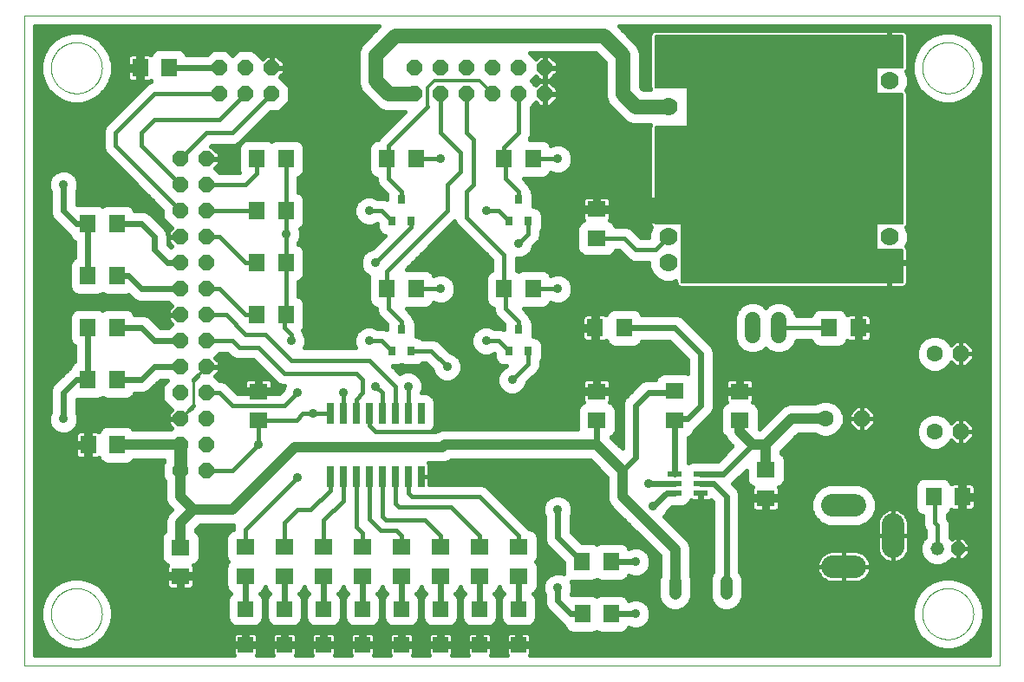
<source format=gtl>
G75*
%MOIN*%
%OFA0B0*%
%FSLAX25Y25*%
%IPPOS*%
%LPD*%
%AMOC8*
5,1,8,0,0,1.08239X$1,22.5*
%
%ADD10C,0.00000*%
%ADD11OC8,0.06300*%
%ADD12C,0.06300*%
%ADD13R,0.07087X0.06299*%
%ADD14OC8,0.05200*%
%ADD15C,0.05200*%
%ADD16R,0.06299X0.07087*%
%ADD17C,0.08600*%
%ADD18R,0.06299X0.07098*%
%ADD19R,0.05200X0.02200*%
%ADD20C,0.04756*%
%ADD21R,0.07098X0.06299*%
%ADD22C,0.07000*%
%ADD23C,0.08000*%
%ADD24C,0.00500*%
%ADD25C,0.06000*%
%ADD26OC8,0.06000*%
%ADD27R,0.02600X0.08000*%
%ADD28R,0.05906X0.05906*%
%ADD29R,0.03150X0.03543*%
%ADD30C,0.01600*%
%ADD31C,0.04000*%
%ADD32C,0.02400*%
%ADD33C,0.03562*%
%ADD34C,0.10000*%
%ADD35C,0.01000*%
%ADD36C,0.05000*%
%ADD37C,0.05600*%
%ADD38C,0.01200*%
D10*
X0011528Y0028933D02*
X0011528Y0278933D01*
X0386528Y0278933D01*
X0386528Y0028933D01*
X0011528Y0028933D01*
X0021728Y0048933D02*
X0021731Y0049174D01*
X0021740Y0049414D01*
X0021755Y0049654D01*
X0021775Y0049894D01*
X0021802Y0050133D01*
X0021834Y0050371D01*
X0021872Y0050608D01*
X0021916Y0050845D01*
X0021966Y0051080D01*
X0022022Y0051314D01*
X0022083Y0051547D01*
X0022150Y0051778D01*
X0022223Y0052007D01*
X0022301Y0052235D01*
X0022385Y0052460D01*
X0022474Y0052683D01*
X0022569Y0052904D01*
X0022669Y0053123D01*
X0022774Y0053339D01*
X0022885Y0053553D01*
X0023001Y0053763D01*
X0023122Y0053971D01*
X0023248Y0054176D01*
X0023380Y0054378D01*
X0023516Y0054576D01*
X0023657Y0054771D01*
X0023802Y0054962D01*
X0023952Y0055150D01*
X0024107Y0055334D01*
X0024267Y0055514D01*
X0024430Y0055690D01*
X0024598Y0055863D01*
X0024771Y0056031D01*
X0024947Y0056194D01*
X0025127Y0056354D01*
X0025311Y0056509D01*
X0025499Y0056659D01*
X0025690Y0056804D01*
X0025885Y0056945D01*
X0026083Y0057081D01*
X0026285Y0057213D01*
X0026490Y0057339D01*
X0026698Y0057460D01*
X0026908Y0057576D01*
X0027122Y0057687D01*
X0027338Y0057792D01*
X0027557Y0057892D01*
X0027778Y0057987D01*
X0028001Y0058076D01*
X0028226Y0058160D01*
X0028454Y0058238D01*
X0028683Y0058311D01*
X0028914Y0058378D01*
X0029147Y0058439D01*
X0029381Y0058495D01*
X0029616Y0058545D01*
X0029853Y0058589D01*
X0030090Y0058627D01*
X0030328Y0058659D01*
X0030567Y0058686D01*
X0030807Y0058706D01*
X0031047Y0058721D01*
X0031287Y0058730D01*
X0031528Y0058733D01*
X0031769Y0058730D01*
X0032009Y0058721D01*
X0032249Y0058706D01*
X0032489Y0058686D01*
X0032728Y0058659D01*
X0032966Y0058627D01*
X0033203Y0058589D01*
X0033440Y0058545D01*
X0033675Y0058495D01*
X0033909Y0058439D01*
X0034142Y0058378D01*
X0034373Y0058311D01*
X0034602Y0058238D01*
X0034830Y0058160D01*
X0035055Y0058076D01*
X0035278Y0057987D01*
X0035499Y0057892D01*
X0035718Y0057792D01*
X0035934Y0057687D01*
X0036148Y0057576D01*
X0036358Y0057460D01*
X0036566Y0057339D01*
X0036771Y0057213D01*
X0036973Y0057081D01*
X0037171Y0056945D01*
X0037366Y0056804D01*
X0037557Y0056659D01*
X0037745Y0056509D01*
X0037929Y0056354D01*
X0038109Y0056194D01*
X0038285Y0056031D01*
X0038458Y0055863D01*
X0038626Y0055690D01*
X0038789Y0055514D01*
X0038949Y0055334D01*
X0039104Y0055150D01*
X0039254Y0054962D01*
X0039399Y0054771D01*
X0039540Y0054576D01*
X0039676Y0054378D01*
X0039808Y0054176D01*
X0039934Y0053971D01*
X0040055Y0053763D01*
X0040171Y0053553D01*
X0040282Y0053339D01*
X0040387Y0053123D01*
X0040487Y0052904D01*
X0040582Y0052683D01*
X0040671Y0052460D01*
X0040755Y0052235D01*
X0040833Y0052007D01*
X0040906Y0051778D01*
X0040973Y0051547D01*
X0041034Y0051314D01*
X0041090Y0051080D01*
X0041140Y0050845D01*
X0041184Y0050608D01*
X0041222Y0050371D01*
X0041254Y0050133D01*
X0041281Y0049894D01*
X0041301Y0049654D01*
X0041316Y0049414D01*
X0041325Y0049174D01*
X0041328Y0048933D01*
X0041325Y0048692D01*
X0041316Y0048452D01*
X0041301Y0048212D01*
X0041281Y0047972D01*
X0041254Y0047733D01*
X0041222Y0047495D01*
X0041184Y0047258D01*
X0041140Y0047021D01*
X0041090Y0046786D01*
X0041034Y0046552D01*
X0040973Y0046319D01*
X0040906Y0046088D01*
X0040833Y0045859D01*
X0040755Y0045631D01*
X0040671Y0045406D01*
X0040582Y0045183D01*
X0040487Y0044962D01*
X0040387Y0044743D01*
X0040282Y0044527D01*
X0040171Y0044313D01*
X0040055Y0044103D01*
X0039934Y0043895D01*
X0039808Y0043690D01*
X0039676Y0043488D01*
X0039540Y0043290D01*
X0039399Y0043095D01*
X0039254Y0042904D01*
X0039104Y0042716D01*
X0038949Y0042532D01*
X0038789Y0042352D01*
X0038626Y0042176D01*
X0038458Y0042003D01*
X0038285Y0041835D01*
X0038109Y0041672D01*
X0037929Y0041512D01*
X0037745Y0041357D01*
X0037557Y0041207D01*
X0037366Y0041062D01*
X0037171Y0040921D01*
X0036973Y0040785D01*
X0036771Y0040653D01*
X0036566Y0040527D01*
X0036358Y0040406D01*
X0036148Y0040290D01*
X0035934Y0040179D01*
X0035718Y0040074D01*
X0035499Y0039974D01*
X0035278Y0039879D01*
X0035055Y0039790D01*
X0034830Y0039706D01*
X0034602Y0039628D01*
X0034373Y0039555D01*
X0034142Y0039488D01*
X0033909Y0039427D01*
X0033675Y0039371D01*
X0033440Y0039321D01*
X0033203Y0039277D01*
X0032966Y0039239D01*
X0032728Y0039207D01*
X0032489Y0039180D01*
X0032249Y0039160D01*
X0032009Y0039145D01*
X0031769Y0039136D01*
X0031528Y0039133D01*
X0031287Y0039136D01*
X0031047Y0039145D01*
X0030807Y0039160D01*
X0030567Y0039180D01*
X0030328Y0039207D01*
X0030090Y0039239D01*
X0029853Y0039277D01*
X0029616Y0039321D01*
X0029381Y0039371D01*
X0029147Y0039427D01*
X0028914Y0039488D01*
X0028683Y0039555D01*
X0028454Y0039628D01*
X0028226Y0039706D01*
X0028001Y0039790D01*
X0027778Y0039879D01*
X0027557Y0039974D01*
X0027338Y0040074D01*
X0027122Y0040179D01*
X0026908Y0040290D01*
X0026698Y0040406D01*
X0026490Y0040527D01*
X0026285Y0040653D01*
X0026083Y0040785D01*
X0025885Y0040921D01*
X0025690Y0041062D01*
X0025499Y0041207D01*
X0025311Y0041357D01*
X0025127Y0041512D01*
X0024947Y0041672D01*
X0024771Y0041835D01*
X0024598Y0042003D01*
X0024430Y0042176D01*
X0024267Y0042352D01*
X0024107Y0042532D01*
X0023952Y0042716D01*
X0023802Y0042904D01*
X0023657Y0043095D01*
X0023516Y0043290D01*
X0023380Y0043488D01*
X0023248Y0043690D01*
X0023122Y0043895D01*
X0023001Y0044103D01*
X0022885Y0044313D01*
X0022774Y0044527D01*
X0022669Y0044743D01*
X0022569Y0044962D01*
X0022474Y0045183D01*
X0022385Y0045406D01*
X0022301Y0045631D01*
X0022223Y0045859D01*
X0022150Y0046088D01*
X0022083Y0046319D01*
X0022022Y0046552D01*
X0021966Y0046786D01*
X0021916Y0047021D01*
X0021872Y0047258D01*
X0021834Y0047495D01*
X0021802Y0047733D01*
X0021775Y0047972D01*
X0021755Y0048212D01*
X0021740Y0048452D01*
X0021731Y0048692D01*
X0021728Y0048933D01*
X0021728Y0258933D02*
X0021731Y0259174D01*
X0021740Y0259414D01*
X0021755Y0259654D01*
X0021775Y0259894D01*
X0021802Y0260133D01*
X0021834Y0260371D01*
X0021872Y0260608D01*
X0021916Y0260845D01*
X0021966Y0261080D01*
X0022022Y0261314D01*
X0022083Y0261547D01*
X0022150Y0261778D01*
X0022223Y0262007D01*
X0022301Y0262235D01*
X0022385Y0262460D01*
X0022474Y0262683D01*
X0022569Y0262904D01*
X0022669Y0263123D01*
X0022774Y0263339D01*
X0022885Y0263553D01*
X0023001Y0263763D01*
X0023122Y0263971D01*
X0023248Y0264176D01*
X0023380Y0264378D01*
X0023516Y0264576D01*
X0023657Y0264771D01*
X0023802Y0264962D01*
X0023952Y0265150D01*
X0024107Y0265334D01*
X0024267Y0265514D01*
X0024430Y0265690D01*
X0024598Y0265863D01*
X0024771Y0266031D01*
X0024947Y0266194D01*
X0025127Y0266354D01*
X0025311Y0266509D01*
X0025499Y0266659D01*
X0025690Y0266804D01*
X0025885Y0266945D01*
X0026083Y0267081D01*
X0026285Y0267213D01*
X0026490Y0267339D01*
X0026698Y0267460D01*
X0026908Y0267576D01*
X0027122Y0267687D01*
X0027338Y0267792D01*
X0027557Y0267892D01*
X0027778Y0267987D01*
X0028001Y0268076D01*
X0028226Y0268160D01*
X0028454Y0268238D01*
X0028683Y0268311D01*
X0028914Y0268378D01*
X0029147Y0268439D01*
X0029381Y0268495D01*
X0029616Y0268545D01*
X0029853Y0268589D01*
X0030090Y0268627D01*
X0030328Y0268659D01*
X0030567Y0268686D01*
X0030807Y0268706D01*
X0031047Y0268721D01*
X0031287Y0268730D01*
X0031528Y0268733D01*
X0031769Y0268730D01*
X0032009Y0268721D01*
X0032249Y0268706D01*
X0032489Y0268686D01*
X0032728Y0268659D01*
X0032966Y0268627D01*
X0033203Y0268589D01*
X0033440Y0268545D01*
X0033675Y0268495D01*
X0033909Y0268439D01*
X0034142Y0268378D01*
X0034373Y0268311D01*
X0034602Y0268238D01*
X0034830Y0268160D01*
X0035055Y0268076D01*
X0035278Y0267987D01*
X0035499Y0267892D01*
X0035718Y0267792D01*
X0035934Y0267687D01*
X0036148Y0267576D01*
X0036358Y0267460D01*
X0036566Y0267339D01*
X0036771Y0267213D01*
X0036973Y0267081D01*
X0037171Y0266945D01*
X0037366Y0266804D01*
X0037557Y0266659D01*
X0037745Y0266509D01*
X0037929Y0266354D01*
X0038109Y0266194D01*
X0038285Y0266031D01*
X0038458Y0265863D01*
X0038626Y0265690D01*
X0038789Y0265514D01*
X0038949Y0265334D01*
X0039104Y0265150D01*
X0039254Y0264962D01*
X0039399Y0264771D01*
X0039540Y0264576D01*
X0039676Y0264378D01*
X0039808Y0264176D01*
X0039934Y0263971D01*
X0040055Y0263763D01*
X0040171Y0263553D01*
X0040282Y0263339D01*
X0040387Y0263123D01*
X0040487Y0262904D01*
X0040582Y0262683D01*
X0040671Y0262460D01*
X0040755Y0262235D01*
X0040833Y0262007D01*
X0040906Y0261778D01*
X0040973Y0261547D01*
X0041034Y0261314D01*
X0041090Y0261080D01*
X0041140Y0260845D01*
X0041184Y0260608D01*
X0041222Y0260371D01*
X0041254Y0260133D01*
X0041281Y0259894D01*
X0041301Y0259654D01*
X0041316Y0259414D01*
X0041325Y0259174D01*
X0041328Y0258933D01*
X0041325Y0258692D01*
X0041316Y0258452D01*
X0041301Y0258212D01*
X0041281Y0257972D01*
X0041254Y0257733D01*
X0041222Y0257495D01*
X0041184Y0257258D01*
X0041140Y0257021D01*
X0041090Y0256786D01*
X0041034Y0256552D01*
X0040973Y0256319D01*
X0040906Y0256088D01*
X0040833Y0255859D01*
X0040755Y0255631D01*
X0040671Y0255406D01*
X0040582Y0255183D01*
X0040487Y0254962D01*
X0040387Y0254743D01*
X0040282Y0254527D01*
X0040171Y0254313D01*
X0040055Y0254103D01*
X0039934Y0253895D01*
X0039808Y0253690D01*
X0039676Y0253488D01*
X0039540Y0253290D01*
X0039399Y0253095D01*
X0039254Y0252904D01*
X0039104Y0252716D01*
X0038949Y0252532D01*
X0038789Y0252352D01*
X0038626Y0252176D01*
X0038458Y0252003D01*
X0038285Y0251835D01*
X0038109Y0251672D01*
X0037929Y0251512D01*
X0037745Y0251357D01*
X0037557Y0251207D01*
X0037366Y0251062D01*
X0037171Y0250921D01*
X0036973Y0250785D01*
X0036771Y0250653D01*
X0036566Y0250527D01*
X0036358Y0250406D01*
X0036148Y0250290D01*
X0035934Y0250179D01*
X0035718Y0250074D01*
X0035499Y0249974D01*
X0035278Y0249879D01*
X0035055Y0249790D01*
X0034830Y0249706D01*
X0034602Y0249628D01*
X0034373Y0249555D01*
X0034142Y0249488D01*
X0033909Y0249427D01*
X0033675Y0249371D01*
X0033440Y0249321D01*
X0033203Y0249277D01*
X0032966Y0249239D01*
X0032728Y0249207D01*
X0032489Y0249180D01*
X0032249Y0249160D01*
X0032009Y0249145D01*
X0031769Y0249136D01*
X0031528Y0249133D01*
X0031287Y0249136D01*
X0031047Y0249145D01*
X0030807Y0249160D01*
X0030567Y0249180D01*
X0030328Y0249207D01*
X0030090Y0249239D01*
X0029853Y0249277D01*
X0029616Y0249321D01*
X0029381Y0249371D01*
X0029147Y0249427D01*
X0028914Y0249488D01*
X0028683Y0249555D01*
X0028454Y0249628D01*
X0028226Y0249706D01*
X0028001Y0249790D01*
X0027778Y0249879D01*
X0027557Y0249974D01*
X0027338Y0250074D01*
X0027122Y0250179D01*
X0026908Y0250290D01*
X0026698Y0250406D01*
X0026490Y0250527D01*
X0026285Y0250653D01*
X0026083Y0250785D01*
X0025885Y0250921D01*
X0025690Y0251062D01*
X0025499Y0251207D01*
X0025311Y0251357D01*
X0025127Y0251512D01*
X0024947Y0251672D01*
X0024771Y0251835D01*
X0024598Y0252003D01*
X0024430Y0252176D01*
X0024267Y0252352D01*
X0024107Y0252532D01*
X0023952Y0252716D01*
X0023802Y0252904D01*
X0023657Y0253095D01*
X0023516Y0253290D01*
X0023380Y0253488D01*
X0023248Y0253690D01*
X0023122Y0253895D01*
X0023001Y0254103D01*
X0022885Y0254313D01*
X0022774Y0254527D01*
X0022669Y0254743D01*
X0022569Y0254962D01*
X0022474Y0255183D01*
X0022385Y0255406D01*
X0022301Y0255631D01*
X0022223Y0255859D01*
X0022150Y0256088D01*
X0022083Y0256319D01*
X0022022Y0256552D01*
X0021966Y0256786D01*
X0021916Y0257021D01*
X0021872Y0257258D01*
X0021834Y0257495D01*
X0021802Y0257733D01*
X0021775Y0257972D01*
X0021755Y0258212D01*
X0021740Y0258452D01*
X0021731Y0258692D01*
X0021728Y0258933D01*
X0356728Y0258933D02*
X0356731Y0259174D01*
X0356740Y0259414D01*
X0356755Y0259654D01*
X0356775Y0259894D01*
X0356802Y0260133D01*
X0356834Y0260371D01*
X0356872Y0260608D01*
X0356916Y0260845D01*
X0356966Y0261080D01*
X0357022Y0261314D01*
X0357083Y0261547D01*
X0357150Y0261778D01*
X0357223Y0262007D01*
X0357301Y0262235D01*
X0357385Y0262460D01*
X0357474Y0262683D01*
X0357569Y0262904D01*
X0357669Y0263123D01*
X0357774Y0263339D01*
X0357885Y0263553D01*
X0358001Y0263763D01*
X0358122Y0263971D01*
X0358248Y0264176D01*
X0358380Y0264378D01*
X0358516Y0264576D01*
X0358657Y0264771D01*
X0358802Y0264962D01*
X0358952Y0265150D01*
X0359107Y0265334D01*
X0359267Y0265514D01*
X0359430Y0265690D01*
X0359598Y0265863D01*
X0359771Y0266031D01*
X0359947Y0266194D01*
X0360127Y0266354D01*
X0360311Y0266509D01*
X0360499Y0266659D01*
X0360690Y0266804D01*
X0360885Y0266945D01*
X0361083Y0267081D01*
X0361285Y0267213D01*
X0361490Y0267339D01*
X0361698Y0267460D01*
X0361908Y0267576D01*
X0362122Y0267687D01*
X0362338Y0267792D01*
X0362557Y0267892D01*
X0362778Y0267987D01*
X0363001Y0268076D01*
X0363226Y0268160D01*
X0363454Y0268238D01*
X0363683Y0268311D01*
X0363914Y0268378D01*
X0364147Y0268439D01*
X0364381Y0268495D01*
X0364616Y0268545D01*
X0364853Y0268589D01*
X0365090Y0268627D01*
X0365328Y0268659D01*
X0365567Y0268686D01*
X0365807Y0268706D01*
X0366047Y0268721D01*
X0366287Y0268730D01*
X0366528Y0268733D01*
X0366769Y0268730D01*
X0367009Y0268721D01*
X0367249Y0268706D01*
X0367489Y0268686D01*
X0367728Y0268659D01*
X0367966Y0268627D01*
X0368203Y0268589D01*
X0368440Y0268545D01*
X0368675Y0268495D01*
X0368909Y0268439D01*
X0369142Y0268378D01*
X0369373Y0268311D01*
X0369602Y0268238D01*
X0369830Y0268160D01*
X0370055Y0268076D01*
X0370278Y0267987D01*
X0370499Y0267892D01*
X0370718Y0267792D01*
X0370934Y0267687D01*
X0371148Y0267576D01*
X0371358Y0267460D01*
X0371566Y0267339D01*
X0371771Y0267213D01*
X0371973Y0267081D01*
X0372171Y0266945D01*
X0372366Y0266804D01*
X0372557Y0266659D01*
X0372745Y0266509D01*
X0372929Y0266354D01*
X0373109Y0266194D01*
X0373285Y0266031D01*
X0373458Y0265863D01*
X0373626Y0265690D01*
X0373789Y0265514D01*
X0373949Y0265334D01*
X0374104Y0265150D01*
X0374254Y0264962D01*
X0374399Y0264771D01*
X0374540Y0264576D01*
X0374676Y0264378D01*
X0374808Y0264176D01*
X0374934Y0263971D01*
X0375055Y0263763D01*
X0375171Y0263553D01*
X0375282Y0263339D01*
X0375387Y0263123D01*
X0375487Y0262904D01*
X0375582Y0262683D01*
X0375671Y0262460D01*
X0375755Y0262235D01*
X0375833Y0262007D01*
X0375906Y0261778D01*
X0375973Y0261547D01*
X0376034Y0261314D01*
X0376090Y0261080D01*
X0376140Y0260845D01*
X0376184Y0260608D01*
X0376222Y0260371D01*
X0376254Y0260133D01*
X0376281Y0259894D01*
X0376301Y0259654D01*
X0376316Y0259414D01*
X0376325Y0259174D01*
X0376328Y0258933D01*
X0376325Y0258692D01*
X0376316Y0258452D01*
X0376301Y0258212D01*
X0376281Y0257972D01*
X0376254Y0257733D01*
X0376222Y0257495D01*
X0376184Y0257258D01*
X0376140Y0257021D01*
X0376090Y0256786D01*
X0376034Y0256552D01*
X0375973Y0256319D01*
X0375906Y0256088D01*
X0375833Y0255859D01*
X0375755Y0255631D01*
X0375671Y0255406D01*
X0375582Y0255183D01*
X0375487Y0254962D01*
X0375387Y0254743D01*
X0375282Y0254527D01*
X0375171Y0254313D01*
X0375055Y0254103D01*
X0374934Y0253895D01*
X0374808Y0253690D01*
X0374676Y0253488D01*
X0374540Y0253290D01*
X0374399Y0253095D01*
X0374254Y0252904D01*
X0374104Y0252716D01*
X0373949Y0252532D01*
X0373789Y0252352D01*
X0373626Y0252176D01*
X0373458Y0252003D01*
X0373285Y0251835D01*
X0373109Y0251672D01*
X0372929Y0251512D01*
X0372745Y0251357D01*
X0372557Y0251207D01*
X0372366Y0251062D01*
X0372171Y0250921D01*
X0371973Y0250785D01*
X0371771Y0250653D01*
X0371566Y0250527D01*
X0371358Y0250406D01*
X0371148Y0250290D01*
X0370934Y0250179D01*
X0370718Y0250074D01*
X0370499Y0249974D01*
X0370278Y0249879D01*
X0370055Y0249790D01*
X0369830Y0249706D01*
X0369602Y0249628D01*
X0369373Y0249555D01*
X0369142Y0249488D01*
X0368909Y0249427D01*
X0368675Y0249371D01*
X0368440Y0249321D01*
X0368203Y0249277D01*
X0367966Y0249239D01*
X0367728Y0249207D01*
X0367489Y0249180D01*
X0367249Y0249160D01*
X0367009Y0249145D01*
X0366769Y0249136D01*
X0366528Y0249133D01*
X0366287Y0249136D01*
X0366047Y0249145D01*
X0365807Y0249160D01*
X0365567Y0249180D01*
X0365328Y0249207D01*
X0365090Y0249239D01*
X0364853Y0249277D01*
X0364616Y0249321D01*
X0364381Y0249371D01*
X0364147Y0249427D01*
X0363914Y0249488D01*
X0363683Y0249555D01*
X0363454Y0249628D01*
X0363226Y0249706D01*
X0363001Y0249790D01*
X0362778Y0249879D01*
X0362557Y0249974D01*
X0362338Y0250074D01*
X0362122Y0250179D01*
X0361908Y0250290D01*
X0361698Y0250406D01*
X0361490Y0250527D01*
X0361285Y0250653D01*
X0361083Y0250785D01*
X0360885Y0250921D01*
X0360690Y0251062D01*
X0360499Y0251207D01*
X0360311Y0251357D01*
X0360127Y0251512D01*
X0359947Y0251672D01*
X0359771Y0251835D01*
X0359598Y0252003D01*
X0359430Y0252176D01*
X0359267Y0252352D01*
X0359107Y0252532D01*
X0358952Y0252716D01*
X0358802Y0252904D01*
X0358657Y0253095D01*
X0358516Y0253290D01*
X0358380Y0253488D01*
X0358248Y0253690D01*
X0358122Y0253895D01*
X0358001Y0254103D01*
X0357885Y0254313D01*
X0357774Y0254527D01*
X0357669Y0254743D01*
X0357569Y0254962D01*
X0357474Y0255183D01*
X0357385Y0255406D01*
X0357301Y0255631D01*
X0357223Y0255859D01*
X0357150Y0256088D01*
X0357083Y0256319D01*
X0357022Y0256552D01*
X0356966Y0256786D01*
X0356916Y0257021D01*
X0356872Y0257258D01*
X0356834Y0257495D01*
X0356802Y0257733D01*
X0356775Y0257972D01*
X0356755Y0258212D01*
X0356740Y0258452D01*
X0356731Y0258692D01*
X0356728Y0258933D01*
X0356728Y0048933D02*
X0356731Y0049174D01*
X0356740Y0049414D01*
X0356755Y0049654D01*
X0356775Y0049894D01*
X0356802Y0050133D01*
X0356834Y0050371D01*
X0356872Y0050608D01*
X0356916Y0050845D01*
X0356966Y0051080D01*
X0357022Y0051314D01*
X0357083Y0051547D01*
X0357150Y0051778D01*
X0357223Y0052007D01*
X0357301Y0052235D01*
X0357385Y0052460D01*
X0357474Y0052683D01*
X0357569Y0052904D01*
X0357669Y0053123D01*
X0357774Y0053339D01*
X0357885Y0053553D01*
X0358001Y0053763D01*
X0358122Y0053971D01*
X0358248Y0054176D01*
X0358380Y0054378D01*
X0358516Y0054576D01*
X0358657Y0054771D01*
X0358802Y0054962D01*
X0358952Y0055150D01*
X0359107Y0055334D01*
X0359267Y0055514D01*
X0359430Y0055690D01*
X0359598Y0055863D01*
X0359771Y0056031D01*
X0359947Y0056194D01*
X0360127Y0056354D01*
X0360311Y0056509D01*
X0360499Y0056659D01*
X0360690Y0056804D01*
X0360885Y0056945D01*
X0361083Y0057081D01*
X0361285Y0057213D01*
X0361490Y0057339D01*
X0361698Y0057460D01*
X0361908Y0057576D01*
X0362122Y0057687D01*
X0362338Y0057792D01*
X0362557Y0057892D01*
X0362778Y0057987D01*
X0363001Y0058076D01*
X0363226Y0058160D01*
X0363454Y0058238D01*
X0363683Y0058311D01*
X0363914Y0058378D01*
X0364147Y0058439D01*
X0364381Y0058495D01*
X0364616Y0058545D01*
X0364853Y0058589D01*
X0365090Y0058627D01*
X0365328Y0058659D01*
X0365567Y0058686D01*
X0365807Y0058706D01*
X0366047Y0058721D01*
X0366287Y0058730D01*
X0366528Y0058733D01*
X0366769Y0058730D01*
X0367009Y0058721D01*
X0367249Y0058706D01*
X0367489Y0058686D01*
X0367728Y0058659D01*
X0367966Y0058627D01*
X0368203Y0058589D01*
X0368440Y0058545D01*
X0368675Y0058495D01*
X0368909Y0058439D01*
X0369142Y0058378D01*
X0369373Y0058311D01*
X0369602Y0058238D01*
X0369830Y0058160D01*
X0370055Y0058076D01*
X0370278Y0057987D01*
X0370499Y0057892D01*
X0370718Y0057792D01*
X0370934Y0057687D01*
X0371148Y0057576D01*
X0371358Y0057460D01*
X0371566Y0057339D01*
X0371771Y0057213D01*
X0371973Y0057081D01*
X0372171Y0056945D01*
X0372366Y0056804D01*
X0372557Y0056659D01*
X0372745Y0056509D01*
X0372929Y0056354D01*
X0373109Y0056194D01*
X0373285Y0056031D01*
X0373458Y0055863D01*
X0373626Y0055690D01*
X0373789Y0055514D01*
X0373949Y0055334D01*
X0374104Y0055150D01*
X0374254Y0054962D01*
X0374399Y0054771D01*
X0374540Y0054576D01*
X0374676Y0054378D01*
X0374808Y0054176D01*
X0374934Y0053971D01*
X0375055Y0053763D01*
X0375171Y0053553D01*
X0375282Y0053339D01*
X0375387Y0053123D01*
X0375487Y0052904D01*
X0375582Y0052683D01*
X0375671Y0052460D01*
X0375755Y0052235D01*
X0375833Y0052007D01*
X0375906Y0051778D01*
X0375973Y0051547D01*
X0376034Y0051314D01*
X0376090Y0051080D01*
X0376140Y0050845D01*
X0376184Y0050608D01*
X0376222Y0050371D01*
X0376254Y0050133D01*
X0376281Y0049894D01*
X0376301Y0049654D01*
X0376316Y0049414D01*
X0376325Y0049174D01*
X0376328Y0048933D01*
X0376325Y0048692D01*
X0376316Y0048452D01*
X0376301Y0048212D01*
X0376281Y0047972D01*
X0376254Y0047733D01*
X0376222Y0047495D01*
X0376184Y0047258D01*
X0376140Y0047021D01*
X0376090Y0046786D01*
X0376034Y0046552D01*
X0375973Y0046319D01*
X0375906Y0046088D01*
X0375833Y0045859D01*
X0375755Y0045631D01*
X0375671Y0045406D01*
X0375582Y0045183D01*
X0375487Y0044962D01*
X0375387Y0044743D01*
X0375282Y0044527D01*
X0375171Y0044313D01*
X0375055Y0044103D01*
X0374934Y0043895D01*
X0374808Y0043690D01*
X0374676Y0043488D01*
X0374540Y0043290D01*
X0374399Y0043095D01*
X0374254Y0042904D01*
X0374104Y0042716D01*
X0373949Y0042532D01*
X0373789Y0042352D01*
X0373626Y0042176D01*
X0373458Y0042003D01*
X0373285Y0041835D01*
X0373109Y0041672D01*
X0372929Y0041512D01*
X0372745Y0041357D01*
X0372557Y0041207D01*
X0372366Y0041062D01*
X0372171Y0040921D01*
X0371973Y0040785D01*
X0371771Y0040653D01*
X0371566Y0040527D01*
X0371358Y0040406D01*
X0371148Y0040290D01*
X0370934Y0040179D01*
X0370718Y0040074D01*
X0370499Y0039974D01*
X0370278Y0039879D01*
X0370055Y0039790D01*
X0369830Y0039706D01*
X0369602Y0039628D01*
X0369373Y0039555D01*
X0369142Y0039488D01*
X0368909Y0039427D01*
X0368675Y0039371D01*
X0368440Y0039321D01*
X0368203Y0039277D01*
X0367966Y0039239D01*
X0367728Y0039207D01*
X0367489Y0039180D01*
X0367249Y0039160D01*
X0367009Y0039145D01*
X0366769Y0039136D01*
X0366528Y0039133D01*
X0366287Y0039136D01*
X0366047Y0039145D01*
X0365807Y0039160D01*
X0365567Y0039180D01*
X0365328Y0039207D01*
X0365090Y0039239D01*
X0364853Y0039277D01*
X0364616Y0039321D01*
X0364381Y0039371D01*
X0364147Y0039427D01*
X0363914Y0039488D01*
X0363683Y0039555D01*
X0363454Y0039628D01*
X0363226Y0039706D01*
X0363001Y0039790D01*
X0362778Y0039879D01*
X0362557Y0039974D01*
X0362338Y0040074D01*
X0362122Y0040179D01*
X0361908Y0040290D01*
X0361698Y0040406D01*
X0361490Y0040527D01*
X0361285Y0040653D01*
X0361083Y0040785D01*
X0360885Y0040921D01*
X0360690Y0041062D01*
X0360499Y0041207D01*
X0360311Y0041357D01*
X0360127Y0041512D01*
X0359947Y0041672D01*
X0359771Y0041835D01*
X0359598Y0042003D01*
X0359430Y0042176D01*
X0359267Y0042352D01*
X0359107Y0042532D01*
X0358952Y0042716D01*
X0358802Y0042904D01*
X0358657Y0043095D01*
X0358516Y0043290D01*
X0358380Y0043488D01*
X0358248Y0043690D01*
X0358122Y0043895D01*
X0358001Y0044103D01*
X0357885Y0044313D01*
X0357774Y0044527D01*
X0357669Y0044743D01*
X0357569Y0044962D01*
X0357474Y0045183D01*
X0357385Y0045406D01*
X0357301Y0045631D01*
X0357223Y0045859D01*
X0357150Y0046088D01*
X0357083Y0046319D01*
X0357022Y0046552D01*
X0356966Y0046786D01*
X0356916Y0047021D01*
X0356872Y0047258D01*
X0356834Y0047495D01*
X0356802Y0047733D01*
X0356775Y0047972D01*
X0356755Y0048212D01*
X0356740Y0048452D01*
X0356731Y0048692D01*
X0356728Y0048933D01*
D11*
X0371528Y0118933D03*
X0333528Y0123933D03*
X0371528Y0148933D03*
D12*
X0361528Y0148933D03*
X0319528Y0123933D03*
X0361528Y0118933D03*
D13*
X0296528Y0104445D03*
X0296528Y0093421D03*
X0286528Y0123421D03*
X0286528Y0134445D03*
X0231528Y0134445D03*
X0231528Y0123421D03*
X0101528Y0123421D03*
X0101528Y0134445D03*
X0071528Y0074445D03*
X0071528Y0063421D03*
D14*
X0370528Y0073933D03*
D15*
X0362528Y0073933D03*
D16*
X0361017Y0093933D03*
X0372040Y0093933D03*
X0237040Y0048933D03*
X0226017Y0048933D03*
X0047040Y0113933D03*
X0036017Y0113933D03*
X0056017Y0258933D03*
X0067040Y0258933D03*
D17*
X0322228Y0090744D02*
X0330828Y0090744D01*
X0345426Y0083233D02*
X0345426Y0074633D01*
X0330828Y0067122D02*
X0322228Y0067122D01*
D18*
X0237127Y0068933D03*
X0225930Y0068933D03*
X0230930Y0158933D03*
X0242127Y0158933D03*
X0207127Y0173933D03*
X0195930Y0173933D03*
X0162127Y0173933D03*
X0150930Y0173933D03*
X0112127Y0163933D03*
X0100930Y0163933D03*
X0100930Y0183933D03*
X0112127Y0183933D03*
X0112127Y0203933D03*
X0100930Y0203933D03*
X0100930Y0223933D03*
X0112127Y0223933D03*
X0150930Y0223933D03*
X0162127Y0223933D03*
X0195930Y0223933D03*
X0207127Y0223933D03*
X0320930Y0158933D03*
X0332127Y0158933D03*
X0047127Y0158933D03*
X0035930Y0158933D03*
X0035930Y0138933D03*
X0047127Y0138933D03*
X0047127Y0178933D03*
X0035930Y0178933D03*
X0035930Y0198933D03*
X0047127Y0198933D03*
D19*
X0261428Y0102633D03*
X0261428Y0098933D03*
X0261428Y0095233D03*
X0271628Y0095233D03*
X0271628Y0098933D03*
X0271628Y0102633D03*
D20*
X0281371Y0061311D02*
X0281371Y0056555D01*
X0261686Y0056555D02*
X0261686Y0061311D01*
D21*
X0201528Y0063335D03*
X0186528Y0063335D03*
X0186528Y0074531D03*
X0201528Y0074531D03*
X0171528Y0074531D03*
X0156528Y0074531D03*
X0156528Y0063335D03*
X0171528Y0063335D03*
X0141528Y0063335D03*
X0126528Y0063335D03*
X0126528Y0074531D03*
X0141528Y0074531D03*
X0111528Y0074531D03*
X0111528Y0063335D03*
X0096528Y0063335D03*
X0096528Y0074531D03*
X0261528Y0123335D03*
X0261528Y0134531D03*
X0231528Y0193335D03*
X0231528Y0204531D03*
D22*
X0259028Y0193933D03*
X0259028Y0183933D03*
X0344028Y0193933D03*
X0259028Y0243933D03*
X0344028Y0253933D03*
D23*
X0259028Y0203933D03*
X0344028Y0183933D03*
D24*
X0349028Y0183970D02*
X0264028Y0183970D01*
X0264028Y0183472D02*
X0349028Y0183472D01*
X0349028Y0182973D02*
X0264028Y0182973D01*
X0264028Y0182475D02*
X0349028Y0182475D01*
X0349028Y0181976D02*
X0264028Y0181976D01*
X0264028Y0181478D02*
X0349028Y0181478D01*
X0349028Y0180979D02*
X0264028Y0180979D01*
X0264028Y0180481D02*
X0349028Y0180481D01*
X0349028Y0179982D02*
X0264028Y0179982D01*
X0264028Y0179483D02*
X0349028Y0179483D01*
X0349028Y0178985D02*
X0264028Y0178985D01*
X0264028Y0178486D02*
X0349028Y0178486D01*
X0349028Y0177988D02*
X0264028Y0177988D01*
X0264028Y0177489D02*
X0349028Y0177489D01*
X0349028Y0176991D02*
X0264028Y0176991D01*
X0264028Y0176492D02*
X0349028Y0176492D01*
X0349028Y0176433D02*
X0264028Y0176433D01*
X0264028Y0198933D01*
X0254028Y0198933D01*
X0254028Y0236433D01*
X0266528Y0236433D01*
X0266528Y0251433D01*
X0254028Y0251433D01*
X0254028Y0271433D01*
X0349028Y0271433D01*
X0349028Y0258933D01*
X0339028Y0258933D01*
X0339028Y0248933D01*
X0349028Y0248933D01*
X0349028Y0198933D01*
X0339028Y0198933D01*
X0339028Y0188933D01*
X0349028Y0188933D01*
X0349028Y0176433D01*
X0349028Y0184469D02*
X0264028Y0184469D01*
X0264028Y0184967D02*
X0349028Y0184967D01*
X0349028Y0185466D02*
X0264028Y0185466D01*
X0264028Y0185964D02*
X0349028Y0185964D01*
X0349028Y0186463D02*
X0264028Y0186463D01*
X0264028Y0186961D02*
X0349028Y0186961D01*
X0349028Y0187460D02*
X0264028Y0187460D01*
X0264028Y0187958D02*
X0349028Y0187958D01*
X0349028Y0188457D02*
X0264028Y0188457D01*
X0264028Y0188955D02*
X0339028Y0188955D01*
X0339028Y0189454D02*
X0264028Y0189454D01*
X0264028Y0189952D02*
X0339028Y0189952D01*
X0339028Y0190451D02*
X0264028Y0190451D01*
X0264028Y0190949D02*
X0339028Y0190949D01*
X0339028Y0191448D02*
X0264028Y0191448D01*
X0264028Y0191946D02*
X0339028Y0191946D01*
X0339028Y0192445D02*
X0264028Y0192445D01*
X0264028Y0192943D02*
X0339028Y0192943D01*
X0339028Y0193442D02*
X0264028Y0193442D01*
X0264028Y0193940D02*
X0339028Y0193940D01*
X0339028Y0194439D02*
X0264028Y0194439D01*
X0264028Y0194937D02*
X0339028Y0194937D01*
X0339028Y0195436D02*
X0264028Y0195436D01*
X0264028Y0195934D02*
X0339028Y0195934D01*
X0339028Y0196433D02*
X0264028Y0196433D01*
X0264028Y0196931D02*
X0339028Y0196931D01*
X0339028Y0197430D02*
X0264028Y0197430D01*
X0264028Y0197928D02*
X0339028Y0197928D01*
X0339028Y0198427D02*
X0264028Y0198427D01*
X0264028Y0198925D02*
X0339028Y0198925D01*
X0349028Y0199424D02*
X0254028Y0199424D01*
X0254028Y0199922D02*
X0349028Y0199922D01*
X0349028Y0200421D02*
X0254028Y0200421D01*
X0254028Y0200919D02*
X0349028Y0200919D01*
X0349028Y0201418D02*
X0254028Y0201418D01*
X0254028Y0201916D02*
X0349028Y0201916D01*
X0349028Y0202415D02*
X0254028Y0202415D01*
X0254028Y0202914D02*
X0349028Y0202914D01*
X0349028Y0203412D02*
X0254028Y0203412D01*
X0254028Y0203911D02*
X0349028Y0203911D01*
X0349028Y0204409D02*
X0254028Y0204409D01*
X0254028Y0204908D02*
X0349028Y0204908D01*
X0349028Y0205406D02*
X0254028Y0205406D01*
X0254028Y0205905D02*
X0349028Y0205905D01*
X0349028Y0206403D02*
X0254028Y0206403D01*
X0254028Y0206902D02*
X0349028Y0206902D01*
X0349028Y0207400D02*
X0254028Y0207400D01*
X0254028Y0207899D02*
X0349028Y0207899D01*
X0349028Y0208397D02*
X0254028Y0208397D01*
X0254028Y0208896D02*
X0349028Y0208896D01*
X0349028Y0209394D02*
X0254028Y0209394D01*
X0254028Y0209893D02*
X0349028Y0209893D01*
X0349028Y0210391D02*
X0254028Y0210391D01*
X0254028Y0210890D02*
X0349028Y0210890D01*
X0349028Y0211388D02*
X0254028Y0211388D01*
X0254028Y0211887D02*
X0349028Y0211887D01*
X0349028Y0212385D02*
X0254028Y0212385D01*
X0254028Y0212884D02*
X0349028Y0212884D01*
X0349028Y0213382D02*
X0254028Y0213382D01*
X0254028Y0213881D02*
X0349028Y0213881D01*
X0349028Y0214379D02*
X0254028Y0214379D01*
X0254028Y0214878D02*
X0349028Y0214878D01*
X0349028Y0215376D02*
X0254028Y0215376D01*
X0254028Y0215875D02*
X0349028Y0215875D01*
X0349028Y0216373D02*
X0254028Y0216373D01*
X0254028Y0216872D02*
X0349028Y0216872D01*
X0349028Y0217370D02*
X0254028Y0217370D01*
X0254028Y0217869D02*
X0349028Y0217869D01*
X0349028Y0218367D02*
X0254028Y0218367D01*
X0254028Y0218866D02*
X0349028Y0218866D01*
X0349028Y0219364D02*
X0254028Y0219364D01*
X0254028Y0219863D02*
X0349028Y0219863D01*
X0349028Y0220361D02*
X0254028Y0220361D01*
X0254028Y0220860D02*
X0349028Y0220860D01*
X0349028Y0221358D02*
X0254028Y0221358D01*
X0254028Y0221857D02*
X0349028Y0221857D01*
X0349028Y0222355D02*
X0254028Y0222355D01*
X0254028Y0222854D02*
X0349028Y0222854D01*
X0349028Y0223352D02*
X0254028Y0223352D01*
X0254028Y0223851D02*
X0349028Y0223851D01*
X0349028Y0224350D02*
X0254028Y0224350D01*
X0254028Y0224848D02*
X0349028Y0224848D01*
X0349028Y0225347D02*
X0254028Y0225347D01*
X0254028Y0225845D02*
X0349028Y0225845D01*
X0349028Y0226344D02*
X0254028Y0226344D01*
X0254028Y0226842D02*
X0349028Y0226842D01*
X0349028Y0227341D02*
X0254028Y0227341D01*
X0254028Y0227839D02*
X0349028Y0227839D01*
X0349028Y0228338D02*
X0254028Y0228338D01*
X0254028Y0228836D02*
X0349028Y0228836D01*
X0349028Y0229335D02*
X0254028Y0229335D01*
X0254028Y0229833D02*
X0349028Y0229833D01*
X0349028Y0230332D02*
X0254028Y0230332D01*
X0254028Y0230830D02*
X0349028Y0230830D01*
X0349028Y0231329D02*
X0254028Y0231329D01*
X0254028Y0231827D02*
X0349028Y0231827D01*
X0349028Y0232326D02*
X0254028Y0232326D01*
X0254028Y0232824D02*
X0349028Y0232824D01*
X0349028Y0233323D02*
X0254028Y0233323D01*
X0254028Y0233821D02*
X0349028Y0233821D01*
X0349028Y0234320D02*
X0254028Y0234320D01*
X0254028Y0234818D02*
X0349028Y0234818D01*
X0349028Y0235317D02*
X0254028Y0235317D01*
X0254028Y0235815D02*
X0349028Y0235815D01*
X0349028Y0236314D02*
X0254028Y0236314D01*
X0266528Y0236812D02*
X0349028Y0236812D01*
X0349028Y0237311D02*
X0266528Y0237311D01*
X0266528Y0237809D02*
X0349028Y0237809D01*
X0349028Y0238308D02*
X0266528Y0238308D01*
X0266528Y0238806D02*
X0349028Y0238806D01*
X0349028Y0239305D02*
X0266528Y0239305D01*
X0266528Y0239803D02*
X0349028Y0239803D01*
X0349028Y0240302D02*
X0266528Y0240302D01*
X0266528Y0240800D02*
X0349028Y0240800D01*
X0349028Y0241299D02*
X0266528Y0241299D01*
X0266528Y0241797D02*
X0349028Y0241797D01*
X0349028Y0242296D02*
X0266528Y0242296D01*
X0266528Y0242794D02*
X0349028Y0242794D01*
X0349028Y0243293D02*
X0266528Y0243293D01*
X0266528Y0243791D02*
X0349028Y0243791D01*
X0349028Y0244290D02*
X0266528Y0244290D01*
X0266528Y0244788D02*
X0349028Y0244788D01*
X0349028Y0245287D02*
X0266528Y0245287D01*
X0266528Y0245785D02*
X0349028Y0245785D01*
X0349028Y0246284D02*
X0266528Y0246284D01*
X0266528Y0246783D02*
X0349028Y0246783D01*
X0349028Y0247281D02*
X0266528Y0247281D01*
X0266528Y0247780D02*
X0349028Y0247780D01*
X0349028Y0248278D02*
X0266528Y0248278D01*
X0266528Y0248777D02*
X0349028Y0248777D01*
X0339028Y0249275D02*
X0266528Y0249275D01*
X0266528Y0249774D02*
X0339028Y0249774D01*
X0339028Y0250272D02*
X0266528Y0250272D01*
X0266528Y0250771D02*
X0339028Y0250771D01*
X0339028Y0251269D02*
X0266528Y0251269D01*
X0254028Y0251768D02*
X0339028Y0251768D01*
X0339028Y0252266D02*
X0254028Y0252266D01*
X0254028Y0252765D02*
X0339028Y0252765D01*
X0339028Y0253263D02*
X0254028Y0253263D01*
X0254028Y0253762D02*
X0339028Y0253762D01*
X0339028Y0254260D02*
X0254028Y0254260D01*
X0254028Y0254759D02*
X0339028Y0254759D01*
X0339028Y0255257D02*
X0254028Y0255257D01*
X0254028Y0255756D02*
X0339028Y0255756D01*
X0339028Y0256254D02*
X0254028Y0256254D01*
X0254028Y0256753D02*
X0339028Y0256753D01*
X0339028Y0257251D02*
X0254028Y0257251D01*
X0254028Y0257750D02*
X0339028Y0257750D01*
X0339028Y0258248D02*
X0254028Y0258248D01*
X0254028Y0258747D02*
X0339028Y0258747D01*
X0349028Y0259245D02*
X0254028Y0259245D01*
X0254028Y0259744D02*
X0349028Y0259744D01*
X0349028Y0260242D02*
X0254028Y0260242D01*
X0254028Y0260741D02*
X0349028Y0260741D01*
X0349028Y0261239D02*
X0254028Y0261239D01*
X0254028Y0261738D02*
X0349028Y0261738D01*
X0349028Y0262236D02*
X0254028Y0262236D01*
X0254028Y0262735D02*
X0349028Y0262735D01*
X0349028Y0263233D02*
X0254028Y0263233D01*
X0254028Y0263732D02*
X0349028Y0263732D01*
X0349028Y0264230D02*
X0254028Y0264230D01*
X0254028Y0264729D02*
X0349028Y0264729D01*
X0349028Y0265227D02*
X0254028Y0265227D01*
X0254028Y0265726D02*
X0349028Y0265726D01*
X0349028Y0266224D02*
X0254028Y0266224D01*
X0254028Y0266723D02*
X0349028Y0266723D01*
X0349028Y0267221D02*
X0254028Y0267221D01*
X0254028Y0267720D02*
X0349028Y0267720D01*
X0349028Y0268219D02*
X0254028Y0268219D01*
X0254028Y0268717D02*
X0349028Y0268717D01*
X0349028Y0269216D02*
X0254028Y0269216D01*
X0254028Y0269714D02*
X0349028Y0269714D01*
X0349028Y0270213D02*
X0254028Y0270213D01*
X0254028Y0270711D02*
X0349028Y0270711D01*
X0349028Y0271210D02*
X0254028Y0271210D01*
D25*
X0291528Y0161933D02*
X0291528Y0155933D01*
X0301528Y0155933D02*
X0301528Y0161933D01*
D26*
X0211528Y0248933D03*
X0201528Y0248933D03*
X0191528Y0248933D03*
X0181528Y0248933D03*
X0171528Y0248933D03*
X0161528Y0248933D03*
X0161528Y0258933D03*
X0171528Y0258933D03*
X0181528Y0258933D03*
X0191528Y0258933D03*
X0201528Y0258933D03*
X0211528Y0258933D03*
X0106528Y0258933D03*
X0096528Y0258933D03*
X0086528Y0258933D03*
X0086528Y0248933D03*
X0096528Y0248933D03*
X0106528Y0248933D03*
X0081528Y0223933D03*
X0071528Y0223933D03*
X0071528Y0213933D03*
X0081528Y0213933D03*
X0081528Y0203933D03*
X0071528Y0203933D03*
X0071528Y0193933D03*
X0081528Y0193933D03*
X0081528Y0183933D03*
X0071528Y0183933D03*
X0071528Y0173933D03*
X0081528Y0173933D03*
X0081528Y0163933D03*
X0071528Y0163933D03*
X0071528Y0153933D03*
X0081528Y0153933D03*
X0081528Y0143933D03*
X0071528Y0143933D03*
X0071528Y0133933D03*
X0081528Y0133933D03*
X0081528Y0123933D03*
X0071528Y0123933D03*
X0071528Y0113933D03*
X0081528Y0113933D03*
X0081528Y0103933D03*
X0071528Y0103933D03*
D27*
X0129028Y0101833D03*
X0134028Y0101833D03*
X0139028Y0101833D03*
X0144028Y0101833D03*
X0149028Y0101833D03*
X0154028Y0101833D03*
X0159028Y0101833D03*
X0164028Y0101833D03*
X0164028Y0126033D03*
X0159028Y0126033D03*
X0154028Y0126033D03*
X0149028Y0126033D03*
X0144028Y0126033D03*
X0139028Y0126033D03*
X0134028Y0126033D03*
X0129028Y0126033D03*
D28*
X0126528Y0050823D03*
X0141528Y0050823D03*
X0156528Y0050823D03*
X0171528Y0050823D03*
X0186528Y0050823D03*
X0201528Y0050823D03*
X0201528Y0037043D03*
X0186528Y0037043D03*
X0171528Y0037043D03*
X0156528Y0037043D03*
X0141528Y0037043D03*
X0126528Y0037043D03*
X0111528Y0037043D03*
X0096528Y0037043D03*
X0096528Y0050823D03*
X0111528Y0050823D03*
D29*
X0152788Y0149996D03*
X0160269Y0149996D03*
X0156528Y0158264D03*
X0197788Y0149996D03*
X0205269Y0149996D03*
X0201528Y0158264D03*
X0197788Y0199996D03*
X0205269Y0199996D03*
X0201528Y0208264D03*
X0160269Y0199996D03*
X0152788Y0199996D03*
X0156528Y0208264D03*
D30*
X0156528Y0211433D01*
X0151528Y0216433D01*
X0151528Y0223335D01*
X0151528Y0228933D01*
X0166528Y0243933D01*
X0171528Y0248933D02*
X0171528Y0233933D01*
X0179028Y0226433D01*
X0179028Y0218933D01*
X0174028Y0213933D01*
X0174028Y0203933D01*
X0150930Y0180835D01*
X0150930Y0173933D01*
X0151528Y0173335D01*
X0151528Y0166433D01*
X0156528Y0161433D01*
X0156528Y0158264D01*
X0162103Y0158412D02*
X0185332Y0158412D01*
X0185754Y0158834D02*
X0184127Y0157208D01*
X0183247Y0155083D01*
X0183247Y0152783D01*
X0184127Y0150658D01*
X0185754Y0149032D01*
X0187878Y0148152D01*
X0190178Y0148152D01*
X0192063Y0148933D01*
X0192213Y0148783D01*
X0192213Y0147429D01*
X0192822Y0145959D01*
X0193948Y0144833D01*
X0195418Y0144224D01*
X0196696Y0144224D01*
X0195754Y0143834D01*
X0194127Y0142208D01*
X0193247Y0140083D01*
X0193247Y0137783D01*
X0194127Y0135658D01*
X0195754Y0134032D01*
X0197878Y0133152D01*
X0200178Y0133152D01*
X0202303Y0134032D01*
X0203929Y0135658D01*
X0204809Y0137783D01*
X0204809Y0137926D01*
X0209338Y0142454D01*
X0210068Y0144218D01*
X0210068Y0145793D01*
X0210234Y0145959D01*
X0210843Y0147429D01*
X0210843Y0152563D01*
X0210234Y0154034D01*
X0209109Y0155159D01*
X0207639Y0155768D01*
X0207103Y0155768D01*
X0207103Y0160831D01*
X0206494Y0162301D01*
X0206272Y0162523D01*
X0205598Y0164152D01*
X0203366Y0166384D01*
X0211072Y0166384D01*
X0212542Y0166993D01*
X0213667Y0168118D01*
X0213930Y0168752D01*
X0215378Y0168152D01*
X0217678Y0168152D01*
X0219803Y0169032D01*
X0221429Y0170658D01*
X0222309Y0172783D01*
X0222309Y0175083D01*
X0221429Y0177208D01*
X0219803Y0178834D01*
X0217678Y0179714D01*
X0215378Y0179714D01*
X0213930Y0179114D01*
X0213667Y0179748D01*
X0212542Y0180873D01*
X0211072Y0181482D01*
X0203182Y0181482D01*
X0201711Y0180873D01*
X0201528Y0180690D01*
X0201345Y0180873D01*
X0200730Y0181128D01*
X0200730Y0185652D01*
X0202678Y0185652D01*
X0204803Y0186532D01*
X0206429Y0188158D01*
X0207309Y0190283D01*
X0207309Y0190426D01*
X0209338Y0192454D01*
X0210068Y0194218D01*
X0210068Y0195793D01*
X0210234Y0195959D01*
X0210843Y0197429D01*
X0210843Y0202563D01*
X0210234Y0204034D01*
X0209109Y0205159D01*
X0207639Y0205768D01*
X0207103Y0205768D01*
X0207103Y0210831D01*
X0206494Y0212301D01*
X0206272Y0212523D01*
X0205598Y0214152D01*
X0203366Y0216384D01*
X0211072Y0216384D01*
X0212542Y0216993D01*
X0213667Y0218118D01*
X0213930Y0218752D01*
X0215378Y0218152D01*
X0217678Y0218152D01*
X0219803Y0219032D01*
X0221429Y0220658D01*
X0222309Y0222783D01*
X0222309Y0225083D01*
X0221429Y0227208D01*
X0219803Y0228834D01*
X0217678Y0229714D01*
X0215378Y0229714D01*
X0213930Y0229114D01*
X0213667Y0229748D01*
X0212542Y0230873D01*
X0211072Y0231482D01*
X0205709Y0231482D01*
X0206328Y0232978D01*
X0206328Y0243834D01*
X0208084Y0245589D01*
X0209540Y0244133D01*
X0211328Y0244133D01*
X0211328Y0248733D01*
X0211728Y0248733D01*
X0211728Y0244133D01*
X0213517Y0244133D01*
X0216328Y0246945D01*
X0216328Y0248733D01*
X0211728Y0248733D01*
X0211728Y0249133D01*
X0211328Y0249133D01*
X0211328Y0253733D01*
X0209540Y0253733D01*
X0208084Y0252277D01*
X0206428Y0253933D01*
X0208084Y0255589D01*
X0209540Y0254133D01*
X0211328Y0254133D01*
X0211328Y0258733D01*
X0211728Y0258733D01*
X0211728Y0254133D01*
X0213517Y0254133D01*
X0216328Y0256945D01*
X0216328Y0258733D01*
X0211728Y0258733D01*
X0211728Y0259133D01*
X0211328Y0259133D01*
X0211328Y0263733D01*
X0209540Y0263733D01*
X0208084Y0262277D01*
X0205728Y0264633D01*
X0231212Y0264633D01*
X0234728Y0261116D01*
X0234728Y0247580D01*
X0235764Y0245081D01*
X0237676Y0243168D01*
X0242676Y0238168D01*
X0245176Y0237133D01*
X0252094Y0237133D01*
X0251978Y0236703D01*
X0251978Y0198663D01*
X0252118Y0198142D01*
X0252388Y0197674D01*
X0252439Y0197623D01*
X0251528Y0195425D01*
X0251528Y0193733D01*
X0248517Y0193733D01*
X0244846Y0197404D01*
X0243082Y0198135D01*
X0238723Y0198135D01*
X0238469Y0198750D01*
X0237343Y0199875D01*
X0236476Y0200235D01*
X0236518Y0200277D01*
X0236755Y0200687D01*
X0236878Y0201145D01*
X0236878Y0203757D01*
X0232303Y0203757D01*
X0232303Y0205306D01*
X0236878Y0205306D01*
X0236878Y0207918D01*
X0236755Y0208376D01*
X0236518Y0208786D01*
X0236183Y0209121D01*
X0235772Y0209358D01*
X0235315Y0209481D01*
X0232303Y0209481D01*
X0232303Y0205306D01*
X0230754Y0205306D01*
X0230754Y0209481D01*
X0227742Y0209481D01*
X0227284Y0209358D01*
X0226874Y0209121D01*
X0226539Y0208786D01*
X0226302Y0208376D01*
X0226179Y0207918D01*
X0226179Y0205306D01*
X0230753Y0205306D01*
X0230753Y0203757D01*
X0226179Y0203757D01*
X0226179Y0201145D01*
X0226302Y0200687D01*
X0226539Y0200277D01*
X0226581Y0200235D01*
X0225713Y0199875D01*
X0224588Y0198750D01*
X0223979Y0197280D01*
X0223979Y0189389D01*
X0224588Y0187919D01*
X0225713Y0186794D01*
X0227183Y0186185D01*
X0235873Y0186185D01*
X0237343Y0186794D01*
X0238469Y0187919D01*
X0238723Y0188535D01*
X0240139Y0188535D01*
X0242459Y0186214D01*
X0243809Y0184864D01*
X0245574Y0184133D01*
X0251528Y0184133D01*
X0251528Y0182441D01*
X0252670Y0179685D01*
X0254780Y0177575D01*
X0257536Y0176433D01*
X0260520Y0176433D01*
X0261978Y0177037D01*
X0261978Y0176163D01*
X0262118Y0175642D01*
X0262388Y0175174D01*
X0262770Y0174793D01*
X0263237Y0174523D01*
X0263758Y0174383D01*
X0343778Y0174383D01*
X0343778Y0183683D01*
X0266528Y0183683D01*
X0266528Y0184183D01*
X0343778Y0184183D01*
X0343778Y0183683D01*
X0344278Y0183683D01*
X0344278Y0174383D01*
X0349298Y0174383D01*
X0349820Y0174523D01*
X0350287Y0174793D01*
X0350669Y0175174D01*
X0350939Y0175642D01*
X0351078Y0176163D01*
X0351078Y0176703D01*
X0351078Y0183683D01*
X0344278Y0183683D01*
X0344278Y0184183D01*
X0351078Y0184183D01*
X0351078Y0189203D01*
X0350939Y0189724D01*
X0350669Y0190192D01*
X0350618Y0190243D01*
X0351528Y0192441D01*
X0351528Y0195425D01*
X0350618Y0197623D01*
X0350669Y0197674D01*
X0350939Y0198142D01*
X0351078Y0198663D01*
X0351078Y0249203D01*
X0350939Y0249724D01*
X0350669Y0250192D01*
X0350618Y0250243D01*
X0351528Y0252441D01*
X0351528Y0255425D01*
X0350618Y0257623D01*
X0350669Y0257674D01*
X0350939Y0258142D01*
X0351078Y0258663D01*
X0351078Y0271703D01*
X0350939Y0272224D01*
X0350669Y0272692D01*
X0350287Y0273073D01*
X0349820Y0273343D01*
X0349298Y0273483D01*
X0344278Y0273483D01*
X0344278Y0261433D01*
X0343778Y0261433D01*
X0343778Y0273483D01*
X0253758Y0273483D01*
X0253237Y0273343D01*
X0252770Y0273073D01*
X0252388Y0272692D01*
X0252118Y0272224D01*
X0251978Y0271703D01*
X0251978Y0251163D01*
X0252094Y0250733D01*
X0249345Y0250733D01*
X0248328Y0251750D01*
X0248328Y0265286D01*
X0247293Y0267785D01*
X0240145Y0274933D01*
X0382528Y0274933D01*
X0382528Y0032933D01*
X0205869Y0032933D01*
X0205921Y0032985D01*
X0206158Y0033396D01*
X0206281Y0033854D01*
X0206281Y0036367D01*
X0202205Y0036367D01*
X0202205Y0037720D01*
X0200852Y0037720D01*
X0200852Y0041796D01*
X0198339Y0041796D01*
X0197881Y0041673D01*
X0197470Y0041436D01*
X0197135Y0041101D01*
X0196898Y0040691D01*
X0196776Y0040233D01*
X0196776Y0037720D01*
X0200852Y0037720D01*
X0200852Y0036367D01*
X0196776Y0036367D01*
X0196776Y0033854D01*
X0196898Y0033396D01*
X0197135Y0032985D01*
X0197187Y0032933D01*
X0190869Y0032933D01*
X0190921Y0032985D01*
X0191158Y0033396D01*
X0191281Y0033854D01*
X0191281Y0036367D01*
X0187205Y0036367D01*
X0187205Y0037720D01*
X0185852Y0037720D01*
X0185852Y0041796D01*
X0183339Y0041796D01*
X0182881Y0041673D01*
X0182470Y0041436D01*
X0182135Y0041101D01*
X0181898Y0040691D01*
X0181776Y0040233D01*
X0181776Y0037720D01*
X0185852Y0037720D01*
X0185852Y0036367D01*
X0181776Y0036367D01*
X0181776Y0033854D01*
X0181898Y0033396D01*
X0182135Y0032985D01*
X0182187Y0032933D01*
X0175869Y0032933D01*
X0175921Y0032985D01*
X0176158Y0033396D01*
X0176281Y0033854D01*
X0176281Y0036367D01*
X0172205Y0036367D01*
X0172205Y0037720D01*
X0170852Y0037720D01*
X0170852Y0041796D01*
X0168339Y0041796D01*
X0167881Y0041673D01*
X0167470Y0041436D01*
X0167135Y0041101D01*
X0166898Y0040691D01*
X0166776Y0040233D01*
X0166776Y0037720D01*
X0170852Y0037720D01*
X0170852Y0036367D01*
X0166776Y0036367D01*
X0166776Y0033854D01*
X0166898Y0033396D01*
X0167135Y0032985D01*
X0167188Y0032933D01*
X0160869Y0032933D01*
X0160921Y0032985D01*
X0161158Y0033396D01*
X0161281Y0033854D01*
X0161281Y0036367D01*
X0157205Y0036367D01*
X0157205Y0037720D01*
X0155852Y0037720D01*
X0155852Y0041796D01*
X0153339Y0041796D01*
X0152881Y0041673D01*
X0152470Y0041436D01*
X0152135Y0041101D01*
X0151898Y0040691D01*
X0151776Y0040233D01*
X0151776Y0037720D01*
X0155852Y0037720D01*
X0155852Y0036367D01*
X0151776Y0036367D01*
X0151776Y0033854D01*
X0151898Y0033396D01*
X0152135Y0032985D01*
X0152188Y0032933D01*
X0145869Y0032933D01*
X0145921Y0032985D01*
X0146158Y0033396D01*
X0146281Y0033854D01*
X0146281Y0036367D01*
X0142205Y0036367D01*
X0142205Y0037720D01*
X0140852Y0037720D01*
X0140852Y0041796D01*
X0138339Y0041796D01*
X0137881Y0041673D01*
X0137470Y0041436D01*
X0137135Y0041101D01*
X0136898Y0040691D01*
X0136776Y0040233D01*
X0136776Y0037720D01*
X0140852Y0037720D01*
X0140852Y0036367D01*
X0136776Y0036367D01*
X0136776Y0033854D01*
X0136898Y0033396D01*
X0137135Y0032985D01*
X0137188Y0032933D01*
X0130869Y0032933D01*
X0130921Y0032985D01*
X0131158Y0033396D01*
X0131281Y0033854D01*
X0131281Y0036367D01*
X0127205Y0036367D01*
X0127205Y0037720D01*
X0125852Y0037720D01*
X0125852Y0041796D01*
X0123339Y0041796D01*
X0122881Y0041673D01*
X0122470Y0041436D01*
X0122135Y0041101D01*
X0121898Y0040691D01*
X0121776Y0040233D01*
X0121776Y0037720D01*
X0125852Y0037720D01*
X0125852Y0036367D01*
X0121776Y0036367D01*
X0121776Y0033854D01*
X0121898Y0033396D01*
X0122135Y0032985D01*
X0122187Y0032933D01*
X0115869Y0032933D01*
X0115921Y0032985D01*
X0116158Y0033396D01*
X0116281Y0033854D01*
X0116281Y0036367D01*
X0112205Y0036367D01*
X0112205Y0037720D01*
X0110852Y0037720D01*
X0110852Y0041796D01*
X0108339Y0041796D01*
X0107881Y0041673D01*
X0107470Y0041436D01*
X0107135Y0041101D01*
X0106898Y0040691D01*
X0106776Y0040233D01*
X0106776Y0037720D01*
X0110852Y0037720D01*
X0110852Y0036367D01*
X0106776Y0036367D01*
X0106776Y0033854D01*
X0106898Y0033396D01*
X0107135Y0032985D01*
X0107187Y0032933D01*
X0100869Y0032933D01*
X0100921Y0032985D01*
X0101158Y0033396D01*
X0101281Y0033854D01*
X0101281Y0036367D01*
X0097205Y0036367D01*
X0097205Y0037720D01*
X0095852Y0037720D01*
X0095852Y0041796D01*
X0093339Y0041796D01*
X0092881Y0041673D01*
X0092470Y0041436D01*
X0092135Y0041101D01*
X0091898Y0040691D01*
X0091776Y0040233D01*
X0091776Y0037720D01*
X0095852Y0037720D01*
X0095852Y0036367D01*
X0091776Y0036367D01*
X0091776Y0033854D01*
X0091898Y0033396D01*
X0092135Y0032985D01*
X0092187Y0032933D01*
X0015528Y0032933D01*
X0015528Y0274933D01*
X0147912Y0274933D01*
X0140764Y0267785D01*
X0139728Y0265286D01*
X0139728Y0252580D01*
X0140764Y0250081D01*
X0145764Y0245081D01*
X0147676Y0243168D01*
X0150176Y0242133D01*
X0157940Y0242133D01*
X0147459Y0231652D01*
X0147389Y0231482D01*
X0146985Y0231482D01*
X0145514Y0230873D01*
X0144389Y0229748D01*
X0143780Y0228278D01*
X0143780Y0219588D01*
X0144389Y0218118D01*
X0145514Y0216993D01*
X0146728Y0216490D01*
X0146728Y0215478D01*
X0147459Y0213714D01*
X0148809Y0212364D01*
X0148809Y0212364D01*
X0150954Y0210220D01*
X0150954Y0208258D01*
X0149806Y0208733D01*
X0147404Y0208733D01*
X0147303Y0208834D01*
X0145178Y0209714D01*
X0142878Y0209714D01*
X0140754Y0208834D01*
X0139127Y0207208D01*
X0138247Y0205083D01*
X0138247Y0202783D01*
X0139127Y0200658D01*
X0140754Y0199032D01*
X0142878Y0198152D01*
X0145178Y0198152D01*
X0147063Y0198933D01*
X0147213Y0198783D01*
X0147213Y0197429D01*
X0147822Y0195959D01*
X0148948Y0194833D01*
X0150145Y0194338D01*
X0145521Y0189714D01*
X0145378Y0189714D01*
X0143254Y0188834D01*
X0141627Y0187208D01*
X0140747Y0185083D01*
X0140747Y0182783D01*
X0141627Y0180658D01*
X0143254Y0179032D01*
X0143970Y0178735D01*
X0143780Y0178278D01*
X0143780Y0169588D01*
X0144389Y0168118D01*
X0145514Y0166993D01*
X0146728Y0166490D01*
X0146728Y0165478D01*
X0147459Y0163714D01*
X0148809Y0162364D01*
X0150954Y0160220D01*
X0150954Y0158258D01*
X0149806Y0158733D01*
X0147404Y0158733D01*
X0147303Y0158834D01*
X0145178Y0159714D01*
X0142878Y0159714D01*
X0140754Y0158834D01*
X0139127Y0157208D01*
X0138247Y0155083D01*
X0138247Y0152783D01*
X0138889Y0151233D01*
X0119167Y0151233D01*
X0119809Y0152783D01*
X0119809Y0155083D01*
X0118929Y0157208D01*
X0118828Y0157309D01*
X0118828Y0157388D01*
X0118567Y0158018D01*
X0118667Y0158118D01*
X0119276Y0159588D01*
X0119276Y0168278D01*
X0118667Y0169748D01*
X0117542Y0170873D01*
X0116927Y0171128D01*
X0116927Y0176738D01*
X0117542Y0176993D01*
X0118667Y0178118D01*
X0119276Y0179588D01*
X0119276Y0188278D01*
X0118667Y0189748D01*
X0117542Y0190873D01*
X0116927Y0191128D01*
X0116927Y0191756D01*
X0117029Y0191858D01*
X0117909Y0193983D01*
X0117909Y0196283D01*
X0117594Y0197045D01*
X0118667Y0198118D01*
X0119276Y0199588D01*
X0119276Y0208278D01*
X0118667Y0209748D01*
X0117542Y0210873D01*
X0116927Y0211128D01*
X0116927Y0216738D01*
X0117542Y0216993D01*
X0118667Y0218118D01*
X0119276Y0219588D01*
X0119276Y0228278D01*
X0118667Y0229748D01*
X0117542Y0230873D01*
X0116072Y0231482D01*
X0108182Y0231482D01*
X0106711Y0230873D01*
X0106528Y0230690D01*
X0106345Y0230873D01*
X0104875Y0231482D01*
X0096985Y0231482D01*
X0095514Y0230873D01*
X0094389Y0229748D01*
X0093780Y0228278D01*
X0093780Y0219588D01*
X0094135Y0218733D01*
X0086628Y0218733D01*
X0084872Y0220489D01*
X0086328Y0221945D01*
X0086328Y0223733D01*
X0081728Y0223733D01*
X0081728Y0224133D01*
X0086328Y0224133D01*
X0086328Y0225921D01*
X0083517Y0228733D01*
X0083117Y0228733D01*
X0083517Y0229133D01*
X0092483Y0229133D01*
X0094247Y0229864D01*
X0095598Y0231214D01*
X0106317Y0241933D01*
X0109428Y0241933D01*
X0113528Y0246034D01*
X0113528Y0251833D01*
X0109872Y0255489D01*
X0111328Y0256945D01*
X0111328Y0258733D01*
X0106728Y0258733D01*
X0106728Y0259133D01*
X0106328Y0259133D01*
X0106328Y0263733D01*
X0104540Y0263733D01*
X0103084Y0262277D01*
X0099428Y0265933D01*
X0093629Y0265933D01*
X0091528Y0263833D01*
X0089428Y0265933D01*
X0083629Y0265933D01*
X0081829Y0264133D01*
X0073833Y0264133D01*
X0073581Y0264742D01*
X0072456Y0265867D01*
X0070985Y0266476D01*
X0063095Y0266476D01*
X0061625Y0265867D01*
X0060500Y0264742D01*
X0060180Y0263970D01*
X0059861Y0264154D01*
X0059403Y0264276D01*
X0056791Y0264276D01*
X0056791Y0259708D01*
X0055242Y0259708D01*
X0055242Y0264276D01*
X0052630Y0264276D01*
X0052172Y0264154D01*
X0051762Y0263917D01*
X0051427Y0263582D01*
X0051190Y0263171D01*
X0051067Y0262713D01*
X0051067Y0259708D01*
X0055242Y0259708D01*
X0055242Y0258158D01*
X0056791Y0258158D01*
X0056791Y0253590D01*
X0059403Y0253590D01*
X0059861Y0253712D01*
X0060180Y0253896D01*
X0060295Y0253618D01*
X0058809Y0253002D01*
X0043809Y0238002D01*
X0042459Y0236652D01*
X0041728Y0234888D01*
X0041728Y0227978D01*
X0042459Y0226214D01*
X0043809Y0224864D01*
X0064528Y0204145D01*
X0064528Y0201034D01*
X0068184Y0197377D01*
X0066728Y0195921D01*
X0066728Y0194133D01*
X0071328Y0194133D01*
X0071328Y0193733D01*
X0066728Y0193733D01*
X0066728Y0191945D01*
X0068184Y0190489D01*
X0067756Y0190060D01*
X0066728Y0191087D01*
X0066728Y0194967D01*
X0065937Y0196879D01*
X0064474Y0198341D01*
X0059474Y0203341D01*
X0057563Y0204133D01*
X0053922Y0204133D01*
X0053667Y0204748D01*
X0052542Y0205873D01*
X0051072Y0206482D01*
X0043182Y0206482D01*
X0041711Y0205873D01*
X0041528Y0205690D01*
X0041345Y0205873D01*
X0039875Y0206482D01*
X0031985Y0206482D01*
X0031728Y0206376D01*
X0031728Y0211380D01*
X0032309Y0212783D01*
X0032309Y0215083D01*
X0031429Y0217208D01*
X0029803Y0218834D01*
X0027678Y0219714D01*
X0025378Y0219714D01*
X0023254Y0218834D01*
X0021627Y0217208D01*
X0020747Y0215083D01*
X0020747Y0212783D01*
X0021328Y0211380D01*
X0021328Y0202899D01*
X0022120Y0200987D01*
X0027120Y0195987D01*
X0028583Y0194525D01*
X0028853Y0194413D01*
X0029389Y0193118D01*
X0030514Y0191993D01*
X0030730Y0191904D01*
X0030730Y0185963D01*
X0030514Y0185873D01*
X0029389Y0184748D01*
X0028780Y0183278D01*
X0028780Y0174588D01*
X0029389Y0173118D01*
X0030514Y0171993D01*
X0031985Y0171384D01*
X0039875Y0171384D01*
X0041345Y0171993D01*
X0041528Y0172176D01*
X0041711Y0171993D01*
X0043182Y0171384D01*
X0051072Y0171384D01*
X0051533Y0171575D01*
X0052120Y0170988D01*
X0053583Y0169525D01*
X0055494Y0168733D01*
X0066829Y0168733D01*
X0068184Y0167377D01*
X0066728Y0165921D01*
X0066728Y0164133D01*
X0071328Y0164133D01*
X0071328Y0163733D01*
X0066728Y0163733D01*
X0066728Y0161945D01*
X0068184Y0160489D01*
X0066829Y0159133D01*
X0063682Y0159133D01*
X0059474Y0163341D01*
X0057563Y0164133D01*
X0053922Y0164133D01*
X0053667Y0164748D01*
X0052542Y0165873D01*
X0051072Y0166482D01*
X0043182Y0166482D01*
X0041711Y0165873D01*
X0041528Y0165690D01*
X0041345Y0165873D01*
X0039875Y0166482D01*
X0031985Y0166482D01*
X0030514Y0165873D01*
X0029389Y0164748D01*
X0028780Y0163278D01*
X0028780Y0154588D01*
X0029389Y0153118D01*
X0030514Y0151993D01*
X0030730Y0151904D01*
X0030730Y0145963D01*
X0030514Y0145873D01*
X0029389Y0144748D01*
X0028853Y0143453D01*
X0028583Y0143341D01*
X0027120Y0141879D01*
X0022120Y0136879D01*
X0021328Y0134967D01*
X0021328Y0126486D01*
X0020747Y0125083D01*
X0020747Y0122783D01*
X0021627Y0120658D01*
X0023254Y0119032D01*
X0025378Y0118152D01*
X0027678Y0118152D01*
X0029803Y0119032D01*
X0031429Y0120658D01*
X0032309Y0122783D01*
X0032309Y0125083D01*
X0031728Y0126486D01*
X0031728Y0131490D01*
X0031985Y0131384D01*
X0039875Y0131384D01*
X0041345Y0131993D01*
X0041528Y0132176D01*
X0041711Y0131993D01*
X0043182Y0131384D01*
X0051072Y0131384D01*
X0052542Y0131993D01*
X0053667Y0133118D01*
X0053922Y0133733D01*
X0057563Y0133733D01*
X0059474Y0134525D01*
X0063682Y0138733D01*
X0066429Y0138733D01*
X0064528Y0136833D01*
X0064528Y0131034D01*
X0068184Y0127377D01*
X0066728Y0125921D01*
X0066728Y0124133D01*
X0071328Y0124133D01*
X0071328Y0123733D01*
X0066728Y0123733D01*
X0066728Y0121945D01*
X0068184Y0120489D01*
X0067629Y0119933D01*
X0053390Y0119933D01*
X0052456Y0120867D01*
X0050985Y0121476D01*
X0043095Y0121476D01*
X0041625Y0120867D01*
X0040500Y0119742D01*
X0040180Y0118970D01*
X0039861Y0119154D01*
X0039403Y0119276D01*
X0036791Y0119276D01*
X0036791Y0114708D01*
X0035242Y0114708D01*
X0035242Y0119276D01*
X0032630Y0119276D01*
X0032172Y0119154D01*
X0031762Y0118917D01*
X0031427Y0118582D01*
X0031190Y0118171D01*
X0031067Y0117713D01*
X0031067Y0114708D01*
X0035242Y0114708D01*
X0035242Y0113158D01*
X0036791Y0113158D01*
X0036791Y0108590D01*
X0039403Y0108590D01*
X0039861Y0108712D01*
X0040180Y0108896D01*
X0040500Y0108124D01*
X0041625Y0106999D01*
X0043095Y0106390D01*
X0050985Y0106390D01*
X0052456Y0106999D01*
X0053390Y0107933D01*
X0065028Y0107933D01*
X0065028Y0107333D01*
X0064528Y0106833D01*
X0064528Y0101034D01*
X0065528Y0100034D01*
X0065528Y0092740D01*
X0066442Y0090534D01*
X0068043Y0088933D01*
X0066442Y0087332D01*
X0065528Y0085127D01*
X0065528Y0080795D01*
X0064594Y0079860D01*
X0063985Y0078390D01*
X0063985Y0070500D01*
X0064594Y0069029D01*
X0065719Y0067904D01*
X0066492Y0067584D01*
X0066308Y0067266D01*
X0066185Y0066808D01*
X0066185Y0064196D01*
X0070753Y0064196D01*
X0070753Y0062646D01*
X0066185Y0062646D01*
X0066185Y0060035D01*
X0066308Y0059577D01*
X0066545Y0059166D01*
X0066880Y0058831D01*
X0067290Y0058594D01*
X0067748Y0058472D01*
X0070754Y0058472D01*
X0070754Y0062646D01*
X0072303Y0062646D01*
X0072303Y0058472D01*
X0075309Y0058472D01*
X0075766Y0058594D01*
X0076177Y0058831D01*
X0076512Y0059166D01*
X0076749Y0059577D01*
X0076872Y0060035D01*
X0076872Y0062646D01*
X0072303Y0062646D01*
X0072303Y0064196D01*
X0076872Y0064196D01*
X0076872Y0066808D01*
X0076749Y0067266D01*
X0076565Y0067584D01*
X0077337Y0067904D01*
X0078463Y0069029D01*
X0079072Y0070500D01*
X0079072Y0078390D01*
X0078463Y0079860D01*
X0077528Y0080795D01*
X0077528Y0081448D01*
X0079014Y0082933D01*
X0091954Y0082933D01*
X0091728Y0082388D01*
X0091728Y0081493D01*
X0090713Y0081072D01*
X0089588Y0079947D01*
X0088979Y0078477D01*
X0088979Y0070586D01*
X0089588Y0069116D01*
X0089771Y0068933D01*
X0089588Y0068750D01*
X0088979Y0067280D01*
X0088979Y0059389D01*
X0089588Y0057919D01*
X0090713Y0056794D01*
X0090872Y0056728D01*
X0090185Y0056041D01*
X0089576Y0054571D01*
X0089576Y0047074D01*
X0090185Y0045604D01*
X0091310Y0044479D01*
X0092780Y0043870D01*
X0100277Y0043870D01*
X0101747Y0044479D01*
X0102872Y0045604D01*
X0103481Y0047074D01*
X0103481Y0054571D01*
X0102872Y0056041D01*
X0102185Y0056728D01*
X0102343Y0056794D01*
X0103469Y0057919D01*
X0104028Y0059271D01*
X0104588Y0057919D01*
X0105713Y0056794D01*
X0105872Y0056728D01*
X0105185Y0056041D01*
X0104576Y0054571D01*
X0104576Y0047074D01*
X0105185Y0045604D01*
X0106310Y0044479D01*
X0107780Y0043870D01*
X0115277Y0043870D01*
X0116747Y0044479D01*
X0117872Y0045604D01*
X0118481Y0047074D01*
X0118481Y0054571D01*
X0117872Y0056041D01*
X0117185Y0056728D01*
X0117343Y0056794D01*
X0118469Y0057919D01*
X0119028Y0059271D01*
X0119588Y0057919D01*
X0120713Y0056794D01*
X0120872Y0056728D01*
X0120185Y0056041D01*
X0119576Y0054571D01*
X0119576Y0047074D01*
X0120185Y0045604D01*
X0121310Y0044479D01*
X0122780Y0043870D01*
X0130277Y0043870D01*
X0131747Y0044479D01*
X0132872Y0045604D01*
X0133481Y0047074D01*
X0133481Y0054571D01*
X0132872Y0056041D01*
X0132185Y0056728D01*
X0132343Y0056794D01*
X0133469Y0057919D01*
X0134028Y0059271D01*
X0134588Y0057919D01*
X0135713Y0056794D01*
X0135872Y0056728D01*
X0135185Y0056041D01*
X0134576Y0054571D01*
X0134576Y0047074D01*
X0135185Y0045604D01*
X0136310Y0044479D01*
X0137780Y0043870D01*
X0145277Y0043870D01*
X0146747Y0044479D01*
X0147872Y0045604D01*
X0148481Y0047074D01*
X0148481Y0054571D01*
X0147872Y0056041D01*
X0147185Y0056728D01*
X0147343Y0056794D01*
X0148469Y0057919D01*
X0149028Y0059271D01*
X0149588Y0057919D01*
X0150713Y0056794D01*
X0150872Y0056728D01*
X0150185Y0056041D01*
X0149576Y0054571D01*
X0149576Y0047074D01*
X0150185Y0045604D01*
X0151310Y0044479D01*
X0152780Y0043870D01*
X0160277Y0043870D01*
X0161747Y0044479D01*
X0162872Y0045604D01*
X0163481Y0047074D01*
X0163481Y0054571D01*
X0162872Y0056041D01*
X0162185Y0056728D01*
X0162343Y0056794D01*
X0163469Y0057919D01*
X0164028Y0059271D01*
X0164588Y0057919D01*
X0165713Y0056794D01*
X0165872Y0056728D01*
X0165185Y0056041D01*
X0164576Y0054571D01*
X0164576Y0047074D01*
X0165185Y0045604D01*
X0166310Y0044479D01*
X0167780Y0043870D01*
X0175277Y0043870D01*
X0176747Y0044479D01*
X0177872Y0045604D01*
X0178481Y0047074D01*
X0178481Y0054571D01*
X0177872Y0056041D01*
X0177185Y0056728D01*
X0177343Y0056794D01*
X0178469Y0057919D01*
X0179028Y0059271D01*
X0179588Y0057919D01*
X0180713Y0056794D01*
X0180872Y0056728D01*
X0180185Y0056041D01*
X0179576Y0054571D01*
X0179576Y0047074D01*
X0180185Y0045604D01*
X0181310Y0044479D01*
X0182780Y0043870D01*
X0190277Y0043870D01*
X0191747Y0044479D01*
X0192872Y0045604D01*
X0193481Y0047074D01*
X0193481Y0054571D01*
X0192872Y0056041D01*
X0192185Y0056728D01*
X0192343Y0056794D01*
X0193469Y0057919D01*
X0194028Y0059271D01*
X0194588Y0057919D01*
X0195713Y0056794D01*
X0195872Y0056728D01*
X0195185Y0056041D01*
X0194576Y0054571D01*
X0194576Y0047074D01*
X0195185Y0045604D01*
X0196310Y0044479D01*
X0197780Y0043870D01*
X0205277Y0043870D01*
X0206747Y0044479D01*
X0207872Y0045604D01*
X0208481Y0047074D01*
X0208481Y0054571D01*
X0207872Y0056041D01*
X0207185Y0056728D01*
X0207343Y0056794D01*
X0208469Y0057919D01*
X0209078Y0059389D01*
X0209078Y0067280D01*
X0208469Y0068750D01*
X0208286Y0068933D01*
X0208469Y0069116D01*
X0209078Y0070586D01*
X0209078Y0078477D01*
X0208469Y0079947D01*
X0207343Y0081072D01*
X0205873Y0081681D01*
X0205569Y0081681D01*
X0204247Y0083002D01*
X0189247Y0098002D01*
X0187483Y0098733D01*
X0167128Y0098733D01*
X0167128Y0101833D01*
X0164328Y0101833D01*
X0164328Y0101833D01*
X0167128Y0101833D01*
X0167128Y0106070D01*
X0167006Y0106528D01*
X0166772Y0106933D01*
X0173222Y0106933D01*
X0175427Y0107847D01*
X0175514Y0107933D01*
X0229043Y0107933D01*
X0235528Y0101448D01*
X0235528Y0092740D01*
X0236442Y0090534D01*
X0238130Y0088847D01*
X0255686Y0071290D01*
X0255686Y0063492D01*
X0255308Y0062580D01*
X0255308Y0055286D01*
X0256279Y0052942D01*
X0258073Y0051148D01*
X0260417Y0050177D01*
X0262954Y0050177D01*
X0265299Y0051148D01*
X0267093Y0052942D01*
X0268064Y0055286D01*
X0268064Y0062580D01*
X0267686Y0063492D01*
X0267686Y0074969D01*
X0266772Y0077174D01*
X0257609Y0086338D01*
X0258179Y0086908D01*
X0258760Y0088311D01*
X0260482Y0090033D01*
X0262463Y0090033D01*
X0262704Y0090133D01*
X0264824Y0090133D01*
X0266294Y0090742D01*
X0267419Y0091867D01*
X0267809Y0092807D01*
X0267923Y0092693D01*
X0268334Y0092456D01*
X0268791Y0092333D01*
X0271628Y0092333D01*
X0271628Y0093733D01*
X0271628Y0093733D01*
X0271628Y0092333D01*
X0274465Y0092333D01*
X0274923Y0092456D01*
X0275334Y0092693D01*
X0275374Y0092733D01*
X0276171Y0091937D01*
X0276171Y0065131D01*
X0275964Y0064924D01*
X0274993Y0062580D01*
X0274993Y0055286D01*
X0275964Y0052942D01*
X0277758Y0051148D01*
X0280102Y0050177D01*
X0282640Y0050177D01*
X0284984Y0051148D01*
X0286778Y0052942D01*
X0287749Y0055286D01*
X0287749Y0062580D01*
X0286778Y0064924D01*
X0286571Y0065131D01*
X0286571Y0095125D01*
X0285779Y0097036D01*
X0283882Y0098933D01*
X0288985Y0104036D01*
X0288985Y0100500D01*
X0289594Y0099029D01*
X0290719Y0097904D01*
X0291492Y0097584D01*
X0291308Y0097266D01*
X0291185Y0096808D01*
X0291185Y0094196D01*
X0295753Y0094196D01*
X0295753Y0092646D01*
X0291185Y0092646D01*
X0291185Y0090035D01*
X0291308Y0089577D01*
X0291545Y0089166D01*
X0291880Y0088831D01*
X0292290Y0088594D01*
X0292748Y0088472D01*
X0295754Y0088472D01*
X0295754Y0092646D01*
X0297303Y0092646D01*
X0297303Y0088472D01*
X0300309Y0088472D01*
X0300766Y0088594D01*
X0301177Y0088831D01*
X0301512Y0089166D01*
X0301749Y0089577D01*
X0301872Y0090035D01*
X0301872Y0092646D01*
X0297303Y0092646D01*
X0297303Y0094196D01*
X0301872Y0094196D01*
X0301872Y0096808D01*
X0301749Y0097266D01*
X0301565Y0097584D01*
X0302337Y0097904D01*
X0303463Y0099029D01*
X0304072Y0100500D01*
X0304072Y0108390D01*
X0303463Y0109860D01*
X0302528Y0110795D01*
X0302528Y0111448D01*
X0309014Y0117933D01*
X0315417Y0117933D01*
X0315478Y0117872D01*
X0318106Y0116783D01*
X0320951Y0116783D01*
X0323578Y0117872D01*
X0325590Y0119883D01*
X0326678Y0122511D01*
X0326678Y0125355D01*
X0325590Y0127983D01*
X0323578Y0129995D01*
X0320951Y0131083D01*
X0318106Y0131083D01*
X0315478Y0129995D01*
X0315417Y0129933D01*
X0305335Y0129933D01*
X0303130Y0129020D01*
X0294072Y0119962D01*
X0294072Y0127367D01*
X0293463Y0128837D01*
X0292337Y0129962D01*
X0291565Y0130282D01*
X0291749Y0130600D01*
X0291872Y0131058D01*
X0291872Y0133670D01*
X0287303Y0133670D01*
X0287303Y0135220D01*
X0285754Y0135220D01*
X0285754Y0139394D01*
X0282748Y0139394D01*
X0282290Y0139272D01*
X0281880Y0139035D01*
X0281545Y0138700D01*
X0281308Y0138289D01*
X0281185Y0137831D01*
X0281185Y0135220D01*
X0285753Y0135220D01*
X0285753Y0133670D01*
X0281185Y0133670D01*
X0281185Y0131058D01*
X0281308Y0130600D01*
X0281492Y0130282D01*
X0280719Y0129962D01*
X0279594Y0128837D01*
X0278985Y0127367D01*
X0278985Y0119476D01*
X0279594Y0118006D01*
X0280719Y0116881D01*
X0280918Y0116798D01*
X0281442Y0115534D01*
X0283609Y0113367D01*
X0278074Y0107833D01*
X0270594Y0107833D01*
X0270353Y0107733D01*
X0268233Y0107733D01*
X0266763Y0107124D01*
X0266728Y0107090D01*
X0266728Y0116539D01*
X0267343Y0116794D01*
X0268469Y0117919D01*
X0269063Y0119355D01*
X0269474Y0119525D01*
X0270937Y0120987D01*
X0270937Y0120988D02*
X0275937Y0125987D01*
X0276728Y0127899D01*
X0276728Y0149967D01*
X0275937Y0151879D01*
X0264474Y0163341D01*
X0262563Y0164133D01*
X0248922Y0164133D01*
X0248667Y0164748D01*
X0247542Y0165873D01*
X0246072Y0166482D01*
X0238182Y0166482D01*
X0236711Y0165873D01*
X0235586Y0164748D01*
X0235227Y0163881D01*
X0235185Y0163923D01*
X0234774Y0164160D01*
X0234316Y0164282D01*
X0231705Y0164282D01*
X0231705Y0159708D01*
X0230155Y0159708D01*
X0230155Y0164282D01*
X0227543Y0164282D01*
X0227086Y0164160D01*
X0226675Y0163923D01*
X0226340Y0163588D01*
X0226103Y0163177D01*
X0225980Y0162719D01*
X0225980Y0159708D01*
X0230155Y0159708D01*
X0230155Y0158158D01*
X0231705Y0158158D01*
X0231705Y0153584D01*
X0234316Y0153584D01*
X0234774Y0153707D01*
X0235185Y0153943D01*
X0235227Y0153986D01*
X0235586Y0153118D01*
X0236711Y0151993D01*
X0238182Y0151384D01*
X0246072Y0151384D01*
X0247542Y0151993D01*
X0248667Y0153118D01*
X0248922Y0153733D01*
X0259374Y0153733D01*
X0266328Y0146779D01*
X0266328Y0141493D01*
X0265873Y0141681D01*
X0257183Y0141681D01*
X0255713Y0141072D01*
X0254588Y0139947D01*
X0254251Y0139133D01*
X0250494Y0139133D01*
X0248583Y0138341D01*
X0247120Y0136879D01*
X0242120Y0131879D01*
X0241328Y0129967D01*
X0241328Y0112618D01*
X0237146Y0116801D01*
X0237337Y0116881D01*
X0238463Y0118006D01*
X0239072Y0119476D01*
X0239072Y0127367D01*
X0238463Y0128837D01*
X0237337Y0129962D01*
X0236565Y0130282D01*
X0236749Y0130600D01*
X0236872Y0131058D01*
X0236872Y0133670D01*
X0232303Y0133670D01*
X0232303Y0135220D01*
X0230754Y0135220D01*
X0230754Y0139394D01*
X0227748Y0139394D01*
X0227290Y0139272D01*
X0226880Y0139035D01*
X0226545Y0138700D01*
X0226308Y0138289D01*
X0226185Y0137831D01*
X0226185Y0135220D01*
X0230753Y0135220D01*
X0230753Y0133670D01*
X0226185Y0133670D01*
X0226185Y0131058D01*
X0226308Y0130600D01*
X0226492Y0130282D01*
X0225719Y0129962D01*
X0224594Y0128837D01*
X0223985Y0127367D01*
X0223985Y0119933D01*
X0171835Y0119933D01*
X0169630Y0119020D01*
X0169543Y0118933D01*
X0167885Y0118933D01*
X0168719Y0119767D01*
X0169328Y0121237D01*
X0169328Y0130829D01*
X0168719Y0132299D01*
X0167594Y0133424D01*
X0166124Y0134033D01*
X0164292Y0134033D01*
X0164809Y0135283D01*
X0164809Y0137583D01*
X0163929Y0139708D01*
X0162303Y0141334D01*
X0160178Y0142214D01*
X0157878Y0142214D01*
X0155868Y0141381D01*
X0153025Y0144224D01*
X0155159Y0144224D01*
X0156528Y0144792D01*
X0157898Y0144224D01*
X0162639Y0144224D01*
X0164109Y0144833D01*
X0164472Y0145196D01*
X0165977Y0145196D01*
X0168247Y0142926D01*
X0168247Y0142783D01*
X0169127Y0140658D01*
X0170754Y0139032D01*
X0172878Y0138152D01*
X0175178Y0138152D01*
X0177303Y0139032D01*
X0178929Y0140658D01*
X0179809Y0142783D01*
X0179809Y0145083D01*
X0178929Y0147208D01*
X0177303Y0148834D01*
X0175178Y0149714D01*
X0175035Y0149714D01*
X0170684Y0154065D01*
X0168920Y0154796D01*
X0164472Y0154796D01*
X0164109Y0155159D01*
X0162639Y0155768D01*
X0162103Y0155768D01*
X0162103Y0160831D01*
X0161494Y0162301D01*
X0161272Y0162523D01*
X0160598Y0164152D01*
X0158366Y0166384D01*
X0166072Y0166384D01*
X0167542Y0166993D01*
X0168667Y0168118D01*
X0168930Y0168752D01*
X0170378Y0168152D01*
X0172678Y0168152D01*
X0174803Y0169032D01*
X0176429Y0170658D01*
X0177309Y0172783D01*
X0177309Y0175083D01*
X0176429Y0177208D01*
X0174803Y0178834D01*
X0172678Y0179714D01*
X0170378Y0179714D01*
X0168930Y0179114D01*
X0168667Y0179748D01*
X0167542Y0180873D01*
X0166072Y0181482D01*
X0158366Y0181482D01*
X0176747Y0199864D01*
X0176914Y0200030D01*
X0177459Y0198714D01*
X0178809Y0197364D01*
X0191130Y0185043D01*
X0191130Y0181128D01*
X0190514Y0180873D01*
X0189389Y0179748D01*
X0188780Y0178278D01*
X0188780Y0169588D01*
X0189389Y0168118D01*
X0190514Y0166993D01*
X0191728Y0166490D01*
X0191728Y0165478D01*
X0192459Y0163714D01*
X0193809Y0162364D01*
X0195954Y0160220D01*
X0195954Y0158258D01*
X0194806Y0158733D01*
X0192404Y0158733D01*
X0192303Y0158834D01*
X0190178Y0159714D01*
X0187878Y0159714D01*
X0185754Y0158834D01*
X0183964Y0156814D02*
X0162103Y0156814D01*
X0163972Y0155215D02*
X0183302Y0155215D01*
X0183247Y0153617D02*
X0171133Y0153617D01*
X0172731Y0152018D02*
X0183564Y0152018D01*
X0184366Y0150420D02*
X0174330Y0150420D01*
X0177316Y0148821D02*
X0186262Y0148821D01*
X0191794Y0148821D02*
X0192175Y0148821D01*
X0192299Y0147223D02*
X0178914Y0147223D01*
X0179585Y0145624D02*
X0193157Y0145624D01*
X0194347Y0142427D02*
X0179662Y0142427D01*
X0179809Y0144026D02*
X0196217Y0144026D01*
X0193556Y0140829D02*
X0179000Y0140829D01*
X0177501Y0139230D02*
X0193247Y0139230D01*
X0193310Y0137632D02*
X0164789Y0137632D01*
X0164809Y0136033D02*
X0193972Y0136033D01*
X0195351Y0134435D02*
X0164458Y0134435D01*
X0168182Y0132836D02*
X0226185Y0132836D01*
X0226185Y0131238D02*
X0169159Y0131238D01*
X0169328Y0129639D02*
X0225397Y0129639D01*
X0224264Y0128041D02*
X0169328Y0128041D01*
X0169328Y0126442D02*
X0223985Y0126442D01*
X0223985Y0124844D02*
X0169328Y0124844D01*
X0169328Y0123245D02*
X0223985Y0123245D01*
X0223985Y0121647D02*
X0169328Y0121647D01*
X0168836Y0120048D02*
X0223985Y0120048D01*
X0237266Y0116851D02*
X0241328Y0116851D01*
X0241328Y0115253D02*
X0238694Y0115253D01*
X0240292Y0113654D02*
X0241328Y0113654D01*
X0241328Y0118450D02*
X0238647Y0118450D01*
X0239072Y0120048D02*
X0241328Y0120048D01*
X0241328Y0121647D02*
X0239072Y0121647D01*
X0239072Y0123245D02*
X0241328Y0123245D01*
X0241328Y0124844D02*
X0239072Y0124844D01*
X0239072Y0126442D02*
X0241328Y0126442D01*
X0241328Y0128041D02*
X0238792Y0128041D01*
X0237660Y0129639D02*
X0241328Y0129639D01*
X0241855Y0131238D02*
X0236872Y0131238D01*
X0236872Y0132836D02*
X0243078Y0132836D01*
X0244676Y0134435D02*
X0232303Y0134435D01*
X0232303Y0135220D02*
X0236872Y0135220D01*
X0236872Y0137831D01*
X0236749Y0138289D01*
X0236512Y0138700D01*
X0236177Y0139035D01*
X0235766Y0139272D01*
X0235309Y0139394D01*
X0232303Y0139394D01*
X0232303Y0135220D01*
X0232303Y0136033D02*
X0230754Y0136033D01*
X0230753Y0134435D02*
X0202706Y0134435D01*
X0204085Y0136033D02*
X0226185Y0136033D01*
X0226185Y0137632D02*
X0204747Y0137632D01*
X0206114Y0139230D02*
X0227218Y0139230D01*
X0230754Y0139230D02*
X0232303Y0139230D01*
X0232303Y0137632D02*
X0230754Y0137632D01*
X0235838Y0139230D02*
X0254291Y0139230D01*
X0255470Y0140829D02*
X0207712Y0140829D01*
X0209311Y0142427D02*
X0266328Y0142427D01*
X0266328Y0144026D02*
X0209989Y0144026D01*
X0210068Y0145624D02*
X0266328Y0145624D01*
X0265885Y0147223D02*
X0210758Y0147223D01*
X0210843Y0148821D02*
X0264286Y0148821D01*
X0262688Y0150420D02*
X0210843Y0150420D01*
X0210843Y0152018D02*
X0236686Y0152018D01*
X0235379Y0153617D02*
X0234440Y0153617D01*
X0231705Y0153617D02*
X0230155Y0153617D01*
X0230155Y0153584D02*
X0230155Y0158158D01*
X0225980Y0158158D01*
X0225980Y0155147D01*
X0226103Y0154689D01*
X0226340Y0154279D01*
X0226675Y0153943D01*
X0227086Y0153707D01*
X0227543Y0153584D01*
X0230155Y0153584D01*
X0230155Y0155215D02*
X0231705Y0155215D01*
X0231705Y0156814D02*
X0230155Y0156814D01*
X0230155Y0158412D02*
X0207103Y0158412D01*
X0207103Y0156814D02*
X0225980Y0156814D01*
X0225980Y0155215D02*
X0208972Y0155215D01*
X0210407Y0153617D02*
X0227420Y0153617D01*
X0225980Y0160011D02*
X0207103Y0160011D01*
X0206781Y0161610D02*
X0225980Y0161610D01*
X0226121Y0163208D02*
X0205989Y0163208D01*
X0204943Y0164807D02*
X0235645Y0164807D01*
X0237995Y0166405D02*
X0211123Y0166405D01*
X0213553Y0168004D02*
X0287892Y0168004D01*
X0287563Y0167867D02*
X0285594Y0165898D01*
X0284528Y0163325D01*
X0284528Y0154541D01*
X0285594Y0151968D01*
X0287563Y0149999D01*
X0290136Y0148933D01*
X0292921Y0148933D01*
X0295494Y0149999D01*
X0296528Y0151034D01*
X0297563Y0149999D01*
X0300136Y0148933D01*
X0302921Y0148933D01*
X0305494Y0149999D01*
X0307463Y0151968D01*
X0308359Y0154133D01*
X0313969Y0154133D01*
X0314389Y0153118D01*
X0315514Y0151993D01*
X0316985Y0151384D01*
X0324875Y0151384D01*
X0326345Y0151993D01*
X0327471Y0153118D01*
X0327830Y0153986D01*
X0327872Y0153943D01*
X0328282Y0153707D01*
X0328740Y0153584D01*
X0331352Y0153584D01*
X0331352Y0158158D01*
X0332902Y0158158D01*
X0332902Y0159708D01*
X0337076Y0159708D01*
X0337076Y0162719D01*
X0336954Y0163177D01*
X0336717Y0163588D01*
X0336382Y0163923D01*
X0335971Y0164160D01*
X0335513Y0164282D01*
X0332902Y0164282D01*
X0332902Y0159708D01*
X0331352Y0159708D01*
X0331352Y0164282D01*
X0328740Y0164282D01*
X0328282Y0164160D01*
X0327872Y0163923D01*
X0327830Y0163881D01*
X0327471Y0164748D01*
X0326345Y0165873D01*
X0324875Y0166482D01*
X0316985Y0166482D01*
X0315514Y0165873D01*
X0314389Y0164748D01*
X0313969Y0163733D01*
X0308359Y0163733D01*
X0307463Y0165898D01*
X0305494Y0167867D01*
X0302921Y0168933D01*
X0300136Y0168933D01*
X0297563Y0167867D01*
X0296528Y0166833D01*
X0295494Y0167867D01*
X0292921Y0168933D01*
X0290136Y0168933D01*
X0287563Y0167867D01*
X0286101Y0166405D02*
X0246258Y0166405D01*
X0248609Y0164807D02*
X0285142Y0164807D01*
X0284528Y0163208D02*
X0264607Y0163208D01*
X0266206Y0161610D02*
X0284528Y0161610D01*
X0284528Y0160011D02*
X0267804Y0160011D01*
X0269403Y0158412D02*
X0284528Y0158412D01*
X0284528Y0156814D02*
X0271001Y0156814D01*
X0272600Y0155215D02*
X0284528Y0155215D01*
X0284911Y0153617D02*
X0274198Y0153617D01*
X0275797Y0152018D02*
X0285573Y0152018D01*
X0287142Y0150420D02*
X0276541Y0150420D01*
X0276728Y0148821D02*
X0354378Y0148821D01*
X0354378Y0147511D02*
X0354378Y0150355D01*
X0355467Y0152983D01*
X0357478Y0154995D01*
X0360106Y0156083D01*
X0362951Y0156083D01*
X0365578Y0154995D01*
X0367590Y0152983D01*
X0367879Y0152284D01*
X0369478Y0153883D01*
X0371528Y0153883D01*
X0371528Y0148933D01*
X0371528Y0148933D01*
X0371528Y0143983D01*
X0369478Y0143983D01*
X0367879Y0145582D01*
X0367590Y0144883D01*
X0365578Y0142872D01*
X0362951Y0141783D01*
X0360106Y0141783D01*
X0357478Y0142872D01*
X0355467Y0144883D01*
X0354378Y0147511D01*
X0354498Y0147223D02*
X0276728Y0147223D01*
X0276728Y0145624D02*
X0355160Y0145624D01*
X0356324Y0144026D02*
X0276728Y0144026D01*
X0276728Y0142427D02*
X0358551Y0142427D01*
X0364506Y0142427D02*
X0382528Y0142427D01*
X0382528Y0140829D02*
X0276728Y0140829D01*
X0276728Y0139230D02*
X0282218Y0139230D01*
X0281185Y0137632D02*
X0276728Y0137632D01*
X0276728Y0136033D02*
X0281185Y0136033D01*
X0281185Y0132836D02*
X0276728Y0132836D01*
X0276728Y0131238D02*
X0281185Y0131238D01*
X0280397Y0129639D02*
X0276728Y0129639D01*
X0276728Y0128041D02*
X0279264Y0128041D01*
X0278985Y0126442D02*
X0276125Y0126442D01*
X0274793Y0124844D02*
X0278985Y0124844D01*
X0278985Y0123245D02*
X0273194Y0123245D01*
X0271596Y0121647D02*
X0278985Y0121647D01*
X0278985Y0120048D02*
X0269997Y0120048D01*
X0270937Y0120987D02*
X0270937Y0120988D01*
X0268688Y0118450D02*
X0279410Y0118450D01*
X0280790Y0116851D02*
X0267401Y0116851D01*
X0266728Y0115253D02*
X0281723Y0115253D01*
X0283322Y0113654D02*
X0266728Y0113654D01*
X0266728Y0112056D02*
X0282297Y0112056D01*
X0280699Y0110457D02*
X0266728Y0110457D01*
X0266728Y0108859D02*
X0279100Y0108859D01*
X0287414Y0102465D02*
X0288985Y0102465D01*
X0288985Y0100866D02*
X0285815Y0100866D01*
X0284217Y0099268D02*
X0289495Y0099268D01*
X0291287Y0097669D02*
X0285146Y0097669D01*
X0286179Y0096071D02*
X0291185Y0096071D01*
X0291185Y0094472D02*
X0286571Y0094472D01*
X0286571Y0092874D02*
X0295753Y0092874D01*
X0297303Y0092874D02*
X0314127Y0092874D01*
X0313928Y0092395D02*
X0315192Y0095446D01*
X0317527Y0097780D01*
X0320577Y0099044D01*
X0332479Y0099044D01*
X0335530Y0097780D01*
X0337865Y0095446D01*
X0339128Y0092395D01*
X0339128Y0089093D01*
X0337865Y0086043D01*
X0335530Y0083708D01*
X0332479Y0082444D01*
X0320577Y0082444D01*
X0317527Y0083708D01*
X0315192Y0086043D01*
X0313928Y0089093D01*
X0313928Y0092395D01*
X0313928Y0091275D02*
X0301872Y0091275D01*
X0301776Y0089677D02*
X0313928Y0089677D01*
X0314349Y0088078D02*
X0286571Y0088078D01*
X0286571Y0089677D02*
X0291281Y0089677D01*
X0291185Y0091275D02*
X0286571Y0091275D01*
X0286571Y0086479D02*
X0315011Y0086479D01*
X0316353Y0084881D02*
X0286571Y0084881D01*
X0286571Y0083282D02*
X0318553Y0083282D01*
X0320800Y0073072D02*
X0319887Y0072775D01*
X0319031Y0072339D01*
X0318254Y0071775D01*
X0317576Y0071096D01*
X0317011Y0070319D01*
X0316575Y0069464D01*
X0316279Y0068550D01*
X0316128Y0067602D01*
X0316128Y0067122D01*
X0316128Y0066642D01*
X0316279Y0065694D01*
X0316575Y0064780D01*
X0317011Y0063925D01*
X0317576Y0063148D01*
X0318254Y0062469D01*
X0319031Y0061905D01*
X0319887Y0061469D01*
X0320800Y0061172D01*
X0321748Y0061022D01*
X0326528Y0061022D01*
X0326528Y0067122D01*
X0316128Y0067122D01*
X0326528Y0067122D01*
X0326528Y0067122D01*
X0326528Y0067122D01*
X0326528Y0073222D01*
X0321748Y0073222D01*
X0320800Y0073072D01*
X0318692Y0072093D02*
X0286571Y0072093D01*
X0286571Y0073691D02*
X0339399Y0073691D01*
X0339326Y0074153D02*
X0339476Y0073205D01*
X0339773Y0072291D01*
X0340209Y0071436D01*
X0340773Y0070659D01*
X0341452Y0069980D01*
X0342229Y0069416D01*
X0343084Y0068980D01*
X0343998Y0068683D01*
X0344946Y0068533D01*
X0345426Y0068533D01*
X0345906Y0068533D01*
X0346854Y0068683D01*
X0347768Y0068980D01*
X0348623Y0069416D01*
X0349400Y0069980D01*
X0350079Y0070659D01*
X0350643Y0071436D01*
X0351079Y0072291D01*
X0351376Y0073205D01*
X0351526Y0074153D01*
X0351526Y0078933D01*
X0345426Y0078933D01*
X0345426Y0068533D01*
X0345426Y0078933D01*
X0345426Y0078933D01*
X0345426Y0078933D01*
X0339326Y0078933D01*
X0339326Y0074153D01*
X0339326Y0075290D02*
X0286571Y0075290D01*
X0286571Y0076888D02*
X0339326Y0076888D01*
X0339326Y0078487D02*
X0286571Y0078487D01*
X0286571Y0080085D02*
X0339326Y0080085D01*
X0339326Y0078933D02*
X0345426Y0078933D01*
X0345426Y0078933D01*
X0351526Y0078933D01*
X0351526Y0083713D01*
X0351376Y0084661D01*
X0351079Y0085575D01*
X0350643Y0086430D01*
X0350079Y0087207D01*
X0349400Y0087886D01*
X0348623Y0088450D01*
X0347768Y0088886D01*
X0346854Y0089183D01*
X0345906Y0089333D01*
X0345426Y0089333D01*
X0345426Y0078933D01*
X0345426Y0078933D01*
X0345426Y0089333D01*
X0344946Y0089333D01*
X0343998Y0089183D01*
X0343084Y0088886D01*
X0342229Y0088450D01*
X0341452Y0087886D01*
X0340773Y0087207D01*
X0340209Y0086430D01*
X0339773Y0085575D01*
X0339476Y0084661D01*
X0339326Y0083713D01*
X0339326Y0078933D01*
X0339326Y0081684D02*
X0286571Y0081684D01*
X0295754Y0089677D02*
X0297303Y0089677D01*
X0297303Y0091275D02*
X0295754Y0091275D01*
X0301872Y0094472D02*
X0314789Y0094472D01*
X0315817Y0096071D02*
X0301872Y0096071D01*
X0301770Y0097669D02*
X0317415Y0097669D01*
X0304072Y0100866D02*
X0355600Y0100866D01*
X0355601Y0100867D02*
X0354476Y0099742D01*
X0353867Y0098272D01*
X0353867Y0089594D01*
X0354476Y0088124D01*
X0355601Y0086999D01*
X0356728Y0086532D01*
X0356728Y0082978D01*
X0357459Y0081214D01*
X0357728Y0080945D01*
X0357728Y0078467D01*
X0356933Y0077672D01*
X0355928Y0075246D01*
X0355928Y0072620D01*
X0356933Y0070194D01*
X0358790Y0068338D01*
X0361216Y0067333D01*
X0363841Y0067333D01*
X0366267Y0068338D01*
X0368084Y0070155D01*
X0368706Y0069533D01*
X0370528Y0069533D01*
X0370528Y0073933D01*
X0370528Y0073933D01*
X0370528Y0078333D01*
X0368706Y0078333D01*
X0368084Y0077711D01*
X0367328Y0078467D01*
X0367328Y0083888D01*
X0366598Y0085652D01*
X0366328Y0085921D01*
X0366328Y0086956D01*
X0366432Y0086999D01*
X0367557Y0088124D01*
X0367877Y0088896D01*
X0368196Y0088712D01*
X0368654Y0088590D01*
X0371265Y0088590D01*
X0371265Y0093158D01*
X0372815Y0093158D01*
X0372815Y0088590D01*
X0375427Y0088590D01*
X0375885Y0088712D01*
X0376295Y0088949D01*
X0376630Y0089285D01*
X0376867Y0089695D01*
X0376990Y0090153D01*
X0376990Y0093158D01*
X0372815Y0093158D01*
X0372815Y0094708D01*
X0371265Y0094708D01*
X0371265Y0099276D01*
X0368654Y0099276D01*
X0368196Y0099154D01*
X0367877Y0098970D01*
X0367557Y0099742D01*
X0366432Y0100867D01*
X0364962Y0101476D01*
X0357071Y0101476D01*
X0355601Y0100867D01*
X0354279Y0099268D02*
X0303561Y0099268D01*
X0304072Y0102465D02*
X0382528Y0102465D01*
X0382528Y0104063D02*
X0304072Y0104063D01*
X0304072Y0105662D02*
X0382528Y0105662D01*
X0382528Y0107260D02*
X0304072Y0107260D01*
X0303878Y0108859D02*
X0382528Y0108859D01*
X0382528Y0110457D02*
X0302866Y0110457D01*
X0303136Y0112056D02*
X0359448Y0112056D01*
X0360106Y0111783D02*
X0362951Y0111783D01*
X0365578Y0112872D01*
X0367590Y0114883D01*
X0367879Y0115582D01*
X0369478Y0113983D01*
X0371528Y0113983D01*
X0371528Y0118933D01*
X0371528Y0118933D01*
X0371528Y0123883D01*
X0369478Y0123883D01*
X0367879Y0122284D01*
X0367590Y0122983D01*
X0365578Y0124995D01*
X0362951Y0126083D01*
X0360106Y0126083D01*
X0357478Y0124995D01*
X0355467Y0122983D01*
X0354378Y0120355D01*
X0354378Y0117511D01*
X0355467Y0114883D01*
X0357478Y0112872D01*
X0360106Y0111783D01*
X0363609Y0112056D02*
X0382528Y0112056D01*
X0382528Y0113654D02*
X0366361Y0113654D01*
X0367743Y0115253D02*
X0368208Y0115253D01*
X0371528Y0115253D02*
X0371528Y0115253D01*
X0371528Y0113983D02*
X0373579Y0113983D01*
X0376478Y0116883D01*
X0376478Y0118933D01*
X0371528Y0118933D01*
X0371528Y0118933D01*
X0371528Y0113983D01*
X0371528Y0116851D02*
X0371528Y0116851D01*
X0371528Y0118450D02*
X0371528Y0118450D01*
X0371528Y0118933D02*
X0371528Y0118933D01*
X0371528Y0123883D01*
X0373579Y0123883D01*
X0376478Y0120983D01*
X0376478Y0118933D01*
X0371528Y0118933D01*
X0371528Y0120048D02*
X0371528Y0120048D01*
X0371528Y0121647D02*
X0371528Y0121647D01*
X0371528Y0123245D02*
X0371528Y0123245D01*
X0368840Y0123245D02*
X0367328Y0123245D01*
X0365729Y0124844D02*
X0382528Y0124844D01*
X0382528Y0126442D02*
X0338019Y0126442D01*
X0338478Y0125983D02*
X0335579Y0128883D01*
X0333528Y0128883D01*
X0331478Y0128883D01*
X0328578Y0125983D01*
X0328578Y0123933D01*
X0328578Y0121883D01*
X0331478Y0118983D01*
X0333528Y0118983D01*
X0333528Y0123933D01*
X0328578Y0123933D01*
X0333528Y0123933D01*
X0333528Y0123933D01*
X0333528Y0123933D01*
X0333528Y0128883D01*
X0333528Y0123933D01*
X0333528Y0123933D01*
X0333528Y0118983D01*
X0335579Y0118983D01*
X0338478Y0121883D01*
X0338478Y0123933D01*
X0333528Y0123933D01*
X0333528Y0123933D01*
X0338478Y0123933D01*
X0338478Y0125983D01*
X0338478Y0124844D02*
X0357327Y0124844D01*
X0355729Y0123245D02*
X0338478Y0123245D01*
X0338242Y0121647D02*
X0354913Y0121647D01*
X0354378Y0120048D02*
X0336644Y0120048D01*
X0333528Y0120048D02*
X0333528Y0120048D01*
X0333528Y0121647D02*
X0333528Y0121647D01*
X0333528Y0123245D02*
X0333528Y0123245D01*
X0333528Y0124844D02*
X0333528Y0124844D01*
X0333528Y0126442D02*
X0333528Y0126442D01*
X0333528Y0128041D02*
X0333528Y0128041D01*
X0330636Y0128041D02*
X0325532Y0128041D01*
X0326228Y0126442D02*
X0329037Y0126442D01*
X0328578Y0124844D02*
X0326678Y0124844D01*
X0326678Y0123245D02*
X0328578Y0123245D01*
X0328814Y0121647D02*
X0326320Y0121647D01*
X0325658Y0120048D02*
X0330413Y0120048D01*
X0324157Y0118450D02*
X0354378Y0118450D01*
X0354652Y0116851D02*
X0321115Y0116851D01*
X0317942Y0116851D02*
X0307932Y0116851D01*
X0306333Y0115253D02*
X0355314Y0115253D01*
X0356696Y0113654D02*
X0304735Y0113654D01*
X0295757Y0121647D02*
X0294072Y0121647D01*
X0294072Y0123245D02*
X0297355Y0123245D01*
X0298954Y0124844D02*
X0294072Y0124844D01*
X0294072Y0126442D02*
X0300552Y0126442D01*
X0302151Y0128041D02*
X0293792Y0128041D01*
X0292660Y0129639D02*
X0304626Y0129639D01*
X0291872Y0131238D02*
X0382528Y0131238D01*
X0382528Y0132836D02*
X0291872Y0132836D01*
X0291872Y0135220D02*
X0287303Y0135220D01*
X0287303Y0139394D01*
X0290309Y0139394D01*
X0290766Y0139272D01*
X0291177Y0139035D01*
X0291512Y0138700D01*
X0291749Y0138289D01*
X0291872Y0137831D01*
X0291872Y0135220D01*
X0291872Y0136033D02*
X0382528Y0136033D01*
X0382528Y0134435D02*
X0287303Y0134435D01*
X0285753Y0134435D02*
X0276728Y0134435D01*
X0285754Y0136033D02*
X0287303Y0136033D01*
X0287303Y0137632D02*
X0285754Y0137632D01*
X0285754Y0139230D02*
X0287303Y0139230D01*
X0290838Y0139230D02*
X0382528Y0139230D01*
X0382528Y0137632D02*
X0291872Y0137632D01*
X0295915Y0150420D02*
X0297142Y0150420D01*
X0305915Y0150420D02*
X0354405Y0150420D01*
X0355067Y0152018D02*
X0326371Y0152018D01*
X0327677Y0153617D02*
X0328617Y0153617D01*
X0331352Y0153617D02*
X0332902Y0153617D01*
X0332902Y0153584D02*
X0335513Y0153584D01*
X0335971Y0153707D01*
X0336382Y0153943D01*
X0336717Y0154279D01*
X0336954Y0154689D01*
X0337076Y0155147D01*
X0337076Y0158158D01*
X0332902Y0158158D01*
X0332902Y0153584D01*
X0332902Y0155215D02*
X0331352Y0155215D01*
X0331352Y0156814D02*
X0332902Y0156814D01*
X0332902Y0158412D02*
X0382528Y0158412D01*
X0382528Y0156814D02*
X0337076Y0156814D01*
X0337076Y0155215D02*
X0358012Y0155215D01*
X0356101Y0153617D02*
X0335637Y0153617D01*
X0337076Y0160011D02*
X0382528Y0160011D01*
X0382528Y0161610D02*
X0337076Y0161610D01*
X0336936Y0163208D02*
X0382528Y0163208D01*
X0382528Y0164807D02*
X0327412Y0164807D01*
X0325062Y0166405D02*
X0382528Y0166405D01*
X0382528Y0168004D02*
X0305165Y0168004D01*
X0306956Y0166405D02*
X0316798Y0166405D01*
X0314448Y0164807D02*
X0307915Y0164807D01*
X0301528Y0158933D02*
X0320930Y0158933D01*
X0314183Y0153617D02*
X0308146Y0153617D01*
X0307484Y0152018D02*
X0315489Y0152018D01*
X0331352Y0160011D02*
X0332902Y0160011D01*
X0332902Y0161610D02*
X0331352Y0161610D01*
X0331352Y0163208D02*
X0332902Y0163208D01*
X0343778Y0174398D02*
X0344278Y0174398D01*
X0344278Y0175996D02*
X0343778Y0175996D01*
X0343778Y0177595D02*
X0344278Y0177595D01*
X0344278Y0179193D02*
X0343778Y0179193D01*
X0343778Y0180792D02*
X0344278Y0180792D01*
X0344278Y0182390D02*
X0343778Y0182390D01*
X0343778Y0183989D02*
X0266528Y0183989D01*
X0262023Y0175996D02*
X0221931Y0175996D01*
X0222309Y0174398D02*
X0263704Y0174398D01*
X0254760Y0177595D02*
X0221042Y0177595D01*
X0218936Y0179193D02*
X0253162Y0179193D01*
X0252212Y0180792D02*
X0212624Y0180792D01*
X0213897Y0179193D02*
X0214121Y0179193D01*
X0216528Y0173933D02*
X0207127Y0173933D01*
X0201630Y0180792D02*
X0201427Y0180792D01*
X0200730Y0182390D02*
X0251549Y0182390D01*
X0251528Y0183989D02*
X0200730Y0183989D01*
X0200730Y0185587D02*
X0243086Y0185587D01*
X0241487Y0187186D02*
X0237735Y0187186D01*
X0242127Y0193335D02*
X0231528Y0193335D01*
X0223979Y0193580D02*
X0209804Y0193580D01*
X0210068Y0195178D02*
X0223979Y0195178D01*
X0223979Y0196777D02*
X0210573Y0196777D01*
X0210843Y0198375D02*
X0224433Y0198375D01*
X0225951Y0199974D02*
X0210843Y0199974D01*
X0210843Y0201572D02*
X0226179Y0201572D01*
X0226179Y0203171D02*
X0210592Y0203171D01*
X0209499Y0204769D02*
X0230753Y0204769D01*
X0232303Y0204769D02*
X0251978Y0204769D01*
X0251978Y0203171D02*
X0236878Y0203171D01*
X0236878Y0201572D02*
X0251978Y0201572D01*
X0251978Y0199974D02*
X0237106Y0199974D01*
X0238624Y0198375D02*
X0252055Y0198375D01*
X0252088Y0196777D02*
X0245473Y0196777D01*
X0247071Y0195178D02*
X0251528Y0195178D01*
X0254028Y0188933D02*
X0246528Y0188933D01*
X0242127Y0193335D01*
X0254028Y0188933D02*
X0259028Y0193933D01*
X0251978Y0206368D02*
X0236878Y0206368D01*
X0236865Y0207966D02*
X0251978Y0207966D01*
X0251978Y0209565D02*
X0207103Y0209565D01*
X0207103Y0207966D02*
X0226192Y0207966D01*
X0226179Y0206368D02*
X0207103Y0206368D01*
X0206966Y0211163D02*
X0251978Y0211163D01*
X0251978Y0212762D02*
X0206173Y0212762D01*
X0205389Y0214360D02*
X0251978Y0214360D01*
X0251978Y0215959D02*
X0203791Y0215959D01*
X0201528Y0211433D02*
X0196528Y0216433D01*
X0196528Y0223335D01*
X0195930Y0223933D01*
X0195930Y0228335D01*
X0201528Y0233933D01*
X0201528Y0248933D01*
X0207227Y0244732D02*
X0208941Y0244732D01*
X0211328Y0244732D02*
X0211728Y0244732D01*
X0211728Y0246331D02*
X0211328Y0246331D01*
X0211328Y0247929D02*
X0211728Y0247929D01*
X0211728Y0249133D02*
X0216328Y0249133D01*
X0216328Y0250921D01*
X0213517Y0253733D01*
X0211728Y0253733D01*
X0211728Y0249133D01*
X0211728Y0249528D02*
X0211328Y0249528D01*
X0211328Y0251126D02*
X0211728Y0251126D01*
X0211728Y0252725D02*
X0211328Y0252725D01*
X0211328Y0254323D02*
X0211728Y0254323D01*
X0211728Y0255922D02*
X0211328Y0255922D01*
X0211328Y0257520D02*
X0211728Y0257520D01*
X0211728Y0259119D02*
X0234728Y0259119D01*
X0234728Y0260717D02*
X0216328Y0260717D01*
X0216328Y0260921D02*
X0213517Y0263733D01*
X0211728Y0263733D01*
X0211728Y0259133D01*
X0216328Y0259133D01*
X0216328Y0260921D01*
X0214934Y0262316D02*
X0233529Y0262316D01*
X0231931Y0263914D02*
X0206447Y0263914D01*
X0208045Y0262316D02*
X0208123Y0262316D01*
X0211328Y0262316D02*
X0211728Y0262316D01*
X0211728Y0260717D02*
X0211328Y0260717D01*
X0216328Y0257520D02*
X0234728Y0257520D01*
X0234728Y0255922D02*
X0215305Y0255922D01*
X0213707Y0254323D02*
X0234728Y0254323D01*
X0234728Y0252725D02*
X0214525Y0252725D01*
X0216123Y0251126D02*
X0234728Y0251126D01*
X0234728Y0249528D02*
X0216328Y0249528D01*
X0216328Y0247929D02*
X0234728Y0247929D01*
X0235246Y0246331D02*
X0215714Y0246331D01*
X0214116Y0244732D02*
X0236113Y0244732D01*
X0237711Y0243134D02*
X0206328Y0243134D01*
X0206328Y0241535D02*
X0239310Y0241535D01*
X0240908Y0239937D02*
X0206328Y0239937D01*
X0206328Y0238338D02*
X0242507Y0238338D01*
X0251988Y0236740D02*
X0206328Y0236740D01*
X0206328Y0235141D02*
X0251978Y0235141D01*
X0251978Y0233543D02*
X0206328Y0233543D01*
X0205900Y0231944D02*
X0251978Y0231944D01*
X0251978Y0230345D02*
X0213070Y0230345D01*
X0219890Y0228747D02*
X0251978Y0228747D01*
X0251978Y0227148D02*
X0221454Y0227148D01*
X0222116Y0225550D02*
X0251978Y0225550D01*
X0251978Y0223951D02*
X0222309Y0223951D01*
X0222131Y0222353D02*
X0251978Y0222353D01*
X0251978Y0220754D02*
X0221469Y0220754D01*
X0219927Y0219156D02*
X0251978Y0219156D01*
X0251978Y0217557D02*
X0213107Y0217557D01*
X0216528Y0223933D02*
X0207127Y0223933D01*
X0201528Y0211433D02*
X0201528Y0208264D01*
X0193851Y0203933D02*
X0197788Y0199996D01*
X0193851Y0203933D02*
X0189028Y0203933D01*
X0181528Y0201433D02*
X0181528Y0211433D01*
X0184028Y0213933D01*
X0184028Y0231433D01*
X0181528Y0233933D01*
X0181528Y0248933D01*
X0157342Y0241535D02*
X0105919Y0241535D01*
X0104320Y0239937D02*
X0155744Y0239937D01*
X0154145Y0238338D02*
X0102722Y0238338D01*
X0101123Y0236740D02*
X0152547Y0236740D01*
X0150948Y0235141D02*
X0099525Y0235141D01*
X0097926Y0233543D02*
X0149350Y0233543D01*
X0147751Y0231944D02*
X0096327Y0231944D01*
X0094987Y0230345D02*
X0094729Y0230345D01*
X0093975Y0228747D02*
X0083130Y0228747D01*
X0085101Y0227148D02*
X0093780Y0227148D01*
X0093780Y0225550D02*
X0086328Y0225550D01*
X0086328Y0222353D02*
X0093780Y0222353D01*
X0093780Y0223951D02*
X0081728Y0223951D01*
X0085138Y0220754D02*
X0093780Y0220754D01*
X0093959Y0219156D02*
X0086205Y0219156D01*
X0081528Y0213933D02*
X0096528Y0213933D01*
X0100930Y0218335D01*
X0100930Y0223933D01*
X0112127Y0223933D02*
X0112127Y0203933D01*
X0112128Y0203931D01*
X0112128Y0195133D01*
X0112127Y0195131D01*
X0112127Y0183933D01*
X0112127Y0163933D01*
X0111528Y0163335D01*
X0111528Y0158933D01*
X0114028Y0156433D01*
X0114028Y0153933D01*
X0119809Y0153617D02*
X0138247Y0153617D01*
X0138302Y0155215D02*
X0119755Y0155215D01*
X0119092Y0156814D02*
X0138964Y0156814D01*
X0140332Y0158412D02*
X0118789Y0158412D01*
X0119276Y0160011D02*
X0150954Y0160011D01*
X0150954Y0158412D02*
X0150580Y0158412D01*
X0149564Y0161610D02*
X0119276Y0161610D01*
X0119276Y0163208D02*
X0147965Y0163208D01*
X0147007Y0164807D02*
X0119276Y0164807D01*
X0119276Y0166405D02*
X0146728Y0166405D01*
X0144504Y0168004D02*
X0119276Y0168004D01*
X0118728Y0169602D02*
X0143780Y0169602D01*
X0143780Y0171201D02*
X0116927Y0171201D01*
X0116927Y0172799D02*
X0143780Y0172799D01*
X0143780Y0174398D02*
X0116927Y0174398D01*
X0116927Y0175996D02*
X0143780Y0175996D01*
X0143780Y0177595D02*
X0118144Y0177595D01*
X0119113Y0179193D02*
X0143093Y0179193D01*
X0141572Y0180792D02*
X0119276Y0180792D01*
X0119276Y0182390D02*
X0140910Y0182390D01*
X0140747Y0183989D02*
X0119276Y0183989D01*
X0119276Y0185587D02*
X0140956Y0185587D01*
X0141618Y0187186D02*
X0119276Y0187186D01*
X0119067Y0188784D02*
X0143204Y0188784D01*
X0146190Y0190383D02*
X0118033Y0190383D01*
X0117080Y0191981D02*
X0147788Y0191981D01*
X0149387Y0193580D02*
X0117742Y0193580D01*
X0117909Y0195178D02*
X0148603Y0195178D01*
X0147483Y0196777D02*
X0117705Y0196777D01*
X0118774Y0198375D02*
X0142339Y0198375D01*
X0139812Y0199974D02*
X0119276Y0199974D01*
X0119276Y0201572D02*
X0138749Y0201572D01*
X0138247Y0203171D02*
X0119276Y0203171D01*
X0119276Y0204769D02*
X0138247Y0204769D01*
X0138779Y0206368D02*
X0119276Y0206368D01*
X0119276Y0207966D02*
X0139886Y0207966D01*
X0142518Y0209565D02*
X0118743Y0209565D01*
X0116927Y0211163D02*
X0150010Y0211163D01*
X0150954Y0209565D02*
X0145539Y0209565D01*
X0148411Y0212762D02*
X0116927Y0212762D01*
X0116927Y0214360D02*
X0147191Y0214360D01*
X0146728Y0215959D02*
X0116927Y0215959D01*
X0118107Y0217557D02*
X0144950Y0217557D01*
X0143959Y0219156D02*
X0119097Y0219156D01*
X0119276Y0220754D02*
X0143780Y0220754D01*
X0143780Y0222353D02*
X0119276Y0222353D01*
X0119276Y0223951D02*
X0143780Y0223951D01*
X0143780Y0225550D02*
X0119276Y0225550D01*
X0119276Y0227148D02*
X0143780Y0227148D01*
X0143975Y0228747D02*
X0119082Y0228747D01*
X0118070Y0230345D02*
X0144987Y0230345D01*
X0150930Y0223933D02*
X0151528Y0223335D01*
X0162127Y0223933D02*
X0171528Y0223933D01*
X0148851Y0203933D02*
X0144028Y0203933D01*
X0148851Y0203933D02*
X0152788Y0199996D01*
X0147213Y0198375D02*
X0145717Y0198375D01*
X0146528Y0183933D02*
X0160269Y0197673D01*
X0160269Y0199996D01*
X0172062Y0195178D02*
X0180995Y0195178D01*
X0182593Y0193580D02*
X0170463Y0193580D01*
X0168865Y0191981D02*
X0184192Y0191981D01*
X0185790Y0190383D02*
X0167266Y0190383D01*
X0165668Y0188784D02*
X0187389Y0188784D01*
X0188987Y0187186D02*
X0164069Y0187186D01*
X0162471Y0185587D02*
X0190586Y0185587D01*
X0191130Y0183989D02*
X0160872Y0183989D01*
X0159274Y0182390D02*
X0191130Y0182390D01*
X0190433Y0180792D02*
X0167624Y0180792D01*
X0168897Y0179193D02*
X0169121Y0179193D01*
X0173936Y0179193D02*
X0189159Y0179193D01*
X0188780Y0177595D02*
X0176042Y0177595D01*
X0176931Y0175996D02*
X0188780Y0175996D01*
X0188780Y0174398D02*
X0177309Y0174398D01*
X0177309Y0172799D02*
X0188780Y0172799D01*
X0188780Y0171201D02*
X0176654Y0171201D01*
X0175373Y0169602D02*
X0188780Y0169602D01*
X0189504Y0168004D02*
X0168553Y0168004D01*
X0166123Y0166405D02*
X0191728Y0166405D01*
X0192007Y0164807D02*
X0159943Y0164807D01*
X0160989Y0163208D02*
X0192965Y0163208D01*
X0194564Y0161610D02*
X0161781Y0161610D01*
X0162103Y0160011D02*
X0195954Y0160011D01*
X0195954Y0158412D02*
X0195580Y0158412D01*
X0201528Y0158264D02*
X0201528Y0161433D01*
X0196528Y0166433D01*
X0196528Y0173335D01*
X0195930Y0173933D01*
X0195930Y0187031D01*
X0181528Y0201433D01*
X0176937Y0199974D02*
X0176857Y0199974D01*
X0177798Y0198375D02*
X0175259Y0198375D01*
X0173660Y0196777D02*
X0179396Y0196777D01*
X0201528Y0191433D02*
X0205269Y0195173D01*
X0205269Y0199996D01*
X0208865Y0191981D02*
X0223979Y0191981D01*
X0223979Y0190383D02*
X0207309Y0190383D01*
X0206689Y0188784D02*
X0224230Y0188784D01*
X0225322Y0187186D02*
X0205457Y0187186D01*
X0222309Y0172799D02*
X0382528Y0172799D01*
X0382528Y0171201D02*
X0221654Y0171201D01*
X0220373Y0169602D02*
X0382528Y0169602D01*
X0382528Y0174398D02*
X0349352Y0174398D01*
X0351034Y0175996D02*
X0382528Y0175996D01*
X0382528Y0177595D02*
X0351078Y0177595D01*
X0351078Y0179193D02*
X0382528Y0179193D01*
X0382528Y0180792D02*
X0351078Y0180792D01*
X0351078Y0182390D02*
X0382528Y0182390D01*
X0382528Y0183989D02*
X0344278Y0183989D01*
X0351078Y0185587D02*
X0382528Y0185587D01*
X0382528Y0187186D02*
X0351078Y0187186D01*
X0351078Y0188784D02*
X0382528Y0188784D01*
X0382528Y0190383D02*
X0350676Y0190383D01*
X0351338Y0191981D02*
X0382528Y0191981D01*
X0382528Y0193580D02*
X0351528Y0193580D01*
X0351528Y0195178D02*
X0382528Y0195178D01*
X0382528Y0196777D02*
X0350968Y0196777D01*
X0351001Y0198375D02*
X0382528Y0198375D01*
X0382528Y0199974D02*
X0351078Y0199974D01*
X0351078Y0201572D02*
X0382528Y0201572D01*
X0382528Y0203171D02*
X0351078Y0203171D01*
X0351078Y0204769D02*
X0382528Y0204769D01*
X0382528Y0206368D02*
X0351078Y0206368D01*
X0351078Y0207966D02*
X0382528Y0207966D01*
X0382528Y0209565D02*
X0351078Y0209565D01*
X0351078Y0211163D02*
X0382528Y0211163D01*
X0382528Y0212762D02*
X0351078Y0212762D01*
X0351078Y0214360D02*
X0382528Y0214360D01*
X0382528Y0215959D02*
X0351078Y0215959D01*
X0351078Y0217557D02*
X0382528Y0217557D01*
X0382528Y0219156D02*
X0351078Y0219156D01*
X0351078Y0220754D02*
X0382528Y0220754D01*
X0382528Y0222353D02*
X0351078Y0222353D01*
X0351078Y0223951D02*
X0382528Y0223951D01*
X0382528Y0225550D02*
X0351078Y0225550D01*
X0351078Y0227148D02*
X0382528Y0227148D01*
X0382528Y0228747D02*
X0351078Y0228747D01*
X0351078Y0230345D02*
X0382528Y0230345D01*
X0382528Y0231944D02*
X0351078Y0231944D01*
X0351078Y0233543D02*
X0382528Y0233543D01*
X0382528Y0235141D02*
X0351078Y0235141D01*
X0351078Y0236740D02*
X0382528Y0236740D01*
X0382528Y0238338D02*
X0351078Y0238338D01*
X0351078Y0239937D02*
X0382528Y0239937D01*
X0382528Y0241535D02*
X0351078Y0241535D01*
X0351078Y0243134D02*
X0382528Y0243134D01*
X0382528Y0244732D02*
X0351078Y0244732D01*
X0351078Y0246331D02*
X0360756Y0246331D01*
X0361202Y0246074D02*
X0364712Y0245133D01*
X0368345Y0245133D01*
X0371855Y0246074D01*
X0375002Y0247890D01*
X0377571Y0250460D01*
X0379388Y0253606D01*
X0380328Y0257116D01*
X0380328Y0260750D01*
X0379388Y0264260D01*
X0377571Y0267406D01*
X0375002Y0269976D01*
X0371855Y0271793D01*
X0368345Y0272733D01*
X0364712Y0272733D01*
X0361202Y0271793D01*
X0358055Y0269976D01*
X0355486Y0267406D01*
X0353669Y0264260D01*
X0352728Y0260750D01*
X0352728Y0257116D01*
X0353669Y0253606D01*
X0355486Y0250460D01*
X0358055Y0247890D01*
X0361202Y0246074D01*
X0358016Y0247929D02*
X0351078Y0247929D01*
X0350991Y0249528D02*
X0356418Y0249528D01*
X0355101Y0251126D02*
X0350984Y0251126D01*
X0351528Y0252725D02*
X0354178Y0252725D01*
X0353477Y0254323D02*
X0351528Y0254323D01*
X0351323Y0255922D02*
X0353048Y0255922D01*
X0352728Y0257520D02*
X0350660Y0257520D01*
X0351078Y0259119D02*
X0352728Y0259119D01*
X0352728Y0260717D02*
X0351078Y0260717D01*
X0351078Y0262316D02*
X0353148Y0262316D01*
X0353576Y0263914D02*
X0351078Y0263914D01*
X0351078Y0265513D02*
X0354392Y0265513D01*
X0355315Y0267111D02*
X0351078Y0267111D01*
X0351078Y0268710D02*
X0356789Y0268710D01*
X0358631Y0270308D02*
X0351078Y0270308D01*
X0351024Y0271907D02*
X0361628Y0271907D01*
X0371429Y0271907D02*
X0382528Y0271907D01*
X0382528Y0273505D02*
X0241573Y0273505D01*
X0243171Y0271907D02*
X0252033Y0271907D01*
X0251978Y0270308D02*
X0244770Y0270308D01*
X0246368Y0268710D02*
X0251978Y0268710D01*
X0251978Y0267111D02*
X0247572Y0267111D01*
X0248234Y0265513D02*
X0251978Y0265513D01*
X0251978Y0263914D02*
X0248328Y0263914D01*
X0248328Y0262316D02*
X0251978Y0262316D01*
X0251978Y0260717D02*
X0248328Y0260717D01*
X0248328Y0259119D02*
X0251978Y0259119D01*
X0251978Y0257520D02*
X0248328Y0257520D01*
X0248328Y0255922D02*
X0251978Y0255922D01*
X0251978Y0254323D02*
X0248328Y0254323D01*
X0248328Y0252725D02*
X0251978Y0252725D01*
X0251988Y0251126D02*
X0248952Y0251126D01*
X0209350Y0254323D02*
X0206818Y0254323D01*
X0207636Y0252725D02*
X0208532Y0252725D01*
X0147760Y0243134D02*
X0110628Y0243134D01*
X0112227Y0244732D02*
X0146113Y0244732D01*
X0145764Y0245081D02*
X0145764Y0245081D01*
X0144514Y0246331D02*
X0113528Y0246331D01*
X0113528Y0247929D02*
X0142916Y0247929D01*
X0141317Y0249528D02*
X0113528Y0249528D01*
X0113528Y0251126D02*
X0140331Y0251126D01*
X0139728Y0252725D02*
X0112636Y0252725D01*
X0111038Y0254323D02*
X0139728Y0254323D01*
X0139728Y0255922D02*
X0110305Y0255922D01*
X0111328Y0257520D02*
X0139728Y0257520D01*
X0139728Y0259119D02*
X0106728Y0259119D01*
X0106728Y0259133D02*
X0111328Y0259133D01*
X0111328Y0260921D01*
X0108517Y0263733D01*
X0106728Y0263733D01*
X0106728Y0259133D01*
X0106728Y0260717D02*
X0106328Y0260717D01*
X0106328Y0262316D02*
X0106728Y0262316D01*
X0109934Y0262316D02*
X0139728Y0262316D01*
X0139728Y0263914D02*
X0101447Y0263914D01*
X0103045Y0262316D02*
X0103123Y0262316D01*
X0099848Y0265513D02*
X0139822Y0265513D01*
X0140485Y0267111D02*
X0042742Y0267111D01*
X0042571Y0267406D02*
X0040002Y0269976D01*
X0036855Y0271793D01*
X0033345Y0272733D01*
X0029712Y0272733D01*
X0026202Y0271793D01*
X0023055Y0269976D01*
X0020486Y0267406D01*
X0018669Y0264260D01*
X0017728Y0260750D01*
X0017728Y0257116D01*
X0018669Y0253606D01*
X0020486Y0250460D01*
X0023055Y0247890D01*
X0026202Y0246074D01*
X0029712Y0245133D01*
X0033345Y0245133D01*
X0036855Y0246074D01*
X0040002Y0247890D01*
X0042571Y0250460D01*
X0044388Y0253606D01*
X0045328Y0257116D01*
X0045328Y0260750D01*
X0044388Y0264260D01*
X0042571Y0267406D01*
X0041268Y0268710D02*
X0141688Y0268710D01*
X0143287Y0270308D02*
X0039426Y0270308D01*
X0036429Y0271907D02*
X0144885Y0271907D01*
X0146484Y0273505D02*
X0015528Y0273505D01*
X0015528Y0271907D02*
X0026628Y0271907D01*
X0023631Y0270308D02*
X0015528Y0270308D01*
X0015528Y0268710D02*
X0021789Y0268710D01*
X0020315Y0267111D02*
X0015528Y0267111D01*
X0015528Y0265513D02*
X0019392Y0265513D01*
X0018576Y0263914D02*
X0015528Y0263914D01*
X0015528Y0262316D02*
X0018148Y0262316D01*
X0017728Y0260717D02*
X0015528Y0260717D01*
X0015528Y0259119D02*
X0017728Y0259119D01*
X0017728Y0257520D02*
X0015528Y0257520D01*
X0015528Y0255922D02*
X0018048Y0255922D01*
X0018477Y0254323D02*
X0015528Y0254323D01*
X0015528Y0252725D02*
X0019178Y0252725D01*
X0020101Y0251126D02*
X0015528Y0251126D01*
X0015528Y0249528D02*
X0021418Y0249528D01*
X0023016Y0247929D02*
X0015528Y0247929D01*
X0015528Y0246331D02*
X0025756Y0246331D01*
X0037300Y0246331D02*
X0052138Y0246331D01*
X0053736Y0247929D02*
X0040041Y0247929D01*
X0041639Y0249528D02*
X0055335Y0249528D01*
X0056933Y0251126D02*
X0042956Y0251126D01*
X0043879Y0252725D02*
X0058532Y0252725D01*
X0056791Y0254323D02*
X0055242Y0254323D01*
X0055242Y0253590D02*
X0055242Y0258158D01*
X0051067Y0258158D01*
X0051067Y0255153D01*
X0051190Y0254695D01*
X0051427Y0254285D01*
X0051762Y0253949D01*
X0052172Y0253712D01*
X0052630Y0253590D01*
X0055242Y0253590D01*
X0055242Y0255922D02*
X0056791Y0255922D01*
X0056791Y0257520D02*
X0055242Y0257520D01*
X0055242Y0259119D02*
X0045328Y0259119D01*
X0045328Y0260717D02*
X0051067Y0260717D01*
X0051067Y0262316D02*
X0044909Y0262316D01*
X0044480Y0263914D02*
X0051759Y0263914D01*
X0055242Y0263914D02*
X0056791Y0263914D01*
X0056791Y0262316D02*
X0055242Y0262316D01*
X0055242Y0260717D02*
X0056791Y0260717D01*
X0051067Y0257520D02*
X0045328Y0257520D01*
X0045008Y0255922D02*
X0051067Y0255922D01*
X0051404Y0254323D02*
X0044580Y0254323D01*
X0050539Y0244732D02*
X0015528Y0244732D01*
X0015528Y0243134D02*
X0048941Y0243134D01*
X0047342Y0241535D02*
X0015528Y0241535D01*
X0015528Y0239937D02*
X0045744Y0239937D01*
X0044145Y0238338D02*
X0015528Y0238338D01*
X0015528Y0236740D02*
X0042547Y0236740D01*
X0041833Y0235141D02*
X0015528Y0235141D01*
X0015528Y0233543D02*
X0041728Y0233543D01*
X0041728Y0231944D02*
X0015528Y0231944D01*
X0015528Y0230345D02*
X0041728Y0230345D01*
X0041728Y0228747D02*
X0015528Y0228747D01*
X0015528Y0227148D02*
X0042072Y0227148D01*
X0043123Y0225550D02*
X0015528Y0225550D01*
X0015528Y0223951D02*
X0044722Y0223951D01*
X0046320Y0222353D02*
X0015528Y0222353D01*
X0015528Y0220754D02*
X0047919Y0220754D01*
X0049517Y0219156D02*
X0029026Y0219156D01*
X0031080Y0217557D02*
X0051116Y0217557D01*
X0052714Y0215959D02*
X0031947Y0215959D01*
X0032309Y0214360D02*
X0054313Y0214360D01*
X0055911Y0212762D02*
X0032301Y0212762D01*
X0031728Y0211163D02*
X0057510Y0211163D01*
X0059108Y0209565D02*
X0031728Y0209565D01*
X0031728Y0207966D02*
X0060707Y0207966D01*
X0062305Y0206368D02*
X0051348Y0206368D01*
X0053646Y0204769D02*
X0063904Y0204769D01*
X0064528Y0203171D02*
X0059645Y0203171D01*
X0061243Y0201572D02*
X0064528Y0201572D01*
X0065588Y0199974D02*
X0062842Y0199974D01*
X0064440Y0198375D02*
X0067187Y0198375D01*
X0067584Y0196777D02*
X0065979Y0196777D01*
X0066641Y0195178D02*
X0066728Y0195178D01*
X0066728Y0193580D02*
X0066728Y0193580D01*
X0066728Y0191981D02*
X0066728Y0191981D01*
X0067433Y0190383D02*
X0068079Y0190383D01*
X0081528Y0193933D02*
X0086528Y0193933D01*
X0096528Y0183933D01*
X0100930Y0183933D01*
X0086528Y0173933D02*
X0081528Y0173933D01*
X0086528Y0173933D02*
X0096528Y0163933D01*
X0100930Y0163933D01*
X0104028Y0156433D02*
X0096528Y0156433D01*
X0089028Y0163933D01*
X0081528Y0163933D01*
X0067707Y0160011D02*
X0062804Y0160011D01*
X0061206Y0161610D02*
X0067064Y0161610D01*
X0066728Y0163208D02*
X0059607Y0163208D01*
X0053609Y0164807D02*
X0066728Y0164807D01*
X0067212Y0166405D02*
X0051258Y0166405D01*
X0053505Y0169602D02*
X0015528Y0169602D01*
X0015528Y0168004D02*
X0067558Y0168004D01*
X0051907Y0171201D02*
X0015528Y0171201D01*
X0015528Y0172799D02*
X0029708Y0172799D01*
X0028859Y0174398D02*
X0015528Y0174398D01*
X0015528Y0175996D02*
X0028780Y0175996D01*
X0028780Y0177595D02*
X0015528Y0177595D01*
X0015528Y0179193D02*
X0028780Y0179193D01*
X0028780Y0180792D02*
X0015528Y0180792D01*
X0015528Y0182390D02*
X0028780Y0182390D01*
X0029075Y0183989D02*
X0015528Y0183989D01*
X0015528Y0185587D02*
X0030228Y0185587D01*
X0030730Y0187186D02*
X0015528Y0187186D01*
X0015528Y0188784D02*
X0030730Y0188784D01*
X0030730Y0190383D02*
X0015528Y0190383D01*
X0015528Y0191981D02*
X0030542Y0191981D01*
X0029198Y0193580D02*
X0015528Y0193580D01*
X0015528Y0195178D02*
X0027929Y0195178D01*
X0026331Y0196777D02*
X0015528Y0196777D01*
X0015528Y0198375D02*
X0024732Y0198375D01*
X0023134Y0199974D02*
X0015528Y0199974D01*
X0015528Y0201572D02*
X0021878Y0201572D01*
X0021328Y0203171D02*
X0015528Y0203171D01*
X0015528Y0204769D02*
X0021328Y0204769D01*
X0021328Y0206368D02*
X0015528Y0206368D01*
X0015528Y0207966D02*
X0021328Y0207966D01*
X0021328Y0209565D02*
X0015528Y0209565D01*
X0015528Y0211163D02*
X0021328Y0211163D01*
X0020756Y0212762D02*
X0015528Y0212762D01*
X0015528Y0214360D02*
X0020747Y0214360D01*
X0021110Y0215959D02*
X0015528Y0215959D01*
X0015528Y0217557D02*
X0021977Y0217557D01*
X0024031Y0219156D02*
X0015528Y0219156D01*
X0040151Y0206368D02*
X0042905Y0206368D01*
X0046528Y0228933D02*
X0071528Y0203933D01*
X0081528Y0203933D02*
X0100930Y0203933D01*
X0071528Y0213933D02*
X0056528Y0228933D01*
X0056528Y0233933D01*
X0061528Y0238933D01*
X0086528Y0238933D01*
X0096528Y0248933D01*
X0086528Y0248933D02*
X0061528Y0248933D01*
X0046528Y0233933D01*
X0046528Y0228933D01*
X0071528Y0223933D02*
X0081528Y0233933D01*
X0091528Y0233933D01*
X0106528Y0248933D01*
X0111328Y0260717D02*
X0139728Y0260717D01*
X0093209Y0265513D02*
X0089848Y0265513D01*
X0091447Y0263914D02*
X0091610Y0263914D01*
X0083209Y0265513D02*
X0072810Y0265513D01*
X0061270Y0265513D02*
X0043664Y0265513D01*
X0161528Y0173933D02*
X0162127Y0173933D01*
X0171528Y0173933D01*
X0189028Y0153933D02*
X0193851Y0153933D01*
X0197788Y0149996D01*
X0205269Y0149996D02*
X0205269Y0145173D01*
X0199028Y0138933D01*
X0174028Y0143933D02*
X0167965Y0149996D01*
X0160269Y0149996D01*
X0152788Y0149996D02*
X0148851Y0153933D01*
X0144028Y0153933D01*
X0138564Y0152018D02*
X0119493Y0152018D01*
X0114028Y0146433D02*
X0104028Y0156433D01*
X0101528Y0151433D02*
X0094028Y0151433D01*
X0091528Y0153933D01*
X0081528Y0153933D01*
X0086628Y0149133D02*
X0089540Y0149133D01*
X0091309Y0147364D01*
X0093074Y0146633D01*
X0099540Y0146633D01*
X0108809Y0137364D01*
X0110574Y0136633D01*
X0111389Y0136633D01*
X0110747Y0135083D01*
X0110747Y0134940D01*
X0109540Y0133733D01*
X0102303Y0133733D01*
X0102303Y0135220D01*
X0100754Y0135220D01*
X0100754Y0139394D01*
X0097748Y0139394D01*
X0097290Y0139272D01*
X0096880Y0139035D01*
X0096545Y0138700D01*
X0096308Y0138289D01*
X0096185Y0137831D01*
X0096185Y0135220D01*
X0100753Y0135220D01*
X0100753Y0133733D01*
X0093517Y0133733D01*
X0089247Y0138002D01*
X0087483Y0138733D01*
X0086628Y0138733D01*
X0084872Y0140489D01*
X0086328Y0141945D01*
X0086328Y0143733D01*
X0081728Y0143733D01*
X0081728Y0144133D01*
X0086328Y0144133D01*
X0086328Y0145921D01*
X0084872Y0147377D01*
X0086628Y0149133D01*
X0086316Y0148821D02*
X0089852Y0148821D01*
X0091650Y0147223D02*
X0085027Y0147223D01*
X0086328Y0145624D02*
X0100549Y0145624D01*
X0102147Y0144026D02*
X0081728Y0144026D01*
X0085212Y0140829D02*
X0105344Y0140829D01*
X0105309Y0139394D02*
X0102303Y0139394D01*
X0102303Y0135220D01*
X0106872Y0135220D01*
X0106872Y0137831D01*
X0106749Y0138289D01*
X0106512Y0138700D01*
X0106177Y0139035D01*
X0105766Y0139272D01*
X0105309Y0139394D01*
X0105838Y0139230D02*
X0106943Y0139230D01*
X0106872Y0137632D02*
X0108541Y0137632D01*
X0106872Y0136033D02*
X0111141Y0136033D01*
X0110242Y0134435D02*
X0102303Y0134435D01*
X0100753Y0134435D02*
X0092815Y0134435D01*
X0091216Y0136033D02*
X0096185Y0136033D01*
X0096185Y0137632D02*
X0089618Y0137632D01*
X0086131Y0139230D02*
X0097218Y0139230D01*
X0100754Y0139230D02*
X0102303Y0139230D01*
X0102303Y0137632D02*
X0100754Y0137632D01*
X0100754Y0136033D02*
X0102303Y0136033D01*
X0103746Y0142427D02*
X0086328Y0142427D01*
X0078184Y0140489D02*
X0076528Y0138833D01*
X0076428Y0138933D01*
X0078084Y0140589D01*
X0078184Y0140489D01*
X0076926Y0139230D02*
X0076725Y0139230D01*
X0081528Y0133933D02*
X0086528Y0133933D01*
X0091528Y0128933D01*
X0111528Y0128933D01*
X0116528Y0133933D01*
X0118528Y0125933D02*
X0122528Y0125933D01*
X0128928Y0125933D01*
X0129028Y0126033D01*
X0134028Y0126033D02*
X0134028Y0133933D01*
X0139028Y0131433D02*
X0141528Y0133933D01*
X0141528Y0138933D01*
X0139028Y0141433D01*
X0111528Y0141433D01*
X0101528Y0151433D01*
X0114028Y0146433D02*
X0144028Y0146433D01*
X0154028Y0136433D01*
X0154028Y0126033D01*
X0149028Y0126033D02*
X0149028Y0133933D01*
X0146528Y0136433D01*
X0139028Y0131433D02*
X0139028Y0126033D01*
X0144028Y0126033D02*
X0144028Y0121433D01*
X0146528Y0118933D01*
X0169028Y0118933D01*
X0171528Y0121433D01*
X0159028Y0126033D02*
X0159028Y0136433D01*
X0162808Y0140829D02*
X0169057Y0140829D01*
X0168395Y0142427D02*
X0154822Y0142427D01*
X0153224Y0144026D02*
X0167147Y0144026D01*
X0164127Y0139230D02*
X0170555Y0139230D01*
X0174011Y0107260D02*
X0229716Y0107260D01*
X0231315Y0105662D02*
X0167128Y0105662D01*
X0167128Y0104063D02*
X0232913Y0104063D01*
X0234512Y0102465D02*
X0167128Y0102465D01*
X0167128Y0100866D02*
X0235528Y0100866D01*
X0235528Y0099268D02*
X0167128Y0099268D01*
X0160528Y0093933D02*
X0159028Y0095433D01*
X0159028Y0101833D01*
X0154028Y0101833D02*
X0154028Y0091433D01*
X0155528Y0089933D01*
X0175528Y0089933D01*
X0186528Y0078933D01*
X0186528Y0074531D01*
X0201528Y0074531D02*
X0201528Y0078933D01*
X0186528Y0093933D01*
X0160528Y0093933D01*
X0165528Y0084933D02*
X0150528Y0084933D01*
X0149028Y0086433D01*
X0149028Y0101833D01*
X0144028Y0101833D02*
X0144028Y0085433D01*
X0148528Y0080933D01*
X0154528Y0080933D01*
X0156528Y0078933D01*
X0156528Y0074531D01*
X0165528Y0084933D02*
X0171528Y0078933D01*
X0171528Y0074531D01*
X0164801Y0057706D02*
X0163256Y0057706D01*
X0162806Y0056108D02*
X0165251Y0056108D01*
X0164576Y0054509D02*
X0163481Y0054509D01*
X0163481Y0052911D02*
X0164576Y0052911D01*
X0164576Y0051312D02*
X0163481Y0051312D01*
X0163481Y0049714D02*
X0164576Y0049714D01*
X0164576Y0048115D02*
X0163481Y0048115D01*
X0163250Y0046517D02*
X0164807Y0046517D01*
X0165871Y0044918D02*
X0162186Y0044918D01*
X0160176Y0041673D02*
X0159718Y0041796D01*
X0157205Y0041796D01*
X0157205Y0037720D01*
X0161281Y0037720D01*
X0161281Y0040233D01*
X0161158Y0040691D01*
X0160921Y0041101D01*
X0160586Y0041436D01*
X0160176Y0041673D01*
X0159998Y0041721D02*
X0168059Y0041721D01*
X0166776Y0040123D02*
X0161281Y0040123D01*
X0161281Y0038524D02*
X0166776Y0038524D01*
X0166776Y0035327D02*
X0161281Y0035327D01*
X0161248Y0033729D02*
X0166809Y0033729D01*
X0170852Y0036926D02*
X0157205Y0036926D01*
X0155852Y0036926D02*
X0142205Y0036926D01*
X0142205Y0037720D02*
X0146281Y0037720D01*
X0146281Y0040233D01*
X0146158Y0040691D01*
X0145921Y0041101D01*
X0145586Y0041436D01*
X0145176Y0041673D01*
X0144718Y0041796D01*
X0142205Y0041796D01*
X0142205Y0037720D01*
X0142205Y0038524D02*
X0140852Y0038524D01*
X0140852Y0036926D02*
X0127205Y0036926D01*
X0127205Y0037720D02*
X0131281Y0037720D01*
X0131281Y0040233D01*
X0131158Y0040691D01*
X0130921Y0041101D01*
X0130586Y0041436D01*
X0130176Y0041673D01*
X0129718Y0041796D01*
X0127205Y0041796D01*
X0127205Y0037720D01*
X0127205Y0038524D02*
X0125852Y0038524D01*
X0125852Y0036926D02*
X0112205Y0036926D01*
X0112205Y0037720D02*
X0116281Y0037720D01*
X0116281Y0040233D01*
X0116158Y0040691D01*
X0115921Y0041101D01*
X0115586Y0041436D01*
X0115176Y0041673D01*
X0114718Y0041796D01*
X0112205Y0041796D01*
X0112205Y0037720D01*
X0112205Y0038524D02*
X0110852Y0038524D01*
X0110852Y0036926D02*
X0097205Y0036926D01*
X0097205Y0037720D02*
X0101281Y0037720D01*
X0101281Y0040233D01*
X0101158Y0040691D01*
X0100921Y0041101D01*
X0100586Y0041436D01*
X0100176Y0041673D01*
X0099718Y0041796D01*
X0097205Y0041796D01*
X0097205Y0037720D01*
X0097205Y0038524D02*
X0095852Y0038524D01*
X0095852Y0036926D02*
X0038331Y0036926D01*
X0036855Y0036074D02*
X0040002Y0037890D01*
X0042571Y0040460D01*
X0044388Y0043606D01*
X0045328Y0047116D01*
X0045328Y0050750D01*
X0044388Y0054260D01*
X0042571Y0057406D01*
X0040002Y0059976D01*
X0036855Y0061793D01*
X0033345Y0062733D01*
X0029712Y0062733D01*
X0026202Y0061793D01*
X0023055Y0059976D01*
X0020486Y0057406D01*
X0018669Y0054260D01*
X0017728Y0050750D01*
X0017728Y0047116D01*
X0018669Y0043606D01*
X0020486Y0040460D01*
X0023055Y0037890D01*
X0026202Y0036074D01*
X0029712Y0035133D01*
X0033345Y0035133D01*
X0036855Y0036074D01*
X0034069Y0035327D02*
X0091776Y0035327D01*
X0091809Y0033729D02*
X0015528Y0033729D01*
X0015528Y0035327D02*
X0028987Y0035327D01*
X0024726Y0036926D02*
X0015528Y0036926D01*
X0015528Y0038524D02*
X0022421Y0038524D01*
X0020823Y0040123D02*
X0015528Y0040123D01*
X0015528Y0041721D02*
X0019757Y0041721D01*
X0018834Y0043320D02*
X0015528Y0043320D01*
X0015528Y0044918D02*
X0018317Y0044918D01*
X0017889Y0046517D02*
X0015528Y0046517D01*
X0015528Y0048115D02*
X0017728Y0048115D01*
X0017728Y0049714D02*
X0015528Y0049714D01*
X0015528Y0051312D02*
X0017879Y0051312D01*
X0018307Y0052911D02*
X0015528Y0052911D01*
X0015528Y0054509D02*
X0018813Y0054509D01*
X0019736Y0056108D02*
X0015528Y0056108D01*
X0015528Y0057706D02*
X0020785Y0057706D01*
X0022384Y0059305D02*
X0015528Y0059305D01*
X0015528Y0060903D02*
X0024661Y0060903D01*
X0028848Y0062502D02*
X0015528Y0062502D01*
X0015528Y0064100D02*
X0070753Y0064100D01*
X0072303Y0064100D02*
X0088979Y0064100D01*
X0088979Y0062502D02*
X0076872Y0062502D01*
X0076872Y0060903D02*
X0088979Y0060903D01*
X0089014Y0059305D02*
X0076592Y0059305D01*
X0072303Y0059305D02*
X0070754Y0059305D01*
X0070754Y0060903D02*
X0072303Y0060903D01*
X0072303Y0062502D02*
X0070754Y0062502D01*
X0066185Y0062502D02*
X0034208Y0062502D01*
X0038395Y0060903D02*
X0066185Y0060903D01*
X0066465Y0059305D02*
X0040673Y0059305D01*
X0042271Y0057706D02*
X0089801Y0057706D01*
X0090251Y0056108D02*
X0043321Y0056108D01*
X0044244Y0054509D02*
X0089576Y0054509D01*
X0089576Y0052911D02*
X0044749Y0052911D01*
X0045178Y0051312D02*
X0089576Y0051312D01*
X0089576Y0049714D02*
X0045328Y0049714D01*
X0045328Y0048115D02*
X0089576Y0048115D01*
X0089807Y0046517D02*
X0045168Y0046517D01*
X0044739Y0044918D02*
X0090871Y0044918D01*
X0093059Y0041721D02*
X0043299Y0041721D01*
X0044222Y0043320D02*
X0219395Y0043320D01*
X0219476Y0043124D02*
X0220601Y0041999D01*
X0222071Y0041390D01*
X0229962Y0041390D01*
X0231432Y0041999D01*
X0231528Y0042095D01*
X0231625Y0041999D01*
X0233095Y0041390D01*
X0240985Y0041390D01*
X0242456Y0041999D01*
X0243581Y0043124D01*
X0243833Y0043733D01*
X0243976Y0043733D01*
X0245378Y0043152D01*
X0247678Y0043152D01*
X0249803Y0044032D01*
X0251429Y0045658D01*
X0252309Y0047783D01*
X0252309Y0050083D01*
X0251429Y0052208D01*
X0249803Y0053834D01*
X0247678Y0054714D01*
X0245378Y0054714D01*
X0243976Y0054133D01*
X0243833Y0054133D01*
X0243581Y0054742D01*
X0242456Y0055867D01*
X0240985Y0056476D01*
X0233095Y0056476D01*
X0231625Y0055867D01*
X0231528Y0055771D01*
X0231432Y0055867D01*
X0229962Y0056476D01*
X0222071Y0056476D01*
X0221728Y0056334D01*
X0221728Y0056380D01*
X0222309Y0057783D01*
X0222309Y0060083D01*
X0221726Y0061491D01*
X0221985Y0061384D01*
X0229875Y0061384D01*
X0231345Y0061993D01*
X0231528Y0062176D01*
X0231711Y0061993D01*
X0233182Y0061384D01*
X0241072Y0061384D01*
X0242542Y0061993D01*
X0243667Y0063118D01*
X0243922Y0063733D01*
X0243976Y0063733D01*
X0245378Y0063152D01*
X0247678Y0063152D01*
X0249803Y0064032D01*
X0251429Y0065658D01*
X0252309Y0067783D01*
X0252309Y0070083D01*
X0251429Y0072208D01*
X0249803Y0073834D01*
X0247678Y0074714D01*
X0245378Y0074714D01*
X0243976Y0074133D01*
X0243922Y0074133D01*
X0243667Y0074748D01*
X0242542Y0075873D01*
X0241072Y0076482D01*
X0233182Y0076482D01*
X0231711Y0075873D01*
X0231528Y0075690D01*
X0231345Y0075873D01*
X0229875Y0076482D01*
X0225735Y0076482D01*
X0221728Y0080489D01*
X0221728Y0086380D01*
X0222309Y0087783D01*
X0222309Y0090083D01*
X0221429Y0092208D01*
X0219803Y0093834D01*
X0217678Y0094714D01*
X0215378Y0094714D01*
X0213254Y0093834D01*
X0211627Y0092208D01*
X0210747Y0090083D01*
X0210747Y0087783D01*
X0211328Y0086380D01*
X0211328Y0077300D01*
X0212120Y0075389D01*
X0218780Y0068729D01*
X0218780Y0064588D01*
X0218946Y0064189D01*
X0217678Y0064714D01*
X0215378Y0064714D01*
X0213254Y0063834D01*
X0211627Y0062208D01*
X0210747Y0060083D01*
X0210747Y0057783D01*
X0211328Y0056380D01*
X0211328Y0052899D01*
X0212120Y0050987D01*
X0217120Y0045987D01*
X0218583Y0044525D01*
X0218960Y0044368D01*
X0219476Y0043124D01*
X0218189Y0044918D02*
X0207186Y0044918D01*
X0208250Y0046517D02*
X0216591Y0046517D01*
X0214992Y0048115D02*
X0208481Y0048115D01*
X0208481Y0049714D02*
X0213394Y0049714D01*
X0211985Y0051312D02*
X0208481Y0051312D01*
X0208481Y0052911D02*
X0211328Y0052911D01*
X0211328Y0054509D02*
X0208481Y0054509D01*
X0207806Y0056108D02*
X0211328Y0056108D01*
X0210779Y0057706D02*
X0208256Y0057706D01*
X0209042Y0059305D02*
X0210747Y0059305D01*
X0211087Y0060903D02*
X0209078Y0060903D01*
X0209078Y0062502D02*
X0211921Y0062502D01*
X0213896Y0064100D02*
X0209078Y0064100D01*
X0209078Y0065699D02*
X0218780Y0065699D01*
X0218780Y0067297D02*
X0209070Y0067297D01*
X0208323Y0068896D02*
X0218613Y0068896D01*
X0217015Y0070494D02*
X0209039Y0070494D01*
X0209078Y0072093D02*
X0215416Y0072093D01*
X0213818Y0073691D02*
X0209078Y0073691D01*
X0209078Y0075290D02*
X0212219Y0075290D01*
X0211499Y0076888D02*
X0209078Y0076888D01*
X0209073Y0078487D02*
X0211328Y0078487D01*
X0211328Y0080085D02*
X0208330Y0080085D01*
X0205566Y0081684D02*
X0211328Y0081684D01*
X0211328Y0083282D02*
X0203967Y0083282D01*
X0202369Y0084881D02*
X0211328Y0084881D01*
X0211287Y0086479D02*
X0200770Y0086479D01*
X0199172Y0088078D02*
X0210747Y0088078D01*
X0210747Y0089677D02*
X0197573Y0089677D01*
X0195975Y0091275D02*
X0211241Y0091275D01*
X0212293Y0092874D02*
X0194376Y0092874D01*
X0192778Y0094472D02*
X0214794Y0094472D01*
X0218263Y0094472D02*
X0235528Y0094472D01*
X0235528Y0092874D02*
X0220764Y0092874D01*
X0221816Y0091275D02*
X0236135Y0091275D01*
X0237300Y0089677D02*
X0222309Y0089677D01*
X0222309Y0088078D02*
X0238898Y0088078D01*
X0240497Y0086479D02*
X0221769Y0086479D01*
X0221728Y0084881D02*
X0242095Y0084881D01*
X0243694Y0083282D02*
X0221728Y0083282D01*
X0221728Y0081684D02*
X0245292Y0081684D01*
X0246891Y0080085D02*
X0222131Y0080085D01*
X0223730Y0078487D02*
X0248489Y0078487D01*
X0250088Y0076888D02*
X0225328Y0076888D01*
X0243126Y0075290D02*
X0251686Y0075290D01*
X0253285Y0073691D02*
X0249946Y0073691D01*
X0251477Y0072093D02*
X0254883Y0072093D01*
X0255686Y0070494D02*
X0252139Y0070494D01*
X0252309Y0068896D02*
X0255686Y0068896D01*
X0255686Y0067297D02*
X0252108Y0067297D01*
X0251446Y0065699D02*
X0255686Y0065699D01*
X0255686Y0064100D02*
X0249871Y0064100D01*
X0255308Y0062502D02*
X0243051Y0062502D01*
X0241875Y0056108D02*
X0255308Y0056108D01*
X0255308Y0057706D02*
X0222278Y0057706D01*
X0222309Y0059305D02*
X0255308Y0059305D01*
X0255308Y0060903D02*
X0221970Y0060903D01*
X0230852Y0056108D02*
X0232205Y0056108D01*
X0243677Y0054509D02*
X0244884Y0054509D01*
X0248173Y0054509D02*
X0255630Y0054509D01*
X0256310Y0052911D02*
X0250726Y0052911D01*
X0251800Y0051312D02*
X0257909Y0051312D01*
X0252309Y0049714D02*
X0352728Y0049714D01*
X0352728Y0050750D02*
X0352728Y0047116D01*
X0353669Y0043606D01*
X0355486Y0040460D01*
X0358055Y0037890D01*
X0361202Y0036074D01*
X0364712Y0035133D01*
X0368345Y0035133D01*
X0371855Y0036074D01*
X0375002Y0037890D01*
X0377571Y0040460D01*
X0379388Y0043606D01*
X0380328Y0047116D01*
X0380328Y0050750D01*
X0379388Y0054260D01*
X0377571Y0057406D01*
X0375002Y0059976D01*
X0371855Y0061793D01*
X0368345Y0062733D01*
X0364712Y0062733D01*
X0361202Y0061793D01*
X0358055Y0059976D01*
X0355486Y0057406D01*
X0353669Y0054260D01*
X0352728Y0050750D01*
X0352879Y0051312D02*
X0285148Y0051312D01*
X0286746Y0052911D02*
X0353307Y0052911D01*
X0353813Y0054509D02*
X0287427Y0054509D01*
X0287749Y0056108D02*
X0354736Y0056108D01*
X0355785Y0057706D02*
X0287749Y0057706D01*
X0287749Y0059305D02*
X0357384Y0059305D01*
X0359661Y0060903D02*
X0287749Y0060903D01*
X0287749Y0062502D02*
X0318222Y0062502D01*
X0316922Y0064100D02*
X0287119Y0064100D01*
X0286571Y0065699D02*
X0316278Y0065699D01*
X0316128Y0067297D02*
X0286571Y0067297D01*
X0286571Y0068896D02*
X0316391Y0068896D01*
X0317138Y0070494D02*
X0286571Y0070494D01*
X0276171Y0070494D02*
X0267686Y0070494D01*
X0267686Y0068896D02*
X0276171Y0068896D01*
X0276171Y0067297D02*
X0267686Y0067297D01*
X0267686Y0065699D02*
X0276171Y0065699D01*
X0275623Y0064100D02*
X0267686Y0064100D01*
X0268064Y0062502D02*
X0274993Y0062502D01*
X0274993Y0060903D02*
X0268064Y0060903D01*
X0268064Y0059305D02*
X0274993Y0059305D01*
X0274993Y0057706D02*
X0268064Y0057706D01*
X0268064Y0056108D02*
X0274993Y0056108D01*
X0275315Y0054509D02*
X0267742Y0054509D01*
X0267061Y0052911D02*
X0275995Y0052911D01*
X0277594Y0051312D02*
X0265463Y0051312D01*
X0252309Y0048115D02*
X0352728Y0048115D01*
X0352889Y0046517D02*
X0251785Y0046517D01*
X0250689Y0044918D02*
X0353317Y0044918D01*
X0353834Y0043320D02*
X0248083Y0043320D01*
X0244974Y0043320D02*
X0243662Y0043320D01*
X0241785Y0041721D02*
X0354757Y0041721D01*
X0355823Y0040123D02*
X0206281Y0040123D01*
X0206281Y0040233D02*
X0206158Y0040691D01*
X0205921Y0041101D01*
X0205586Y0041436D01*
X0205176Y0041673D01*
X0204718Y0041796D01*
X0202205Y0041796D01*
X0202205Y0037720D01*
X0206281Y0037720D01*
X0206281Y0040233D01*
X0206281Y0038524D02*
X0357421Y0038524D01*
X0359726Y0036926D02*
X0202205Y0036926D01*
X0200852Y0036926D02*
X0187205Y0036926D01*
X0187205Y0037720D02*
X0191281Y0037720D01*
X0191281Y0040233D01*
X0191158Y0040691D01*
X0190921Y0041101D01*
X0190586Y0041436D01*
X0190176Y0041673D01*
X0189718Y0041796D01*
X0187205Y0041796D01*
X0187205Y0037720D01*
X0187205Y0038524D02*
X0185852Y0038524D01*
X0185852Y0036926D02*
X0172205Y0036926D01*
X0172205Y0037720D02*
X0176281Y0037720D01*
X0176281Y0040233D01*
X0176158Y0040691D01*
X0175921Y0041101D01*
X0175586Y0041436D01*
X0175176Y0041673D01*
X0174718Y0041796D01*
X0172205Y0041796D01*
X0172205Y0037720D01*
X0172205Y0038524D02*
X0170852Y0038524D01*
X0170852Y0040123D02*
X0172205Y0040123D01*
X0172205Y0041721D02*
X0170852Y0041721D01*
X0174998Y0041721D02*
X0183059Y0041721D01*
X0181776Y0040123D02*
X0176281Y0040123D01*
X0176281Y0038524D02*
X0181776Y0038524D01*
X0181776Y0035327D02*
X0176281Y0035327D01*
X0176248Y0033729D02*
X0181809Y0033729D01*
X0185852Y0040123D02*
X0187205Y0040123D01*
X0187205Y0041721D02*
X0185852Y0041721D01*
X0189998Y0041721D02*
X0198059Y0041721D01*
X0196776Y0040123D02*
X0191281Y0040123D01*
X0191281Y0038524D02*
X0196776Y0038524D01*
X0196776Y0035327D02*
X0191281Y0035327D01*
X0191248Y0033729D02*
X0196809Y0033729D01*
X0200852Y0038524D02*
X0202205Y0038524D01*
X0202205Y0040123D02*
X0200852Y0040123D01*
X0200852Y0041721D02*
X0202205Y0041721D01*
X0204998Y0041721D02*
X0221271Y0041721D01*
X0230762Y0041721D02*
X0232295Y0041721D01*
X0206281Y0035327D02*
X0363987Y0035327D01*
X0369069Y0035327D02*
X0382528Y0035327D01*
X0382528Y0033729D02*
X0206248Y0033729D01*
X0195871Y0044918D02*
X0192186Y0044918D01*
X0193250Y0046517D02*
X0194807Y0046517D01*
X0194576Y0048115D02*
X0193481Y0048115D01*
X0193481Y0049714D02*
X0194576Y0049714D01*
X0194576Y0051312D02*
X0193481Y0051312D01*
X0193481Y0052911D02*
X0194576Y0052911D01*
X0194576Y0054509D02*
X0193481Y0054509D01*
X0192806Y0056108D02*
X0195251Y0056108D01*
X0194801Y0057706D02*
X0193256Y0057706D01*
X0180251Y0056108D02*
X0177806Y0056108D01*
X0178256Y0057706D02*
X0179801Y0057706D01*
X0179576Y0054509D02*
X0178481Y0054509D01*
X0178481Y0052911D02*
X0179576Y0052911D01*
X0179576Y0051312D02*
X0178481Y0051312D01*
X0178481Y0049714D02*
X0179576Y0049714D01*
X0179576Y0048115D02*
X0178481Y0048115D01*
X0178250Y0046517D02*
X0179807Y0046517D01*
X0180871Y0044918D02*
X0177186Y0044918D01*
X0157205Y0041721D02*
X0155852Y0041721D01*
X0155852Y0040123D02*
X0157205Y0040123D01*
X0157205Y0038524D02*
X0155852Y0038524D01*
X0151776Y0038524D02*
X0146281Y0038524D01*
X0146281Y0040123D02*
X0151776Y0040123D01*
X0153059Y0041721D02*
X0144998Y0041721D01*
X0142205Y0041721D02*
X0140852Y0041721D01*
X0140852Y0040123D02*
X0142205Y0040123D01*
X0138059Y0041721D02*
X0129998Y0041721D01*
X0131281Y0040123D02*
X0136776Y0040123D01*
X0136776Y0038524D02*
X0131281Y0038524D01*
X0131281Y0035327D02*
X0136776Y0035327D01*
X0136809Y0033729D02*
X0131248Y0033729D01*
X0127205Y0040123D02*
X0125852Y0040123D01*
X0125852Y0041721D02*
X0127205Y0041721D01*
X0123059Y0041721D02*
X0114998Y0041721D01*
X0116281Y0040123D02*
X0121776Y0040123D01*
X0121776Y0038524D02*
X0116281Y0038524D01*
X0116281Y0035327D02*
X0121776Y0035327D01*
X0121809Y0033729D02*
X0116248Y0033729D01*
X0112205Y0040123D02*
X0110852Y0040123D01*
X0110852Y0041721D02*
X0112205Y0041721D01*
X0108059Y0041721D02*
X0099998Y0041721D01*
X0101281Y0040123D02*
X0106776Y0040123D01*
X0106776Y0038524D02*
X0101281Y0038524D01*
X0101281Y0035327D02*
X0106776Y0035327D01*
X0106809Y0033729D02*
X0101248Y0033729D01*
X0097205Y0040123D02*
X0095852Y0040123D01*
X0095852Y0041721D02*
X0097205Y0041721D01*
X0091776Y0040123D02*
X0042234Y0040123D01*
X0040636Y0038524D02*
X0091776Y0038524D01*
X0102186Y0044918D02*
X0105871Y0044918D01*
X0104807Y0046517D02*
X0103250Y0046517D01*
X0103481Y0048115D02*
X0104576Y0048115D01*
X0104576Y0049714D02*
X0103481Y0049714D01*
X0103481Y0051312D02*
X0104576Y0051312D01*
X0104576Y0052911D02*
X0103481Y0052911D01*
X0103481Y0054509D02*
X0104576Y0054509D01*
X0105251Y0056108D02*
X0102806Y0056108D01*
X0103256Y0057706D02*
X0104801Y0057706D01*
X0088979Y0065699D02*
X0076872Y0065699D01*
X0076731Y0067297D02*
X0088986Y0067297D01*
X0089734Y0068896D02*
X0078329Y0068896D01*
X0079069Y0070494D02*
X0089017Y0070494D01*
X0088979Y0072093D02*
X0079072Y0072093D01*
X0079072Y0073691D02*
X0088979Y0073691D01*
X0088979Y0075290D02*
X0079072Y0075290D01*
X0079072Y0076888D02*
X0088979Y0076888D01*
X0088983Y0078487D02*
X0079032Y0078487D01*
X0078238Y0080085D02*
X0089727Y0080085D01*
X0091728Y0081684D02*
X0077764Y0081684D01*
X0067300Y0089677D02*
X0015528Y0089677D01*
X0015528Y0091275D02*
X0066135Y0091275D01*
X0065528Y0092874D02*
X0015528Y0092874D01*
X0015528Y0094472D02*
X0065528Y0094472D01*
X0065528Y0096071D02*
X0015528Y0096071D01*
X0015528Y0097669D02*
X0065528Y0097669D01*
X0065528Y0099268D02*
X0015528Y0099268D01*
X0015528Y0100866D02*
X0064696Y0100866D01*
X0064528Y0102465D02*
X0015528Y0102465D01*
X0015528Y0104063D02*
X0064528Y0104063D01*
X0064528Y0105662D02*
X0015528Y0105662D01*
X0015528Y0107260D02*
X0041363Y0107260D01*
X0040195Y0108859D02*
X0040114Y0108859D01*
X0036791Y0108859D02*
X0035242Y0108859D01*
X0035242Y0108590D02*
X0035242Y0113158D01*
X0031067Y0113158D01*
X0031067Y0110153D01*
X0031190Y0109695D01*
X0031427Y0109285D01*
X0031762Y0108949D01*
X0032172Y0108712D01*
X0032630Y0108590D01*
X0035242Y0108590D01*
X0035242Y0110457D02*
X0036791Y0110457D01*
X0036791Y0112056D02*
X0035242Y0112056D01*
X0035242Y0113654D02*
X0015528Y0113654D01*
X0015528Y0112056D02*
X0031067Y0112056D01*
X0031067Y0110457D02*
X0015528Y0110457D01*
X0015528Y0108859D02*
X0031919Y0108859D01*
X0031067Y0115253D02*
X0015528Y0115253D01*
X0015528Y0116851D02*
X0031067Y0116851D01*
X0031350Y0118450D02*
X0028397Y0118450D01*
X0030819Y0120048D02*
X0040806Y0120048D01*
X0036791Y0118450D02*
X0035242Y0118450D01*
X0035242Y0116851D02*
X0036791Y0116851D01*
X0036791Y0115253D02*
X0035242Y0115253D01*
X0031839Y0121647D02*
X0067026Y0121647D01*
X0066728Y0123245D02*
X0032309Y0123245D01*
X0032309Y0124844D02*
X0066728Y0124844D01*
X0067249Y0126442D02*
X0031746Y0126442D01*
X0031728Y0128041D02*
X0067521Y0128041D01*
X0065923Y0129639D02*
X0031728Y0129639D01*
X0031728Y0131238D02*
X0064528Y0131238D01*
X0064528Y0132836D02*
X0053386Y0132836D01*
X0059257Y0134435D02*
X0064528Y0134435D01*
X0064528Y0136033D02*
X0060983Y0136033D01*
X0062581Y0137632D02*
X0065328Y0137632D01*
X0075536Y0128041D02*
X0075737Y0128041D01*
X0074973Y0127277D02*
X0076629Y0128933D01*
X0076528Y0129034D01*
X0074872Y0127377D01*
X0074973Y0127277D01*
X0067744Y0120048D02*
X0053275Y0120048D01*
X0052717Y0107260D02*
X0064956Y0107260D01*
X0081528Y0103933D02*
X0091528Y0103933D01*
X0101528Y0113933D01*
X0101528Y0123421D01*
X0116017Y0123421D01*
X0118528Y0125933D01*
X0116528Y0101433D02*
X0096528Y0081433D01*
X0096528Y0074531D01*
X0111528Y0074531D02*
X0111528Y0083933D01*
X0116528Y0088933D01*
X0121528Y0088933D01*
X0129028Y0096433D01*
X0129028Y0101833D01*
X0134028Y0101833D02*
X0134028Y0092433D01*
X0126528Y0084933D01*
X0126528Y0074531D01*
X0139028Y0082433D02*
X0141528Y0079933D01*
X0141528Y0074531D01*
X0139028Y0082433D02*
X0139028Y0101833D01*
X0189581Y0097669D02*
X0235528Y0097669D01*
X0235528Y0096071D02*
X0191179Y0096071D01*
X0149801Y0057706D02*
X0148256Y0057706D01*
X0147806Y0056108D02*
X0150251Y0056108D01*
X0149576Y0054509D02*
X0148481Y0054509D01*
X0148481Y0052911D02*
X0149576Y0052911D01*
X0149576Y0051312D02*
X0148481Y0051312D01*
X0148481Y0049714D02*
X0149576Y0049714D01*
X0149576Y0048115D02*
X0148481Y0048115D01*
X0148250Y0046517D02*
X0149807Y0046517D01*
X0150871Y0044918D02*
X0147186Y0044918D01*
X0135871Y0044918D02*
X0132186Y0044918D01*
X0133250Y0046517D02*
X0134807Y0046517D01*
X0134576Y0048115D02*
X0133481Y0048115D01*
X0133481Y0049714D02*
X0134576Y0049714D01*
X0134576Y0051312D02*
X0133481Y0051312D01*
X0133481Y0052911D02*
X0134576Y0052911D01*
X0134576Y0054509D02*
X0133481Y0054509D01*
X0132806Y0056108D02*
X0135251Y0056108D01*
X0134801Y0057706D02*
X0133256Y0057706D01*
X0120251Y0056108D02*
X0117806Y0056108D01*
X0118256Y0057706D02*
X0119801Y0057706D01*
X0119576Y0054509D02*
X0118481Y0054509D01*
X0118481Y0052911D02*
X0119576Y0052911D01*
X0119576Y0051312D02*
X0118481Y0051312D01*
X0118481Y0049714D02*
X0119576Y0049714D01*
X0119576Y0048115D02*
X0118481Y0048115D01*
X0118250Y0046517D02*
X0119807Y0046517D01*
X0120871Y0044918D02*
X0117186Y0044918D01*
X0146281Y0035327D02*
X0151776Y0035327D01*
X0151809Y0033729D02*
X0146248Y0033729D01*
X0066185Y0065699D02*
X0015528Y0065699D01*
X0015528Y0067297D02*
X0066326Y0067297D01*
X0064728Y0068896D02*
X0015528Y0068896D01*
X0015528Y0070494D02*
X0063987Y0070494D01*
X0063985Y0072093D02*
X0015528Y0072093D01*
X0015528Y0073691D02*
X0063985Y0073691D01*
X0063985Y0075290D02*
X0015528Y0075290D01*
X0015528Y0076888D02*
X0063985Y0076888D01*
X0064025Y0078487D02*
X0015528Y0078487D01*
X0015528Y0080085D02*
X0064819Y0080085D01*
X0065528Y0081684D02*
X0015528Y0081684D01*
X0015528Y0083282D02*
X0065528Y0083282D01*
X0065528Y0084881D02*
X0015528Y0084881D01*
X0015528Y0086479D02*
X0066089Y0086479D01*
X0067188Y0088078D02*
X0015528Y0088078D01*
X0015528Y0118450D02*
X0024660Y0118450D01*
X0022237Y0120048D02*
X0015528Y0120048D01*
X0015528Y0121647D02*
X0021218Y0121647D01*
X0020747Y0123245D02*
X0015528Y0123245D01*
X0015528Y0124844D02*
X0020747Y0124844D01*
X0021310Y0126442D02*
X0015528Y0126442D01*
X0015528Y0128041D02*
X0021328Y0128041D01*
X0021328Y0129639D02*
X0015528Y0129639D01*
X0015528Y0131238D02*
X0021328Y0131238D01*
X0021328Y0132836D02*
X0015528Y0132836D01*
X0015528Y0134435D02*
X0021328Y0134435D01*
X0021770Y0136033D02*
X0015528Y0136033D01*
X0015528Y0137632D02*
X0022873Y0137632D01*
X0024472Y0139230D02*
X0015528Y0139230D01*
X0015528Y0140829D02*
X0026070Y0140829D01*
X0027669Y0142427D02*
X0015528Y0142427D01*
X0015528Y0144026D02*
X0029090Y0144026D01*
X0030266Y0145624D02*
X0015528Y0145624D01*
X0015528Y0147223D02*
X0030730Y0147223D01*
X0030730Y0148821D02*
X0015528Y0148821D01*
X0015528Y0150420D02*
X0030730Y0150420D01*
X0030489Y0152018D02*
X0015528Y0152018D01*
X0015528Y0153617D02*
X0029183Y0153617D01*
X0028780Y0155215D02*
X0015528Y0155215D01*
X0015528Y0156814D02*
X0028780Y0156814D01*
X0028780Y0158412D02*
X0015528Y0158412D01*
X0015528Y0160011D02*
X0028780Y0160011D01*
X0028780Y0161610D02*
X0015528Y0161610D01*
X0015528Y0163208D02*
X0028780Y0163208D01*
X0029448Y0164807D02*
X0015528Y0164807D01*
X0015528Y0166405D02*
X0031798Y0166405D01*
X0040062Y0166405D02*
X0042995Y0166405D01*
X0230155Y0163208D02*
X0231705Y0163208D01*
X0231705Y0161610D02*
X0230155Y0161610D01*
X0230155Y0160011D02*
X0231705Y0160011D01*
X0247568Y0152018D02*
X0261089Y0152018D01*
X0259491Y0153617D02*
X0248874Y0153617D01*
X0247873Y0137632D02*
X0236872Y0137632D01*
X0236872Y0136033D02*
X0246275Y0136033D01*
X0266728Y0107260D02*
X0267091Y0107260D01*
X0271628Y0092874D02*
X0271628Y0092874D01*
X0276171Y0091275D02*
X0266827Y0091275D01*
X0260126Y0089677D02*
X0276171Y0089677D01*
X0276171Y0088078D02*
X0258664Y0088078D01*
X0257750Y0086479D02*
X0276171Y0086479D01*
X0276171Y0084881D02*
X0259066Y0084881D01*
X0260664Y0083282D02*
X0276171Y0083282D01*
X0276171Y0081684D02*
X0262263Y0081684D01*
X0263861Y0080085D02*
X0276171Y0080085D01*
X0276171Y0078487D02*
X0265460Y0078487D01*
X0266891Y0076888D02*
X0276171Y0076888D01*
X0276171Y0075290D02*
X0267553Y0075290D01*
X0267686Y0073691D02*
X0276171Y0073691D01*
X0276171Y0072093D02*
X0267686Y0072093D01*
X0326528Y0072093D02*
X0326528Y0072093D01*
X0326528Y0073222D02*
X0326528Y0067122D01*
X0326528Y0067122D01*
X0326528Y0061022D01*
X0331308Y0061022D01*
X0332257Y0061172D01*
X0333170Y0061469D01*
X0334025Y0061905D01*
X0334802Y0062469D01*
X0335481Y0063148D01*
X0336046Y0063925D01*
X0336481Y0064780D01*
X0336778Y0065694D01*
X0336928Y0066642D01*
X0336928Y0067122D01*
X0326528Y0067122D01*
X0336928Y0067122D01*
X0336928Y0067602D01*
X0336778Y0068550D01*
X0336481Y0069464D01*
X0336046Y0070319D01*
X0335481Y0071096D01*
X0334802Y0071775D01*
X0334025Y0072339D01*
X0333170Y0072775D01*
X0332257Y0073072D01*
X0331308Y0073222D01*
X0326528Y0073222D01*
X0326528Y0070494D02*
X0326528Y0070494D01*
X0326528Y0068896D02*
X0326528Y0068896D01*
X0326528Y0067297D02*
X0326528Y0067297D01*
X0326528Y0067122D02*
X0326528Y0067122D01*
X0326528Y0065699D02*
X0326528Y0065699D01*
X0326528Y0064100D02*
X0326528Y0064100D01*
X0326528Y0062502D02*
X0326528Y0062502D01*
X0334835Y0062502D02*
X0363848Y0062502D01*
X0369208Y0062502D02*
X0382528Y0062502D01*
X0382528Y0064100D02*
X0336135Y0064100D01*
X0336779Y0065699D02*
X0382528Y0065699D01*
X0382528Y0067297D02*
X0336928Y0067297D01*
X0336666Y0068896D02*
X0343343Y0068896D01*
X0345426Y0068896D02*
X0345426Y0068896D01*
X0345426Y0070494D02*
X0345426Y0070494D01*
X0345426Y0072093D02*
X0345426Y0072093D01*
X0345426Y0073691D02*
X0345426Y0073691D01*
X0345426Y0075290D02*
X0345426Y0075290D01*
X0345426Y0076888D02*
X0345426Y0076888D01*
X0345426Y0078487D02*
X0345426Y0078487D01*
X0345426Y0080085D02*
X0345426Y0080085D01*
X0345426Y0081684D02*
X0345426Y0081684D01*
X0345426Y0083282D02*
X0345426Y0083282D01*
X0345426Y0084881D02*
X0345426Y0084881D01*
X0345426Y0086479D02*
X0345426Y0086479D01*
X0345426Y0088078D02*
X0345426Y0088078D01*
X0349135Y0088078D02*
X0354522Y0088078D01*
X0353867Y0089677D02*
X0339128Y0089677D01*
X0339128Y0091275D02*
X0353867Y0091275D01*
X0353867Y0092874D02*
X0338930Y0092874D01*
X0338268Y0094472D02*
X0353867Y0094472D01*
X0353867Y0096071D02*
X0337240Y0096071D01*
X0335641Y0097669D02*
X0353867Y0097669D01*
X0361017Y0093933D02*
X0361528Y0093421D01*
X0361528Y0083933D01*
X0362528Y0082933D01*
X0362528Y0073933D01*
X0357728Y0078487D02*
X0351526Y0078487D01*
X0351526Y0080085D02*
X0357728Y0080085D01*
X0357264Y0081684D02*
X0351526Y0081684D01*
X0351526Y0083282D02*
X0356728Y0083282D01*
X0356728Y0084881D02*
X0351304Y0084881D01*
X0350607Y0086479D02*
X0356728Y0086479D01*
X0356609Y0076888D02*
X0351526Y0076888D01*
X0351526Y0075290D02*
X0355947Y0075290D01*
X0355928Y0073691D02*
X0351453Y0073691D01*
X0350978Y0072093D02*
X0356147Y0072093D01*
X0356809Y0070494D02*
X0349914Y0070494D01*
X0347509Y0068896D02*
X0358232Y0068896D01*
X0366825Y0068896D02*
X0382528Y0068896D01*
X0382528Y0070494D02*
X0373312Y0070494D01*
X0372351Y0069533D02*
X0374928Y0072111D01*
X0374928Y0073933D01*
X0370528Y0073933D01*
X0370528Y0073933D01*
X0370528Y0069533D01*
X0372351Y0069533D01*
X0370528Y0070494D02*
X0370528Y0070494D01*
X0370528Y0072093D02*
X0370528Y0072093D01*
X0370528Y0073691D02*
X0370528Y0073691D01*
X0370528Y0073933D02*
X0370528Y0073933D01*
X0370528Y0078333D01*
X0372351Y0078333D01*
X0374928Y0075756D01*
X0374928Y0073933D01*
X0370528Y0073933D01*
X0370528Y0075290D02*
X0370528Y0075290D01*
X0370528Y0076888D02*
X0370528Y0076888D01*
X0373796Y0076888D02*
X0382528Y0076888D01*
X0382528Y0075290D02*
X0374928Y0075290D01*
X0374928Y0073691D02*
X0382528Y0073691D01*
X0382528Y0072093D02*
X0374911Y0072093D01*
X0367328Y0078487D02*
X0382528Y0078487D01*
X0382528Y0080085D02*
X0367328Y0080085D01*
X0367328Y0081684D02*
X0382528Y0081684D01*
X0382528Y0083282D02*
X0367328Y0083282D01*
X0366917Y0084881D02*
X0382528Y0084881D01*
X0382528Y0086479D02*
X0366328Y0086479D01*
X0367511Y0088078D02*
X0382528Y0088078D01*
X0382528Y0089677D02*
X0376856Y0089677D01*
X0376990Y0091275D02*
X0382528Y0091275D01*
X0382528Y0092874D02*
X0376990Y0092874D01*
X0376990Y0094708D02*
X0376990Y0097713D01*
X0376867Y0098171D01*
X0376630Y0098582D01*
X0376295Y0098917D01*
X0375885Y0099154D01*
X0375427Y0099276D01*
X0372815Y0099276D01*
X0372815Y0094708D01*
X0376990Y0094708D01*
X0376990Y0096071D02*
X0382528Y0096071D01*
X0382528Y0097669D02*
X0376990Y0097669D01*
X0375460Y0099268D02*
X0382528Y0099268D01*
X0382528Y0100866D02*
X0366433Y0100866D01*
X0367754Y0099268D02*
X0368621Y0099268D01*
X0371265Y0099268D02*
X0372815Y0099268D01*
X0372815Y0097669D02*
X0371265Y0097669D01*
X0371265Y0096071D02*
X0372815Y0096071D01*
X0372815Y0094472D02*
X0382528Y0094472D01*
X0372815Y0092874D02*
X0371265Y0092874D01*
X0371265Y0091275D02*
X0372815Y0091275D01*
X0372815Y0089677D02*
X0371265Y0089677D01*
X0341717Y0088078D02*
X0338708Y0088078D01*
X0338046Y0086479D02*
X0340245Y0086479D01*
X0339548Y0084881D02*
X0336703Y0084881D01*
X0334503Y0083282D02*
X0339326Y0083282D01*
X0339874Y0072093D02*
X0334365Y0072093D01*
X0335918Y0070494D02*
X0340938Y0070494D01*
X0373395Y0060903D02*
X0382528Y0060903D01*
X0382528Y0059305D02*
X0375673Y0059305D01*
X0377271Y0057706D02*
X0382528Y0057706D01*
X0382528Y0056108D02*
X0378321Y0056108D01*
X0379244Y0054509D02*
X0382528Y0054509D01*
X0382528Y0052911D02*
X0379749Y0052911D01*
X0380178Y0051312D02*
X0382528Y0051312D01*
X0382528Y0049714D02*
X0380328Y0049714D01*
X0380328Y0048115D02*
X0382528Y0048115D01*
X0382528Y0046517D02*
X0380168Y0046517D01*
X0379739Y0044918D02*
X0382528Y0044918D01*
X0382528Y0043320D02*
X0379222Y0043320D01*
X0378299Y0041721D02*
X0382528Y0041721D01*
X0382528Y0040123D02*
X0377234Y0040123D01*
X0375636Y0038524D02*
X0382528Y0038524D01*
X0382528Y0036926D02*
X0373331Y0036926D01*
X0374848Y0115253D02*
X0382528Y0115253D01*
X0382528Y0116851D02*
X0376447Y0116851D01*
X0376478Y0118450D02*
X0382528Y0118450D01*
X0382528Y0120048D02*
X0376478Y0120048D01*
X0375815Y0121647D02*
X0382528Y0121647D01*
X0382528Y0123245D02*
X0374217Y0123245D01*
X0382528Y0128041D02*
X0336421Y0128041D01*
X0323934Y0129639D02*
X0382528Y0129639D01*
X0382528Y0144026D02*
X0373622Y0144026D01*
X0373579Y0143983D02*
X0376478Y0146883D01*
X0376478Y0148933D01*
X0371528Y0148933D01*
X0371528Y0148933D01*
X0371528Y0143983D01*
X0373579Y0143983D01*
X0371528Y0144026D02*
X0371528Y0144026D01*
X0371528Y0145624D02*
X0371528Y0145624D01*
X0371528Y0147223D02*
X0371528Y0147223D01*
X0371528Y0148821D02*
X0371528Y0148821D01*
X0371528Y0148933D02*
X0371528Y0148933D01*
X0371528Y0153883D01*
X0373579Y0153883D01*
X0376478Y0150983D01*
X0376478Y0148933D01*
X0371528Y0148933D01*
X0371528Y0150420D02*
X0371528Y0150420D01*
X0371528Y0152018D02*
X0371528Y0152018D01*
X0371528Y0153617D02*
X0371528Y0153617D01*
X0369212Y0153617D02*
X0366956Y0153617D01*
X0365045Y0155215D02*
X0382528Y0155215D01*
X0382528Y0153617D02*
X0373845Y0153617D01*
X0375443Y0152018D02*
X0382528Y0152018D01*
X0382528Y0150420D02*
X0376478Y0150420D01*
X0376478Y0148821D02*
X0382528Y0148821D01*
X0382528Y0147223D02*
X0376478Y0147223D01*
X0375220Y0145624D02*
X0382528Y0145624D01*
X0369435Y0144026D02*
X0366733Y0144026D01*
X0297892Y0168004D02*
X0295165Y0168004D01*
X0232303Y0206368D02*
X0230754Y0206368D01*
X0230754Y0207966D02*
X0232303Y0207966D01*
X0343778Y0262316D02*
X0344278Y0262316D01*
X0344278Y0263914D02*
X0343778Y0263914D01*
X0343778Y0265513D02*
X0344278Y0265513D01*
X0344278Y0267111D02*
X0343778Y0267111D01*
X0343778Y0268710D02*
X0344278Y0268710D01*
X0344278Y0270308D02*
X0343778Y0270308D01*
X0343778Y0271907D02*
X0344278Y0271907D01*
X0374426Y0270308D02*
X0382528Y0270308D01*
X0382528Y0268710D02*
X0376268Y0268710D01*
X0377742Y0267111D02*
X0382528Y0267111D01*
X0382528Y0265513D02*
X0378664Y0265513D01*
X0379480Y0263914D02*
X0382528Y0263914D01*
X0382528Y0262316D02*
X0379909Y0262316D01*
X0380328Y0260717D02*
X0382528Y0260717D01*
X0382528Y0259119D02*
X0380328Y0259119D01*
X0380328Y0257520D02*
X0382528Y0257520D01*
X0382528Y0255922D02*
X0380008Y0255922D01*
X0379580Y0254323D02*
X0382528Y0254323D01*
X0382528Y0252725D02*
X0378879Y0252725D01*
X0377956Y0251126D02*
X0382528Y0251126D01*
X0382528Y0249528D02*
X0376639Y0249528D01*
X0375041Y0247929D02*
X0382528Y0247929D01*
X0382528Y0246331D02*
X0372300Y0246331D01*
X0294158Y0120048D02*
X0294072Y0120048D01*
D31*
X0291528Y0113933D02*
X0286528Y0118933D01*
X0286528Y0123421D01*
X0291528Y0113933D02*
X0296528Y0113933D01*
X0296528Y0104445D01*
X0296528Y0113933D02*
X0306528Y0123933D01*
X0319528Y0123933D01*
X0261686Y0073776D02*
X0241528Y0093933D01*
X0241528Y0103933D01*
X0231528Y0113933D01*
X0173028Y0113933D01*
X0172028Y0112933D01*
X0115528Y0112933D01*
X0091528Y0088933D01*
X0076528Y0088933D01*
X0071528Y0083933D01*
X0071528Y0074445D01*
X0076528Y0088933D02*
X0071528Y0093933D01*
X0071528Y0103933D01*
X0071528Y0113933D02*
X0047040Y0113933D01*
X0261686Y0073776D02*
X0261686Y0058933D01*
D32*
X0246528Y0048933D02*
X0237040Y0048933D01*
X0226017Y0048933D02*
X0221528Y0048933D01*
X0216528Y0053933D01*
X0216528Y0058933D01*
X0225930Y0068933D02*
X0216528Y0078335D01*
X0216528Y0088933D01*
X0241528Y0103933D02*
X0246528Y0108933D01*
X0246528Y0128933D01*
X0251528Y0133933D01*
X0260930Y0133933D01*
X0261528Y0134531D01*
X0271528Y0128933D02*
X0266528Y0123933D01*
X0262127Y0123933D01*
X0261528Y0123335D01*
X0261528Y0102733D01*
X0261428Y0102633D01*
X0261378Y0102683D01*
X0261428Y0098933D02*
X0251528Y0098933D01*
X0258328Y0095233D02*
X0253278Y0090183D01*
X0258328Y0095233D02*
X0261428Y0095233D01*
X0271628Y0095233D02*
X0271628Y0091533D01*
X0271528Y0091433D01*
X0276528Y0098933D02*
X0281371Y0094091D01*
X0281371Y0058933D01*
X0246528Y0068933D02*
X0237127Y0068933D01*
X0201528Y0063335D02*
X0201528Y0050823D01*
X0186528Y0050823D02*
X0186528Y0063335D01*
X0171528Y0063335D02*
X0171528Y0050823D01*
X0156528Y0050823D02*
X0156528Y0063335D01*
X0141528Y0063335D02*
X0141528Y0050823D01*
X0126528Y0050823D02*
X0126528Y0063335D01*
X0111528Y0063335D02*
X0111528Y0050823D01*
X0096528Y0050823D02*
X0096528Y0063335D01*
X0026528Y0123933D02*
X0026528Y0133933D01*
X0031528Y0138933D01*
X0035930Y0138933D01*
X0035930Y0158933D01*
X0047127Y0158933D02*
X0056528Y0158933D01*
X0061528Y0153933D01*
X0071528Y0153933D01*
X0071528Y0143933D02*
X0061528Y0143933D01*
X0056528Y0138933D01*
X0047127Y0138933D01*
X0056528Y0173933D02*
X0071528Y0173933D01*
X0071528Y0183933D02*
X0066528Y0183933D01*
X0061528Y0188933D01*
X0061528Y0193933D01*
X0056528Y0198933D01*
X0047127Y0198933D01*
X0035930Y0198933D02*
X0031528Y0198933D01*
X0026528Y0203933D01*
X0026528Y0213933D01*
X0035930Y0198933D02*
X0035930Y0178933D01*
X0047127Y0178933D02*
X0051528Y0178933D01*
X0056528Y0173933D01*
X0067040Y0258933D02*
X0086528Y0258933D01*
X0242127Y0158933D02*
X0261528Y0158933D01*
X0271528Y0148933D01*
X0271528Y0128933D01*
X0291528Y0113933D02*
X0280228Y0102633D01*
X0271628Y0102633D01*
X0271628Y0098933D02*
X0276528Y0098933D01*
X0231528Y0113933D02*
X0231528Y0123421D01*
D33*
X0251528Y0098933D03*
X0253278Y0090183D03*
X0246528Y0068933D03*
X0246528Y0048933D03*
X0216528Y0058933D03*
X0216528Y0088933D03*
X0159028Y0136433D03*
X0146528Y0136433D03*
X0134028Y0133933D03*
X0122528Y0125933D03*
X0116528Y0133933D03*
X0114028Y0153933D03*
X0144028Y0153933D03*
X0174028Y0143933D03*
X0189028Y0153933D03*
X0199028Y0138933D03*
X0216528Y0173933D03*
X0201528Y0191433D03*
X0189028Y0203933D03*
X0171528Y0223933D03*
X0144028Y0203933D03*
X0146528Y0183933D03*
X0171528Y0173933D03*
X0112128Y0195133D03*
X0026528Y0213933D03*
X0026528Y0123933D03*
X0101528Y0113933D03*
X0116528Y0101433D03*
X0216528Y0223933D03*
D34*
X0251528Y0203933D02*
X0259028Y0203933D01*
D35*
X0081528Y0143933D02*
X0076528Y0138933D01*
X0076528Y0128933D01*
X0071528Y0123933D01*
D36*
X0071528Y0113933D02*
X0071528Y0103933D01*
D37*
X0241528Y0248933D02*
X0246528Y0243933D01*
X0259028Y0243933D01*
X0241528Y0248933D02*
X0241528Y0263933D01*
X0234028Y0271433D01*
X0154028Y0271433D01*
X0146528Y0263933D01*
X0146528Y0253933D01*
X0151528Y0248933D01*
X0161528Y0248933D01*
D38*
X0166528Y0251433D02*
X0169028Y0253933D01*
X0186528Y0253933D01*
X0191528Y0248933D01*
X0166528Y0251433D02*
X0166528Y0243933D01*
M02*

</source>
